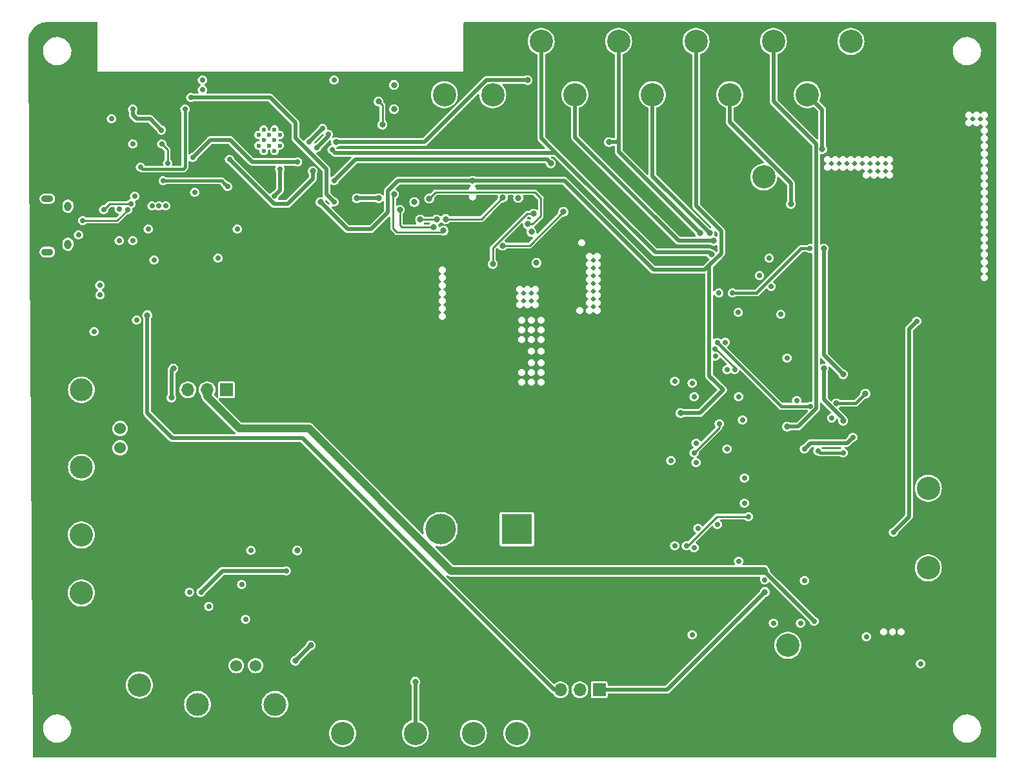
<source format=gbr>
%TF.GenerationSoftware,KiCad,Pcbnew,7.0.8*%
%TF.CreationDate,2024-02-01T17:09:57-05:00*%
%TF.ProjectId,cc_laser_supply_rev-B,63635f6c-6173-4657-925f-737570706c79,rev?*%
%TF.SameCoordinates,Original*%
%TF.FileFunction,Copper,L4,Bot*%
%TF.FilePolarity,Positive*%
%FSLAX46Y46*%
G04 Gerber Fmt 4.6, Leading zero omitted, Abs format (unit mm)*
G04 Created by KiCad (PCBNEW 7.0.8) date 2024-02-01 17:09:57*
%MOMM*%
%LPD*%
G01*
G04 APERTURE LIST*
%TA.AperFunction,ComponentPad*%
%ADD10C,3.048000*%
%TD*%
%TA.AperFunction,ComponentPad*%
%ADD11R,4.000000X4.000000*%
%TD*%
%TA.AperFunction,ComponentPad*%
%ADD12C,4.000000*%
%TD*%
%TA.AperFunction,WasherPad*%
%ADD13C,3.000000*%
%TD*%
%TA.AperFunction,ComponentPad*%
%ADD14C,1.524000*%
%TD*%
%TA.AperFunction,ComponentPad*%
%ADD15O,1.550000X0.890000*%
%TD*%
%TA.AperFunction,ComponentPad*%
%ADD16O,0.950000X1.250000*%
%TD*%
%TA.AperFunction,ComponentPad*%
%ADD17R,1.700000X1.700000*%
%TD*%
%TA.AperFunction,ComponentPad*%
%ADD18O,1.700000X1.700000*%
%TD*%
%TA.AperFunction,HeatsinkPad*%
%ADD19C,0.600000*%
%TD*%
%TA.AperFunction,ViaPad*%
%ADD20C,0.800000*%
%TD*%
%TA.AperFunction,ViaPad*%
%ADD21C,0.700000*%
%TD*%
%TA.AperFunction,Conductor*%
%ADD22C,0.254000*%
%TD*%
%TA.AperFunction,Conductor*%
%ADD23C,0.508000*%
%TD*%
%TA.AperFunction,Conductor*%
%ADD24C,0.381000*%
%TD*%
%TA.AperFunction,Conductor*%
%ADD25C,1.016000*%
%TD*%
G04 APERTURE END LIST*
D10*
%TO.P,TP15,1,1*%
%TO.N,VIN*%
X127000000Y-144145000D03*
%TD*%
%TO.P,TP9,1,1*%
%TO.N,/GaN FET and Current Sensing/sig_ext*%
X83185000Y-118110000D03*
%TD*%
%TO.P,TP21,1,1*%
%TO.N,ADC_20A*%
X173990000Y-53340000D03*
%TD*%
%TO.P,TP22,1,1*%
%TO.N,Net-(J3-In)*%
X117475000Y-144145000D03*
%TD*%
%TO.P,TP17,1,1*%
%TO.N,ADC_1A*%
X143510000Y-53340000D03*
%TD*%
%TO.P,TP16,1,1*%
%TO.N,GND*%
X134620000Y-144145000D03*
%TD*%
D11*
%TO.P,C13,1*%
%TO.N,VCAP*%
X140320499Y-117348000D03*
D12*
%TO.P,C13,2*%
%TO.N,GND*%
X130320499Y-117348000D03*
%TD*%
D10*
%TO.P,TP18,1,1*%
%TO.N,OPT_IN_ADC*%
X90805000Y-137795000D03*
%TD*%
D13*
%TO.P,J3,*%
%TO.N,*%
X98425000Y-140335000D03*
X108585000Y-140335000D03*
D14*
%TO.P,J3,1,In*%
%TO.N,Net-(J3-In)*%
X103505000Y-135255000D03*
%TO.P,J3,2,Ext*%
%TO.N,GND*%
X106045000Y-135255000D03*
%TD*%
D10*
%TO.P,TP2,1,1*%
%TO.N,SDA*%
X130810000Y-60325000D03*
%TD*%
%TO.P,TP7,1,1*%
%TO.N,Net-(D5-A)*%
X194310000Y-122428000D03*
%TD*%
%TO.P,TP14,1,1*%
%TO.N,+5V*%
X140335000Y-144145000D03*
%TD*%
%TO.P,TP19,1,1*%
%TO.N,ADC_5A*%
X153670000Y-53340000D03*
%TD*%
D13*
%TO.P,J2,*%
%TO.N,*%
X83185000Y-99060000D03*
X83185000Y-109220000D03*
D14*
%TO.P,J2,1,In*%
%TO.N,/GaN FET and Current Sensing/sig_ext*%
X88265000Y-104140000D03*
%TO.P,J2,2,Ext*%
%TO.N,GND*%
X88265000Y-106680000D03*
%TD*%
D10*
%TO.P,TP8,1,1*%
%TO.N,SENSE_1A*%
X147955000Y-60325000D03*
%TD*%
%TO.P,TP3,1,1*%
%TO.N,VCAP_EXT*%
X172720000Y-71120000D03*
%TD*%
%TO.P,TP5,1,1*%
%TO.N,/GaN FET and Current Sensing/sense_out*%
X194310000Y-111973000D03*
%TD*%
%TO.P,TP4,1,1*%
%TO.N,GND*%
X184150000Y-53340000D03*
%TD*%
%TO.P,TP20,1,1*%
%TO.N,GND*%
X163830000Y-53340000D03*
%TD*%
%TO.P,TP12,1,1*%
%TO.N,SENSE_10A*%
X168275000Y-60325000D03*
%TD*%
%TO.P,TP6,1,1*%
%TO.N,/GaN FET and Current Sensing/vgate*%
X175895000Y-132588000D03*
%TD*%
D15*
%TO.P,J1,6,Shield*%
%TO.N,unconnected-(J1-Shield-Pad6)*%
X78710000Y-73970000D03*
D16*
X81410000Y-74970000D03*
X81410000Y-79970000D03*
D15*
X78710000Y-80970000D03*
%TD*%
D10*
%TO.P,TP1,1,1*%
%TO.N,SCL*%
X137160000Y-60325000D03*
%TD*%
D17*
%TO.P,JP2,1,A*%
%TO.N,Net-(JP2-A)*%
X151130000Y-138430000D03*
D18*
%TO.P,JP2,2,C*%
%TO.N,+5V*%
X148590000Y-138430000D03*
%TO.P,JP2,3,B*%
%TO.N,VBUS*%
X146050000Y-138430000D03*
%TD*%
D10*
%TO.P,TP11,1,1*%
%TO.N,SENSE_5A*%
X158115000Y-60325000D03*
%TD*%
%TO.P,TP10,1,1*%
%TO.N,GND*%
X83185000Y-125730000D03*
%TD*%
D19*
%TO.P,U2,39,GND*%
%TO.N,GND*%
X106420000Y-65606200D03*
X106420000Y-67006200D03*
X107120000Y-64906200D03*
X107120000Y-66306200D03*
X107120000Y-67706200D03*
X107795000Y-65606200D03*
X107795000Y-67006200D03*
X108520000Y-64906200D03*
X108520000Y-66306200D03*
X108520000Y-67706200D03*
X109220000Y-65606200D03*
X109220000Y-67006200D03*
%TD*%
D10*
%TO.P,TP13,1,1*%
%TO.N,SENSE_20A*%
X178435000Y-60325000D03*
%TD*%
D17*
%TO.P,JP1,1,A*%
%TO.N,PULSE_IN*%
X102235000Y-99060000D03*
D18*
%TO.P,JP1,2,C*%
%TO.N,/GaN FET and Current Sensing/in+*%
X99695000Y-99060000D03*
%TO.P,JP1,3,B*%
%TO.N,/GaN FET and Current Sensing/sig_ext*%
X97155000Y-99060000D03*
%TD*%
D20*
%TO.N,GND*%
X134518400Y-71628000D03*
D21*
X105410000Y-120142000D03*
X90170000Y-73660000D03*
D20*
X114554000Y-74422000D03*
D21*
X116332000Y-58420000D03*
X163830000Y-108585000D03*
X166624000Y-116713000D03*
X161036000Y-97917000D03*
D20*
X161798000Y-102108000D03*
X141782800Y-77317600D03*
D21*
X89916000Y-79502000D03*
X186182000Y-131445000D03*
X167894000Y-96393000D03*
X104724750Y-129159000D03*
X173448000Y-81788000D03*
D20*
X111506000Y-120142000D03*
D21*
X87122000Y-63500000D03*
X173990000Y-129667000D03*
X170180000Y-113919000D03*
X193294000Y-135001000D03*
X170180000Y-110617000D03*
D20*
X126873000Y-74422000D03*
D21*
X169418000Y-121539000D03*
X174972000Y-89154000D03*
X104216750Y-124587000D03*
X103632000Y-77978000D03*
X163322000Y-131191000D03*
X169926000Y-102997000D03*
X163576000Y-119761000D03*
X173702000Y-85480500D03*
X167655260Y-92821740D03*
D20*
X142900400Y-82397600D03*
D21*
X181625260Y-102758260D03*
X84836000Y-91440000D03*
X98044000Y-73152000D03*
X161036000Y-119507000D03*
X99898750Y-127508000D03*
X166844000Y-86360000D03*
X93345000Y-74930000D03*
X169418000Y-99949000D03*
X169384000Y-88900000D03*
X97358750Y-125603000D03*
X82804000Y-78740000D03*
D20*
X128828800Y-73964800D03*
D21*
X88138000Y-79502000D03*
D20*
X140501200Y-73876600D03*
D21*
X177546000Y-129667000D03*
X163576000Y-99949000D03*
X160528000Y-108331000D03*
X177038000Y-100457000D03*
X167894000Y-106807000D03*
X99060000Y-58420000D03*
X85598000Y-85344000D03*
X90424000Y-89916000D03*
X92456000Y-74930000D03*
X94234000Y-74930000D03*
X178054000Y-124079000D03*
D20*
X142240000Y-78333600D03*
D21*
%TO.N,+3V3*%
X85624500Y-86614000D03*
X99060000Y-59690000D03*
X88138000Y-75304900D03*
X89916000Y-66802000D03*
X92710000Y-82042000D03*
X175768000Y-94869000D03*
X91948000Y-77978000D03*
D20*
X124206000Y-62230000D03*
X124206000Y-59055000D03*
D21*
X101092000Y-81788000D03*
%TO.N,+5V*%
X163322000Y-98171000D03*
X172178000Y-84074000D03*
X164084000Y-117221000D03*
X166370000Y-94615000D03*
X172820497Y-123978503D03*
X163830000Y-106045000D03*
D20*
%TO.N,VIN*%
X127000000Y-137370100D03*
D21*
%TO.N,Net-(D13-K)*%
X166339552Y-93690343D03*
X168910000Y-96393000D03*
%TO.N,ADC_1A*%
X116078000Y-67564000D03*
D20*
X165862000Y-81280000D03*
D21*
%TO.N,ADC_5A*%
X116332000Y-71628000D03*
D20*
X144780000Y-69342000D03*
X164338000Y-78486000D03*
X152400000Y-66548000D03*
%TO.N,ADC_20A*%
X116586000Y-66548000D03*
X141732000Y-58420000D03*
X175768000Y-103886000D03*
D21*
X102616000Y-68834000D03*
D20*
X113538000Y-70358000D03*
%TO.N,/Buck Boost Supply/Vcc*%
X130973995Y-76664105D03*
X138480800Y-73812400D03*
D21*
%TO.N,Net-(D8-A)*%
X168622000Y-86360000D03*
X178782000Y-80518000D03*
%TO.N,Net-(D9-A)*%
X110058750Y-122809000D03*
X98882750Y-125603000D03*
%TO.N,/ESP32/RTS*%
X93726000Y-66802000D03*
X89916000Y-62230000D03*
X94488000Y-69342000D03*
X93667911Y-64965911D03*
%TO.N,/ESP32/DTR*%
X96774000Y-62230000D03*
X90932000Y-69850000D03*
D20*
%TO.N,/Buck Boost Supply/ISN*%
X138430000Y-80137000D03*
X146431000Y-75692000D03*
%TO.N,/Buck Boost Supply/ISP*%
X142494000Y-75946000D03*
X137160000Y-82550000D03*
%TO.N,SENSE_1A*%
X183134000Y-97028000D03*
X166116000Y-79502000D03*
X180594000Y-80518000D03*
%TO.N,SENSE_5A*%
X165608000Y-78486000D03*
D21*
X166624000Y-92837000D03*
X178816000Y-101219000D03*
D20*
%TO.N,SENSE_10A*%
X176276000Y-74676000D03*
D21*
%TO.N,SENSE_20A*%
X178054000Y-106807000D03*
D20*
X183134000Y-103124000D03*
X180383900Y-67467929D03*
D21*
X184404000Y-105283000D03*
D20*
X180594000Y-96266000D03*
D21*
%TO.N,Net-(D14-A)*%
X166878000Y-103505000D03*
X163576000Y-107315000D03*
D20*
%TO.N,Net-(JP2-A)*%
X172847000Y-125603000D03*
%TO.N,SCL*%
X129413000Y-77680100D03*
X124968000Y-75438000D03*
%TO.N,SDA*%
X130683000Y-78166100D03*
X124206000Y-73406000D03*
X122174000Y-61214000D03*
X122682000Y-64262000D03*
D21*
%TO.N,/ESP32/TXD0*%
X93918500Y-71628000D03*
X108484503Y-73633497D03*
X102362000Y-72390000D03*
X113030000Y-66548000D03*
X114808000Y-64770000D03*
X109220000Y-70104000D03*
%TO.N,/ESP32/RXD0*%
X115570000Y-65532000D03*
X111566161Y-69148161D03*
X97790000Y-68580000D03*
X114046000Y-67310000D03*
D20*
%TO.N,Net-(U4A--)*%
X186055000Y-99568000D03*
X182245000Y-100838000D03*
D21*
%TO.N,Net-(U4C--)*%
X179832000Y-107061000D03*
X183134000Y-107315000D03*
D20*
%TO.N,Net-(J3-In)*%
X113284000Y-132588000D03*
X111252000Y-134620000D03*
D21*
%TO.N,/ESP32/GPIO0*%
X97536000Y-60706000D03*
X116332000Y-74422000D03*
D20*
%TO.N,EN{slash}UVLO*%
X127633550Y-76731950D03*
X119336100Y-73914000D03*
X129794000Y-76708000D03*
X122174000Y-73914000D03*
%TO.N,OPT_IN_ADC*%
X94996000Y-100076000D03*
X95250000Y-96266000D03*
D21*
%TO.N,Net-(D16-A)*%
X170688000Y-115697000D03*
X162560000Y-119507000D03*
D20*
%TO.N,VBUS*%
X91821000Y-89281000D03*
D21*
%TO.N,VCAP*%
X192786000Y-90043000D03*
X189738000Y-117729000D03*
%TO.N,/ESP32/d-*%
X89243309Y-75417914D03*
X83372436Y-76853153D03*
%TO.N,/ESP32/d+*%
X86106000Y-75438000D03*
X89662000Y-74676000D03*
%TO.N,/GaN FET and Current Sensing/in+*%
X179324000Y-129413000D03*
%TD*%
D22*
%TO.N,GND*%
X128828800Y-73964800D02*
X129660600Y-73133000D01*
D23*
X161798000Y-102108000D02*
X164338000Y-102108000D01*
X123399600Y-75736400D02*
X123399600Y-72942400D01*
X164338000Y-102108000D02*
X167386000Y-99060000D01*
D22*
X142678200Y-73133000D02*
X143459200Y-73914000D01*
X129660600Y-73133000D02*
X142678200Y-73133000D01*
D23*
X167386000Y-99060000D02*
X165583152Y-97257152D01*
D22*
X143459200Y-73914000D02*
X143459200Y-76250800D01*
D23*
X167132000Y-81150422D02*
X167132000Y-78232000D01*
X146558000Y-71628000D02*
X158242000Y-83312000D01*
X165583152Y-97257152D02*
X165583152Y-82699270D01*
D22*
X143459200Y-76250800D02*
X142392400Y-77317600D01*
D23*
X121158000Y-77978000D02*
X123399600Y-75736400D01*
X124714000Y-71628000D02*
X146558000Y-71628000D01*
X164970422Y-83312000D02*
X165583152Y-82699270D01*
X114554000Y-74422000D02*
X118110000Y-77978000D01*
X118110000Y-77978000D02*
X121158000Y-77978000D01*
D22*
X142392400Y-77317600D02*
X141782800Y-77317600D01*
D23*
X123399600Y-72942400D02*
X124714000Y-71628000D01*
X165583152Y-82699270D02*
X167132000Y-81150422D01*
X167132000Y-78232000D02*
X163830000Y-74930000D01*
X158242000Y-83312000D02*
X164970422Y-83312000D01*
X163830000Y-74930000D02*
X163830000Y-53340000D01*
%TO.N,VIN*%
X127000000Y-137370100D02*
X127000000Y-144145000D01*
D22*
%TO.N,Net-(D13-K)*%
X168910000Y-96169520D02*
X168910000Y-96393000D01*
X166430823Y-93690343D02*
X168910000Y-96169520D01*
X166339552Y-93690343D02*
X166430823Y-93690343D01*
D23*
%TO.N,ADC_1A*%
X116459000Y-67945000D02*
X116078000Y-67564000D01*
X146431000Y-68961000D02*
X145415000Y-67945000D01*
X146431000Y-68961000D02*
X143510000Y-66040000D01*
X165608000Y-81026000D02*
X158496000Y-81026000D01*
X145415000Y-67945000D02*
X116459000Y-67945000D01*
X158496000Y-81026000D02*
X146431000Y-68961000D01*
X165862000Y-81280000D02*
X165608000Y-81026000D01*
X143510000Y-66040000D02*
X143510000Y-53340000D01*
%TO.N,ADC_5A*%
X152400000Y-66548000D02*
X153416000Y-66548000D01*
X153670000Y-66294000D02*
X153670000Y-53340000D01*
X119126000Y-68834000D02*
X144272000Y-68834000D01*
X144272000Y-68834000D02*
X144780000Y-69342000D01*
X153416000Y-66548000D02*
X153670000Y-66294000D01*
X164338000Y-78486000D02*
X153670000Y-67818000D01*
X116332000Y-71628000D02*
X119126000Y-68834000D01*
X153670000Y-67818000D02*
X153670000Y-66294000D01*
%TO.N,ADC_20A*%
X108458000Y-74676000D02*
X110236000Y-74676000D01*
X113538000Y-71374000D02*
X113538000Y-70358000D01*
X179578000Y-66802000D02*
X173990000Y-61214000D01*
X102616000Y-68834000D02*
X108458000Y-74676000D01*
X128207000Y-66548000D02*
X136360400Y-58394600D01*
X175768000Y-103886000D02*
X177218712Y-103886000D01*
X116586000Y-66548000D02*
X128207000Y-66548000D01*
X177218712Y-103886000D02*
X179578000Y-101526712D01*
X173990000Y-61214000D02*
X173990000Y-53340000D01*
X110236000Y-74676000D02*
X113538000Y-71374000D01*
X179578000Y-101526712D02*
X179578000Y-66802000D01*
X141706600Y-58394600D02*
X141732000Y-58420000D01*
X136360400Y-58394600D02*
X141706600Y-58394600D01*
D22*
%TO.N,/Buck Boost Supply/Vcc*%
X130973995Y-76664105D02*
X135629095Y-76664105D01*
X135629095Y-76664105D02*
X138480800Y-73812400D01*
D24*
%TO.N,Net-(D8-A)*%
X177617274Y-80518000D02*
X178782000Y-80518000D01*
X168622000Y-86360000D02*
X171775274Y-86360000D01*
X171775274Y-86360000D02*
X177617274Y-80518000D01*
D23*
%TO.N,Net-(D9-A)*%
X110058750Y-122809000D02*
X101676750Y-122809000D01*
X101676750Y-122809000D02*
X98882750Y-125603000D01*
D22*
%TO.N,/ESP32/RTS*%
X94488000Y-69342000D02*
X94488000Y-67564000D01*
X94488000Y-67564000D02*
X93726000Y-66802000D01*
D23*
X90424000Y-63500000D02*
X89916000Y-62992000D01*
X89916000Y-62992000D02*
X89916000Y-62230000D01*
X93667911Y-64965911D02*
X92202000Y-63500000D01*
X92202000Y-63500000D02*
X90424000Y-63500000D01*
D24*
%TO.N,/ESP32/DTR*%
X91186000Y-70104000D02*
X96520000Y-70104000D01*
X90932000Y-69850000D02*
X91186000Y-70104000D01*
X96774000Y-69850000D02*
X96774000Y-62230000D01*
X96520000Y-70104000D02*
X96774000Y-69850000D01*
D22*
%TO.N,/Buck Boost Supply/ISN*%
X138430000Y-80137000D02*
X141986000Y-80137000D01*
X141986000Y-80137000D02*
X146431000Y-75692000D01*
%TO.N,/Buck Boost Supply/ISP*%
X137160000Y-82550000D02*
X137160000Y-80446183D01*
X141660183Y-75946000D02*
X142494000Y-75946000D01*
X137160000Y-80446183D02*
X141660183Y-75946000D01*
D23*
%TO.N,SENSE_1A*%
X147955000Y-65913000D02*
X147955000Y-60325000D01*
X161544000Y-79502000D02*
X147955000Y-65913000D01*
X180594000Y-80518000D02*
X180594000Y-94488000D01*
X180594000Y-94488000D02*
X183134000Y-97028000D01*
X166116000Y-79502000D02*
X161544000Y-79502000D01*
D24*
%TO.N,SENSE_5A*%
X178816000Y-101219000D02*
X175006000Y-101219000D01*
D23*
X165608000Y-78486000D02*
X158115000Y-70993000D01*
X158115000Y-70993000D02*
X158115000Y-60325000D01*
D24*
X175006000Y-101219000D02*
X166624000Y-92837000D01*
D23*
%TO.N,SENSE_10A*%
X168275000Y-63945000D02*
X168275000Y-60325000D01*
X176276000Y-71946000D02*
X168275000Y-63945000D01*
X176276000Y-74676000D02*
X176276000Y-71946000D01*
%TO.N,SENSE_20A*%
X183134000Y-103124000D02*
X183134000Y-102867422D01*
X178054000Y-106807000D02*
X178816000Y-106045000D01*
X183134000Y-102867422D02*
X180594000Y-100327422D01*
X178816000Y-106045000D02*
X183642000Y-106045000D01*
X180383900Y-67467929D02*
X180383900Y-62273900D01*
X183642000Y-106045000D02*
X184404000Y-105283000D01*
X180594000Y-100327422D02*
X180594000Y-96266000D01*
X180383900Y-62273900D02*
X178435000Y-60325000D01*
D22*
%TO.N,Net-(D14-A)*%
X166878000Y-104013000D02*
X166878000Y-103505000D01*
X163576000Y-107315000D02*
X166878000Y-104013000D01*
D23*
%TO.N,Net-(JP2-A)*%
X160020000Y-138430000D02*
X172847000Y-125603000D01*
X151130000Y-138430000D02*
X160020000Y-138430000D01*
D22*
%TO.N,SCL*%
X124968000Y-77470000D02*
X125222000Y-77724000D01*
X124968000Y-75438000D02*
X124968000Y-77470000D01*
X125222000Y-77724000D02*
X129369100Y-77724000D01*
X129369100Y-77724000D02*
X129413000Y-77680100D01*
%TO.N,SDA*%
X122682000Y-64262000D02*
X122682000Y-61722000D01*
X124079000Y-77851000D02*
X124587000Y-78359000D01*
X124206000Y-73406000D02*
X124079000Y-73533000D01*
X124079000Y-73533000D02*
X124079000Y-77851000D01*
X124587000Y-78359000D02*
X130490100Y-78359000D01*
X130490100Y-78359000D02*
X130683000Y-78166100D01*
X122682000Y-61722000D02*
X122174000Y-61214000D01*
D24*
%TO.N,/ESP32/TXD0*%
X101990500Y-72018500D02*
X101600000Y-71628000D01*
D23*
X109220000Y-72898000D02*
X109220000Y-70104000D01*
X108484503Y-73633497D02*
X109220000Y-72898000D01*
X114808000Y-64770000D02*
X113030000Y-66548000D01*
X102362000Y-72390000D02*
X101990500Y-72018500D01*
D24*
X101600000Y-71628000D02*
X93918500Y-71628000D01*
D23*
%TO.N,/ESP32/RXD0*%
X105591189Y-69148161D02*
X102737028Y-66294000D01*
X115570000Y-65532000D02*
X115570000Y-65786000D01*
X100076000Y-66294000D02*
X102737028Y-66294000D01*
X100076000Y-66294000D02*
X97790000Y-68580000D01*
X115570000Y-65786000D02*
X114046000Y-67310000D01*
X111566161Y-69148161D02*
X105591189Y-69148161D01*
D24*
%TO.N,Net-(U4A--)*%
X182245000Y-100838000D02*
X184785000Y-100838000D01*
X184785000Y-100838000D02*
X186055000Y-99568000D01*
%TO.N,Net-(U4C--)*%
X179832000Y-107061000D02*
X180086000Y-107315000D01*
X180086000Y-107315000D02*
X183134000Y-107315000D01*
D23*
%TO.N,Net-(J3-In)*%
X113284000Y-132588000D02*
X111252000Y-134620000D01*
%TO.N,/ESP32/GPIO0*%
X107950000Y-60706000D02*
X111252000Y-64008000D01*
X115316000Y-73406000D02*
X116332000Y-74422000D01*
X111252000Y-64008000D02*
X111252000Y-66040000D01*
X111252000Y-66040000D02*
X115316000Y-70104000D01*
X97536000Y-60706000D02*
X107950000Y-60706000D01*
X115316000Y-70104000D02*
X115316000Y-73406000D01*
D22*
%TO.N,EN{slash}UVLO*%
X127633550Y-76731950D02*
X127657500Y-76708000D01*
X127657500Y-76708000D02*
X129794000Y-76708000D01*
D23*
X122174000Y-73914000D02*
X119336100Y-73914000D01*
%TO.N,OPT_IN_ADC*%
X94996000Y-100076000D02*
X94996000Y-96520000D01*
X94996000Y-96520000D02*
X95250000Y-96266000D01*
D22*
%TO.N,Net-(D16-A)*%
X166565423Y-115697000D02*
X170688000Y-115697000D01*
X162755423Y-119507000D02*
X166565423Y-115697000D01*
X162560000Y-119507000D02*
X162755423Y-119507000D01*
D23*
%TO.N,VBUS*%
X146050000Y-138430000D02*
X145200000Y-138430000D01*
X91821000Y-102108000D02*
X91821000Y-89281000D01*
X112180000Y-105410000D02*
X95123000Y-105410000D01*
X145200000Y-138430000D02*
X112180000Y-105410000D01*
X95123000Y-105410000D02*
X91821000Y-102108000D01*
%TO.N,VCAP*%
X191770000Y-91059000D02*
X192786000Y-90043000D01*
X189738000Y-117729000D02*
X191770000Y-115697000D01*
X191770000Y-115697000D02*
X191770000Y-91059000D01*
D22*
%TO.N,/ESP32/d-*%
X89243309Y-75476798D02*
X87866954Y-76853153D01*
X87866954Y-76853153D02*
X83372436Y-76853153D01*
X89243309Y-75417914D02*
X89243309Y-75476798D01*
%TO.N,/ESP32/d+*%
X86868000Y-74676000D02*
X89662000Y-74676000D01*
X86106000Y-75438000D02*
X86868000Y-74676000D01*
D25*
%TO.N,/GaN FET and Current Sensing/in+*%
X131699000Y-122809000D02*
X113030000Y-104140000D01*
X103929656Y-104140000D02*
X99695000Y-99905344D01*
D23*
X172720000Y-122809000D02*
X179324000Y-129413000D01*
D25*
X113030000Y-104140000D02*
X103929656Y-104140000D01*
X99695000Y-99905344D02*
X99695000Y-99060000D01*
X172720000Y-122809000D02*
X131699000Y-122809000D01*
%TD*%
%TA.AperFunction,NonConductor*%
G36*
X85263039Y-50820185D02*
G01*
X85308794Y-50872989D01*
X85320000Y-50924500D01*
X85320000Y-57286200D01*
X133320000Y-57286200D01*
X133320000Y-50924500D01*
X133339685Y-50857461D01*
X133392489Y-50811706D01*
X133444000Y-50800500D01*
X203075500Y-50800500D01*
X203142539Y-50820185D01*
X203188294Y-50872989D01*
X203199500Y-50924500D01*
X203199500Y-147195500D01*
X203179815Y-147262539D01*
X203127011Y-147308294D01*
X203075500Y-147319500D01*
X76958184Y-147319500D01*
X76891145Y-147299815D01*
X76845390Y-147247011D01*
X76834187Y-147196316D01*
X76810381Y-143577763D01*
X78155787Y-143577763D01*
X78185413Y-143847013D01*
X78185415Y-143847024D01*
X78253926Y-144109082D01*
X78253928Y-144109088D01*
X78359870Y-144358390D01*
X78391498Y-144410214D01*
X78500979Y-144589605D01*
X78500986Y-144589615D01*
X78674253Y-144797819D01*
X78674259Y-144797824D01*
X78875998Y-144978582D01*
X79101910Y-145128044D01*
X79347176Y-145243020D01*
X79347183Y-145243022D01*
X79347185Y-145243023D01*
X79606557Y-145321057D01*
X79606564Y-145321058D01*
X79606569Y-145321060D01*
X79874561Y-145360500D01*
X79874566Y-145360500D01*
X80077636Y-145360500D01*
X80129133Y-145356730D01*
X80280156Y-145345677D01*
X80392758Y-145320593D01*
X80544546Y-145286782D01*
X80544548Y-145286781D01*
X80544553Y-145286780D01*
X80797558Y-145190014D01*
X81033777Y-145057441D01*
X81248177Y-144891888D01*
X81436186Y-144696881D01*
X81593799Y-144476579D01*
X81667787Y-144332669D01*
X81717649Y-144235690D01*
X81717651Y-144235684D01*
X81717656Y-144235675D01*
X81748589Y-144145004D01*
X115695524Y-144145004D01*
X115715398Y-144410214D01*
X115730546Y-144476580D01*
X115774581Y-144669510D01*
X115871748Y-144917086D01*
X116004728Y-145147415D01*
X116115868Y-145286780D01*
X116170555Y-145355355D01*
X116354599Y-145526122D01*
X116365515Y-145536250D01*
X116585262Y-145686071D01*
X116824880Y-145801465D01*
X116824881Y-145801465D01*
X116824884Y-145801467D01*
X117079029Y-145879861D01*
X117079030Y-145879861D01*
X117079033Y-145879862D01*
X117342012Y-145919499D01*
X117342017Y-145919499D01*
X117342020Y-145919500D01*
X117342021Y-145919500D01*
X117607979Y-145919500D01*
X117607980Y-145919500D01*
X117607987Y-145919499D01*
X117870966Y-145879862D01*
X117870967Y-145879861D01*
X117870971Y-145879861D01*
X118125116Y-145801467D01*
X118364738Y-145686071D01*
X118584485Y-145536250D01*
X118779448Y-145355351D01*
X118945272Y-145147415D01*
X119078252Y-144917086D01*
X119175419Y-144669510D01*
X119234601Y-144410217D01*
X119254476Y-144145004D01*
X125220524Y-144145004D01*
X125240398Y-144410214D01*
X125255546Y-144476580D01*
X125299581Y-144669510D01*
X125396748Y-144917086D01*
X125529728Y-145147415D01*
X125640868Y-145286780D01*
X125695555Y-145355355D01*
X125879599Y-145526122D01*
X125890515Y-145536250D01*
X126110262Y-145686071D01*
X126349880Y-145801465D01*
X126349881Y-145801465D01*
X126349884Y-145801467D01*
X126604029Y-145879861D01*
X126604030Y-145879861D01*
X126604033Y-145879862D01*
X126867012Y-145919499D01*
X126867017Y-145919499D01*
X126867020Y-145919500D01*
X126867021Y-145919500D01*
X127132979Y-145919500D01*
X127132980Y-145919500D01*
X127132987Y-145919499D01*
X127395966Y-145879862D01*
X127395967Y-145879861D01*
X127395971Y-145879861D01*
X127650116Y-145801467D01*
X127889738Y-145686071D01*
X128109485Y-145536250D01*
X128304448Y-145355351D01*
X128470272Y-145147415D01*
X128603252Y-144917086D01*
X128700419Y-144669510D01*
X128759601Y-144410217D01*
X128779476Y-144145004D01*
X132840524Y-144145004D01*
X132860398Y-144410214D01*
X132875546Y-144476580D01*
X132919581Y-144669510D01*
X133016748Y-144917086D01*
X133149728Y-145147415D01*
X133260868Y-145286780D01*
X133315555Y-145355355D01*
X133499599Y-145526122D01*
X133510515Y-145536250D01*
X133730262Y-145686071D01*
X133969880Y-145801465D01*
X133969881Y-145801465D01*
X133969884Y-145801467D01*
X134224029Y-145879861D01*
X134224030Y-145879861D01*
X134224033Y-145879862D01*
X134487012Y-145919499D01*
X134487017Y-145919499D01*
X134487020Y-145919500D01*
X134487021Y-145919500D01*
X134752979Y-145919500D01*
X134752980Y-145919500D01*
X134752987Y-145919499D01*
X135015966Y-145879862D01*
X135015967Y-145879861D01*
X135015971Y-145879861D01*
X135270116Y-145801467D01*
X135509738Y-145686071D01*
X135729485Y-145536250D01*
X135924448Y-145355351D01*
X136090272Y-145147415D01*
X136223252Y-144917086D01*
X136320419Y-144669510D01*
X136379601Y-144410217D01*
X136399476Y-144145004D01*
X138555524Y-144145004D01*
X138575398Y-144410214D01*
X138590546Y-144476580D01*
X138634581Y-144669510D01*
X138731748Y-144917086D01*
X138864728Y-145147415D01*
X138975868Y-145286780D01*
X139030555Y-145355355D01*
X139214599Y-145526122D01*
X139225515Y-145536250D01*
X139445262Y-145686071D01*
X139684880Y-145801465D01*
X139684881Y-145801465D01*
X139684884Y-145801467D01*
X139939029Y-145879861D01*
X139939030Y-145879861D01*
X139939033Y-145879862D01*
X140202012Y-145919499D01*
X140202017Y-145919499D01*
X140202020Y-145919500D01*
X140202021Y-145919500D01*
X140467979Y-145919500D01*
X140467980Y-145919500D01*
X140467987Y-145919499D01*
X140730966Y-145879862D01*
X140730967Y-145879861D01*
X140730971Y-145879861D01*
X140985116Y-145801467D01*
X141224738Y-145686071D01*
X141444485Y-145536250D01*
X141639448Y-145355351D01*
X141805272Y-145147415D01*
X141938252Y-144917086D01*
X142035419Y-144669510D01*
X142094601Y-144410217D01*
X142114476Y-144145000D01*
X142111784Y-144109082D01*
X142094601Y-143879785D01*
X142087124Y-143847024D01*
X142035419Y-143620490D01*
X142018650Y-143577763D01*
X197535787Y-143577763D01*
X197565413Y-143847013D01*
X197565415Y-143847024D01*
X197633926Y-144109082D01*
X197633928Y-144109088D01*
X197739870Y-144358390D01*
X197771498Y-144410214D01*
X197880979Y-144589605D01*
X197880986Y-144589615D01*
X198054253Y-144797819D01*
X198054259Y-144797824D01*
X198255998Y-144978582D01*
X198481910Y-145128044D01*
X198727176Y-145243020D01*
X198727183Y-145243022D01*
X198727185Y-145243023D01*
X198986557Y-145321057D01*
X198986564Y-145321058D01*
X198986569Y-145321060D01*
X199254561Y-145360500D01*
X199254566Y-145360500D01*
X199457636Y-145360500D01*
X199509133Y-145356730D01*
X199660156Y-145345677D01*
X199772758Y-145320593D01*
X199924546Y-145286782D01*
X199924548Y-145286781D01*
X199924553Y-145286780D01*
X200177558Y-145190014D01*
X200413777Y-145057441D01*
X200628177Y-144891888D01*
X200816186Y-144696881D01*
X200973799Y-144476579D01*
X201047787Y-144332669D01*
X201097649Y-144235690D01*
X201097651Y-144235684D01*
X201097656Y-144235675D01*
X201185118Y-143979305D01*
X201234319Y-143712933D01*
X201244212Y-143442235D01*
X201214586Y-143172982D01*
X201146072Y-142910912D01*
X201040130Y-142661610D01*
X200899018Y-142430390D01*
X200882163Y-142410137D01*
X200725746Y-142222180D01*
X200725740Y-142222175D01*
X200524002Y-142041418D01*
X200298092Y-141891957D01*
X200298090Y-141891956D01*
X200052824Y-141776980D01*
X200052819Y-141776978D01*
X200052814Y-141776976D01*
X199793442Y-141698942D01*
X199793428Y-141698939D01*
X199677791Y-141681921D01*
X199525439Y-141659500D01*
X199322369Y-141659500D01*
X199322364Y-141659500D01*
X199119844Y-141674323D01*
X199119831Y-141674325D01*
X198855453Y-141733217D01*
X198855446Y-141733220D01*
X198602439Y-141829987D01*
X198366226Y-141962557D01*
X198151822Y-142128112D01*
X197963822Y-142323109D01*
X197963816Y-142323116D01*
X197806202Y-142543419D01*
X197806199Y-142543424D01*
X197682350Y-142784309D01*
X197682343Y-142784327D01*
X197594884Y-143040685D01*
X197594881Y-143040699D01*
X197545681Y-143307068D01*
X197545680Y-143307075D01*
X197535787Y-143577763D01*
X142018650Y-143577763D01*
X141938252Y-143372914D01*
X141805272Y-143142585D01*
X141639448Y-142934649D01*
X141639447Y-142934648D01*
X141639444Y-142934644D01*
X141444485Y-142753750D01*
X141309340Y-142661610D01*
X141224738Y-142603929D01*
X141224734Y-142603927D01*
X141224731Y-142603925D01*
X141224729Y-142603924D01*
X140985118Y-142488534D01*
X140985120Y-142488534D01*
X140730972Y-142410139D01*
X140730966Y-142410137D01*
X140467987Y-142370500D01*
X140467980Y-142370500D01*
X140202020Y-142370500D01*
X140202012Y-142370500D01*
X139939033Y-142410137D01*
X139939027Y-142410139D01*
X139684880Y-142488534D01*
X139445270Y-142603924D01*
X139445268Y-142603925D01*
X139225514Y-142753750D01*
X139030555Y-142934644D01*
X138864728Y-143142585D01*
X138731748Y-143372913D01*
X138634583Y-143620484D01*
X138634578Y-143620501D01*
X138575398Y-143879785D01*
X138555524Y-144144995D01*
X138555524Y-144145004D01*
X136399476Y-144145004D01*
X136399476Y-144145000D01*
X136396784Y-144109082D01*
X136379601Y-143879785D01*
X136372124Y-143847024D01*
X136320419Y-143620490D01*
X136223252Y-143372914D01*
X136090272Y-143142585D01*
X135924448Y-142934649D01*
X135924447Y-142934648D01*
X135924444Y-142934644D01*
X135729485Y-142753750D01*
X135594340Y-142661610D01*
X135509738Y-142603929D01*
X135509734Y-142603927D01*
X135509731Y-142603925D01*
X135509729Y-142603924D01*
X135270118Y-142488534D01*
X135270120Y-142488534D01*
X135015972Y-142410139D01*
X135015966Y-142410137D01*
X134752987Y-142370500D01*
X134752980Y-142370500D01*
X134487020Y-142370500D01*
X134487012Y-142370500D01*
X134224033Y-142410137D01*
X134224027Y-142410139D01*
X133969880Y-142488534D01*
X133730270Y-142603924D01*
X133730268Y-142603925D01*
X133510514Y-142753750D01*
X133315555Y-142934644D01*
X133149728Y-143142585D01*
X133016748Y-143372913D01*
X132919583Y-143620484D01*
X132919578Y-143620501D01*
X132860398Y-143879785D01*
X132840524Y-144144995D01*
X132840524Y-144145004D01*
X128779476Y-144145004D01*
X128779476Y-144145000D01*
X128776784Y-144109082D01*
X128759601Y-143879785D01*
X128752124Y-143847024D01*
X128700419Y-143620490D01*
X128603252Y-143372914D01*
X128470272Y-143142585D01*
X128304448Y-142934649D01*
X128304447Y-142934648D01*
X128304444Y-142934644D01*
X128109485Y-142753750D01*
X127974340Y-142661610D01*
X127889738Y-142603929D01*
X127889734Y-142603927D01*
X127889731Y-142603925D01*
X127889729Y-142603924D01*
X127650117Y-142488533D01*
X127591950Y-142470591D01*
X127533691Y-142432020D01*
X127505533Y-142368075D01*
X127504500Y-142352100D01*
X127504500Y-137822962D01*
X127524185Y-137755923D01*
X127526450Y-137752522D01*
X127547463Y-137722080D01*
X127580220Y-137674623D01*
X127636237Y-137526918D01*
X127655278Y-137370100D01*
X127636237Y-137213282D01*
X127580220Y-137065577D01*
X127490483Y-136935570D01*
X127372240Y-136830817D01*
X127372238Y-136830816D01*
X127372237Y-136830815D01*
X127232365Y-136757403D01*
X127078986Y-136719600D01*
X127078985Y-136719600D01*
X126921015Y-136719600D01*
X126921014Y-136719600D01*
X126767634Y-136757403D01*
X126627762Y-136830815D01*
X126509516Y-136935571D01*
X126419781Y-137065575D01*
X126419780Y-137065576D01*
X126363762Y-137213281D01*
X126344722Y-137370099D01*
X126344722Y-137370100D01*
X126363762Y-137526918D01*
X126419780Y-137674623D01*
X126419780Y-137674624D01*
X126473550Y-137752522D01*
X126495433Y-137818876D01*
X126495500Y-137822962D01*
X126495500Y-142352100D01*
X126475815Y-142419139D01*
X126423011Y-142464894D01*
X126408050Y-142470591D01*
X126349882Y-142488533D01*
X126110270Y-142603924D01*
X126110268Y-142603925D01*
X125890514Y-142753750D01*
X125695555Y-142934644D01*
X125529728Y-143142585D01*
X125396748Y-143372913D01*
X125299583Y-143620484D01*
X125299578Y-143620501D01*
X125240398Y-143879785D01*
X125220524Y-144144995D01*
X125220524Y-144145004D01*
X119254476Y-144145004D01*
X119254476Y-144145000D01*
X119251784Y-144109082D01*
X119234601Y-143879785D01*
X119227124Y-143847024D01*
X119175419Y-143620490D01*
X119078252Y-143372914D01*
X118945272Y-143142585D01*
X118779448Y-142934649D01*
X118779447Y-142934648D01*
X118779444Y-142934644D01*
X118584485Y-142753750D01*
X118449340Y-142661610D01*
X118364738Y-142603929D01*
X118364734Y-142603927D01*
X118364731Y-142603925D01*
X118364729Y-142603924D01*
X118125118Y-142488534D01*
X118125120Y-142488534D01*
X117870972Y-142410139D01*
X117870966Y-142410137D01*
X117607987Y-142370500D01*
X117607980Y-142370500D01*
X117342020Y-142370500D01*
X117342012Y-142370500D01*
X117079033Y-142410137D01*
X117079027Y-142410139D01*
X116824880Y-142488534D01*
X116585270Y-142603924D01*
X116585268Y-142603925D01*
X116365514Y-142753750D01*
X116170555Y-142934644D01*
X116004728Y-143142585D01*
X115871748Y-143372913D01*
X115774583Y-143620484D01*
X115774578Y-143620501D01*
X115715398Y-143879785D01*
X115695524Y-144144995D01*
X115695524Y-144145004D01*
X81748589Y-144145004D01*
X81805118Y-143979305D01*
X81854319Y-143712933D01*
X81864212Y-143442235D01*
X81834586Y-143172982D01*
X81766072Y-142910912D01*
X81660130Y-142661610D01*
X81519018Y-142430390D01*
X81502163Y-142410137D01*
X81345746Y-142222180D01*
X81345740Y-142222175D01*
X81144002Y-142041418D01*
X80918092Y-141891957D01*
X80918090Y-141891956D01*
X80672824Y-141776980D01*
X80672819Y-141776978D01*
X80672814Y-141776976D01*
X80413442Y-141698942D01*
X80413428Y-141698939D01*
X80297791Y-141681921D01*
X80145439Y-141659500D01*
X79942369Y-141659500D01*
X79942364Y-141659500D01*
X79739844Y-141674323D01*
X79739831Y-141674325D01*
X79475453Y-141733217D01*
X79475446Y-141733220D01*
X79222439Y-141829987D01*
X78986226Y-141962557D01*
X78771822Y-142128112D01*
X78583822Y-142323109D01*
X78583816Y-142323116D01*
X78426202Y-142543419D01*
X78426199Y-142543424D01*
X78302350Y-142784309D01*
X78302343Y-142784327D01*
X78214884Y-143040685D01*
X78214881Y-143040699D01*
X78165681Y-143307068D01*
X78165680Y-143307075D01*
X78155787Y-143577763D01*
X76810381Y-143577763D01*
X76789047Y-140335004D01*
X96669592Y-140335004D01*
X96689196Y-140596620D01*
X96689197Y-140596625D01*
X96747576Y-140852402D01*
X96747578Y-140852411D01*
X96747580Y-140852416D01*
X96843432Y-141096643D01*
X96974614Y-141323857D01*
X97106736Y-141489533D01*
X97138198Y-141528985D01*
X97278861Y-141659500D01*
X97330521Y-141707433D01*
X97547296Y-141855228D01*
X97547301Y-141855230D01*
X97547302Y-141855231D01*
X97547303Y-141855232D01*
X97672843Y-141915688D01*
X97783673Y-141969061D01*
X97783674Y-141969061D01*
X97783677Y-141969063D01*
X98034385Y-142046396D01*
X98293818Y-142085500D01*
X98556182Y-142085500D01*
X98815615Y-142046396D01*
X99066323Y-141969063D01*
X99302704Y-141855228D01*
X99519479Y-141707433D01*
X99711805Y-141528981D01*
X99875386Y-141323857D01*
X100006568Y-141096643D01*
X100102420Y-140852416D01*
X100160802Y-140596630D01*
X100180408Y-140335004D01*
X106829592Y-140335004D01*
X106849196Y-140596620D01*
X106849197Y-140596625D01*
X106907576Y-140852402D01*
X106907578Y-140852411D01*
X106907580Y-140852416D01*
X107003432Y-141096643D01*
X107134614Y-141323857D01*
X107266736Y-141489533D01*
X107298198Y-141528985D01*
X107438861Y-141659500D01*
X107490521Y-141707433D01*
X107707296Y-141855228D01*
X107707301Y-141855230D01*
X107707302Y-141855231D01*
X107707303Y-141855232D01*
X107832843Y-141915688D01*
X107943673Y-141969061D01*
X107943674Y-141969061D01*
X107943677Y-141969063D01*
X108194385Y-142046396D01*
X108453818Y-142085500D01*
X108716182Y-142085500D01*
X108975615Y-142046396D01*
X109226323Y-141969063D01*
X109462704Y-141855228D01*
X109679479Y-141707433D01*
X109871805Y-141528981D01*
X110035386Y-141323857D01*
X110166568Y-141096643D01*
X110262420Y-140852416D01*
X110320802Y-140596630D01*
X110340408Y-140335000D01*
X110320802Y-140073370D01*
X110262420Y-139817584D01*
X110166568Y-139573357D01*
X110035386Y-139346143D01*
X109871805Y-139141019D01*
X109871804Y-139141018D01*
X109871801Y-139141014D01*
X109679479Y-138962567D01*
X109462704Y-138814772D01*
X109462700Y-138814770D01*
X109462697Y-138814768D01*
X109462696Y-138814767D01*
X109226325Y-138700938D01*
X109226327Y-138700938D01*
X108975623Y-138623606D01*
X108975619Y-138623605D01*
X108975615Y-138623604D01*
X108850823Y-138604794D01*
X108716187Y-138584500D01*
X108716182Y-138584500D01*
X108453818Y-138584500D01*
X108453812Y-138584500D01*
X108292247Y-138608853D01*
X108194385Y-138623604D01*
X108194382Y-138623605D01*
X108194376Y-138623606D01*
X107943673Y-138700938D01*
X107707303Y-138814767D01*
X107707302Y-138814768D01*
X107490520Y-138962567D01*
X107298198Y-139141014D01*
X107134614Y-139346143D01*
X107003432Y-139573356D01*
X106907582Y-139817578D01*
X106907576Y-139817597D01*
X106849197Y-140073374D01*
X106849196Y-140073379D01*
X106829592Y-140334995D01*
X106829592Y-140335004D01*
X100180408Y-140335004D01*
X100180408Y-140335000D01*
X100160802Y-140073370D01*
X100102420Y-139817584D01*
X100006568Y-139573357D01*
X99875386Y-139346143D01*
X99711805Y-139141019D01*
X99711804Y-139141018D01*
X99711801Y-139141014D01*
X99519479Y-138962567D01*
X99302704Y-138814772D01*
X99302700Y-138814770D01*
X99302697Y-138814768D01*
X99302696Y-138814767D01*
X99066325Y-138700938D01*
X99066327Y-138700938D01*
X98815623Y-138623606D01*
X98815619Y-138623605D01*
X98815615Y-138623604D01*
X98690823Y-138604794D01*
X98556187Y-138584500D01*
X98556182Y-138584500D01*
X98293818Y-138584500D01*
X98293812Y-138584500D01*
X98132247Y-138608853D01*
X98034385Y-138623604D01*
X98034382Y-138623605D01*
X98034376Y-138623606D01*
X97783673Y-138700938D01*
X97547303Y-138814767D01*
X97547302Y-138814768D01*
X97330520Y-138962567D01*
X97138198Y-139141014D01*
X96974614Y-139346143D01*
X96843432Y-139573356D01*
X96747582Y-139817578D01*
X96747576Y-139817597D01*
X96689197Y-140073374D01*
X96689196Y-140073379D01*
X96669592Y-140334995D01*
X96669592Y-140335004D01*
X76789047Y-140335004D01*
X76772336Y-137795004D01*
X89025524Y-137795004D01*
X89045398Y-138060214D01*
X89045399Y-138060217D01*
X89104581Y-138319510D01*
X89201748Y-138567086D01*
X89334728Y-138797415D01*
X89452987Y-138945706D01*
X89500555Y-139005355D01*
X89682937Y-139174579D01*
X89695515Y-139186250D01*
X89915262Y-139336071D01*
X90154880Y-139451465D01*
X90154881Y-139451465D01*
X90154884Y-139451467D01*
X90409029Y-139529861D01*
X90409030Y-139529861D01*
X90409033Y-139529862D01*
X90672012Y-139569499D01*
X90672017Y-139569499D01*
X90672020Y-139569500D01*
X90672021Y-139569500D01*
X90937979Y-139569500D01*
X90937980Y-139569500D01*
X90937987Y-139569499D01*
X91200966Y-139529862D01*
X91200967Y-139529861D01*
X91200971Y-139529861D01*
X91455116Y-139451467D01*
X91694738Y-139336071D01*
X91914485Y-139186250D01*
X92109448Y-139005351D01*
X92275272Y-138797415D01*
X92408252Y-138567086D01*
X92505419Y-138319510D01*
X92564601Y-138060217D01*
X92584476Y-137795000D01*
X92579011Y-137722080D01*
X92566515Y-137555321D01*
X92564601Y-137529783D01*
X92505419Y-137270490D01*
X92408252Y-137022914D01*
X92275272Y-136792585D01*
X92109448Y-136584649D01*
X92109447Y-136584648D01*
X92109444Y-136584644D01*
X91914485Y-136403750D01*
X91694738Y-136253929D01*
X91694734Y-136253927D01*
X91694731Y-136253925D01*
X91694729Y-136253924D01*
X91455118Y-136138534D01*
X91455120Y-136138534D01*
X91200972Y-136060139D01*
X91200966Y-136060137D01*
X90937987Y-136020500D01*
X90937980Y-136020500D01*
X90672020Y-136020500D01*
X90672012Y-136020500D01*
X90409033Y-136060137D01*
X90409027Y-136060139D01*
X90154880Y-136138534D01*
X89915270Y-136253924D01*
X89915268Y-136253925D01*
X89695514Y-136403750D01*
X89500555Y-136584644D01*
X89334728Y-136792585D01*
X89201748Y-137022913D01*
X89104583Y-137270484D01*
X89104578Y-137270501D01*
X89045398Y-137529785D01*
X89025524Y-137794995D01*
X89025524Y-137795004D01*
X76772336Y-137795004D01*
X76755625Y-135255000D01*
X102487601Y-135255000D01*
X102507149Y-135453481D01*
X102507149Y-135453483D01*
X102507150Y-135453485D01*
X102553622Y-135606682D01*
X102565048Y-135644348D01*
X102659060Y-135820231D01*
X102659065Y-135820238D01*
X102785589Y-135974410D01*
X102892875Y-136062456D01*
X102939763Y-136100936D01*
X102939766Y-136100937D01*
X102939768Y-136100939D01*
X103115651Y-136194951D01*
X103115654Y-136194951D01*
X103115658Y-136194954D01*
X103306515Y-136252850D01*
X103505000Y-136272399D01*
X103703485Y-136252850D01*
X103894342Y-136194954D01*
X104070237Y-136100936D01*
X104224410Y-135974410D01*
X104350936Y-135820237D01*
X104444954Y-135644342D01*
X104502850Y-135453485D01*
X104522399Y-135255000D01*
X105027601Y-135255000D01*
X105047149Y-135453481D01*
X105047149Y-135453483D01*
X105047150Y-135453485D01*
X105093622Y-135606682D01*
X105105048Y-135644348D01*
X105199060Y-135820231D01*
X105199065Y-135820238D01*
X105325589Y-135974410D01*
X105432875Y-136062456D01*
X105479763Y-136100936D01*
X105479766Y-136100937D01*
X105479768Y-136100939D01*
X105655651Y-136194951D01*
X105655654Y-136194951D01*
X105655658Y-136194954D01*
X105846515Y-136252850D01*
X106045000Y-136272399D01*
X106243485Y-136252850D01*
X106434342Y-136194954D01*
X106610237Y-136100936D01*
X106764410Y-135974410D01*
X106890936Y-135820237D01*
X106984954Y-135644342D01*
X107042850Y-135453485D01*
X107062399Y-135255000D01*
X107042850Y-135056515D01*
X106984954Y-134865658D01*
X106984951Y-134865654D01*
X106984951Y-134865651D01*
X106890939Y-134689768D01*
X106890937Y-134689766D01*
X106890936Y-134689763D01*
X106833683Y-134620000D01*
X110596722Y-134620000D01*
X110615762Y-134776818D01*
X110649455Y-134865658D01*
X110671780Y-134924523D01*
X110761517Y-135054530D01*
X110879760Y-135159283D01*
X110879762Y-135159284D01*
X111019634Y-135232696D01*
X111173014Y-135270500D01*
X111173015Y-135270500D01*
X111330985Y-135270500D01*
X111484365Y-135232696D01*
X111624240Y-135159283D01*
X111742483Y-135054530D01*
X111832220Y-134924523D01*
X111888237Y-134776818D01*
X111894077Y-134728712D01*
X111921697Y-134664536D01*
X111929481Y-134655988D01*
X113317291Y-133268179D01*
X113375293Y-133235466D01*
X113516365Y-133200696D01*
X113656240Y-133127283D01*
X113774483Y-133022530D01*
X113864220Y-132892523D01*
X113920237Y-132744818D01*
X113939278Y-132588000D01*
X113939278Y-132587995D01*
X113920237Y-132431181D01*
X113898992Y-132375164D01*
X113864220Y-132283477D01*
X113774483Y-132153470D01*
X113656240Y-132048717D01*
X113656238Y-132048716D01*
X113656237Y-132048715D01*
X113516365Y-131975303D01*
X113362986Y-131937500D01*
X113362985Y-131937500D01*
X113205015Y-131937500D01*
X113205014Y-131937500D01*
X113051634Y-131975303D01*
X112911762Y-132048715D01*
X112793516Y-132153471D01*
X112703781Y-132283475D01*
X112703780Y-132283476D01*
X112647763Y-132431178D01*
X112647762Y-132431183D01*
X112641921Y-132479288D01*
X112614298Y-132543466D01*
X112606506Y-132552021D01*
X111218710Y-133939818D01*
X111160704Y-133972534D01*
X111019633Y-134007304D01*
X110879762Y-134080715D01*
X110761516Y-134185471D01*
X110671781Y-134315475D01*
X110671780Y-134315476D01*
X110615762Y-134463181D01*
X110596722Y-134619999D01*
X110596722Y-134620000D01*
X106833683Y-134620000D01*
X106764410Y-134535589D01*
X106610238Y-134409065D01*
X106610231Y-134409060D01*
X106434348Y-134315048D01*
X106434342Y-134315046D01*
X106243485Y-134257150D01*
X106243483Y-134257149D01*
X106243481Y-134257149D01*
X106045000Y-134237601D01*
X105846518Y-134257149D01*
X105655651Y-134315048D01*
X105479768Y-134409060D01*
X105479761Y-134409065D01*
X105325589Y-134535589D01*
X105199065Y-134689761D01*
X105199060Y-134689768D01*
X105105048Y-134865651D01*
X105047149Y-135056518D01*
X105027601Y-135255000D01*
X104522399Y-135255000D01*
X104502850Y-135056515D01*
X104444954Y-134865658D01*
X104444951Y-134865654D01*
X104444951Y-134865651D01*
X104350939Y-134689768D01*
X104350937Y-134689766D01*
X104350936Y-134689763D01*
X104293683Y-134620000D01*
X104224410Y-134535589D01*
X104070238Y-134409065D01*
X104070231Y-134409060D01*
X103894348Y-134315048D01*
X103894342Y-134315046D01*
X103703485Y-134257150D01*
X103703483Y-134257149D01*
X103703481Y-134257149D01*
X103505000Y-134237601D01*
X103306518Y-134257149D01*
X103115651Y-134315048D01*
X102939768Y-134409060D01*
X102939761Y-134409065D01*
X102785589Y-134535589D01*
X102659065Y-134689761D01*
X102659060Y-134689768D01*
X102565048Y-134865651D01*
X102507149Y-135056518D01*
X102487601Y-135255000D01*
X76755625Y-135255000D01*
X76715520Y-129159001D01*
X104119068Y-129159001D01*
X104139705Y-129315760D01*
X104139706Y-129315762D01*
X104179982Y-129412998D01*
X104200214Y-129461841D01*
X104296468Y-129587282D01*
X104421909Y-129683536D01*
X104567988Y-129744044D01*
X104646369Y-129754363D01*
X104724749Y-129764682D01*
X104724750Y-129764682D01*
X104724751Y-129764682D01*
X104777004Y-129757802D01*
X104881512Y-129744044D01*
X105027591Y-129683536D01*
X105153032Y-129587282D01*
X105249286Y-129461841D01*
X105309794Y-129315762D01*
X105330432Y-129159000D01*
X105309794Y-129002238D01*
X105249286Y-128856159D01*
X105153032Y-128730718D01*
X105027591Y-128634464D01*
X104881512Y-128573956D01*
X104881510Y-128573955D01*
X104724751Y-128553318D01*
X104724749Y-128553318D01*
X104567989Y-128573955D01*
X104567987Y-128573956D01*
X104421910Y-128634463D01*
X104296468Y-128730718D01*
X104200213Y-128856160D01*
X104139706Y-129002237D01*
X104139705Y-129002239D01*
X104119068Y-129158998D01*
X104119068Y-129159001D01*
X76715520Y-129159001D01*
X76704658Y-127508001D01*
X99293068Y-127508001D01*
X99313705Y-127664760D01*
X99313706Y-127664762D01*
X99374214Y-127810841D01*
X99470468Y-127936282D01*
X99595909Y-128032536D01*
X99741988Y-128093044D01*
X99820369Y-128103363D01*
X99898749Y-128113682D01*
X99898750Y-128113682D01*
X99898751Y-128113682D01*
X99951004Y-128106802D01*
X100055512Y-128093044D01*
X100201591Y-128032536D01*
X100327032Y-127936282D01*
X100423286Y-127810841D01*
X100483794Y-127664762D01*
X100504432Y-127508000D01*
X100483794Y-127351238D01*
X100423286Y-127205159D01*
X100327032Y-127079718D01*
X100201591Y-126983464D01*
X100055512Y-126922956D01*
X100055510Y-126922955D01*
X99898751Y-126902318D01*
X99898749Y-126902318D01*
X99741989Y-126922955D01*
X99741987Y-126922956D01*
X99595910Y-126983463D01*
X99470468Y-127079718D01*
X99374213Y-127205160D01*
X99313706Y-127351237D01*
X99313705Y-127351239D01*
X99293068Y-127507998D01*
X99293068Y-127508001D01*
X76704658Y-127508001D01*
X76692961Y-125730004D01*
X81405524Y-125730004D01*
X81425398Y-125995214D01*
X81484350Y-126253500D01*
X81484581Y-126254510D01*
X81581748Y-126502086D01*
X81714728Y-126732415D01*
X81848661Y-126900361D01*
X81880555Y-126940355D01*
X82030754Y-127079718D01*
X82075515Y-127121250D01*
X82295262Y-127271071D01*
X82534880Y-127386465D01*
X82534881Y-127386465D01*
X82534884Y-127386467D01*
X82789029Y-127464861D01*
X82789030Y-127464861D01*
X82789033Y-127464862D01*
X83052012Y-127504499D01*
X83052017Y-127504499D01*
X83052020Y-127504500D01*
X83052021Y-127504500D01*
X83317979Y-127504500D01*
X83317980Y-127504500D01*
X83317987Y-127504499D01*
X83580966Y-127464862D01*
X83580967Y-127464861D01*
X83580971Y-127464861D01*
X83835116Y-127386467D01*
X84074738Y-127271071D01*
X84294485Y-127121250D01*
X84489448Y-126940351D01*
X84655272Y-126732415D01*
X84788252Y-126502086D01*
X84885419Y-126254510D01*
X84944601Y-125995217D01*
X84953118Y-125881552D01*
X84964476Y-125730004D01*
X84964476Y-125729995D01*
X84954959Y-125603001D01*
X96753068Y-125603001D01*
X96773705Y-125759760D01*
X96773706Y-125759762D01*
X96834214Y-125905841D01*
X96930468Y-126031282D01*
X97055909Y-126127536D01*
X97201988Y-126188044D01*
X97280369Y-126198363D01*
X97358749Y-126208682D01*
X97358750Y-126208682D01*
X97358751Y-126208682D01*
X97411004Y-126201802D01*
X97515512Y-126188044D01*
X97661591Y-126127536D01*
X97787032Y-126031282D01*
X97883286Y-125905841D01*
X97943794Y-125759762D01*
X97964432Y-125603001D01*
X98277068Y-125603001D01*
X98297705Y-125759760D01*
X98297706Y-125759762D01*
X98358214Y-125905841D01*
X98454468Y-126031282D01*
X98579909Y-126127536D01*
X98725988Y-126188044D01*
X98804369Y-126198363D01*
X98882749Y-126208682D01*
X98882750Y-126208682D01*
X98882751Y-126208682D01*
X98935004Y-126201802D01*
X99039512Y-126188044D01*
X99185591Y-126127536D01*
X99311032Y-126031282D01*
X99407286Y-125905841D01*
X99467794Y-125759762D01*
X99467794Y-125759755D01*
X99469564Y-125753153D01*
X99501658Y-125697561D01*
X100612219Y-124587001D01*
X103611068Y-124587001D01*
X103631705Y-124743760D01*
X103631706Y-124743762D01*
X103692214Y-124889841D01*
X103788468Y-125015282D01*
X103913909Y-125111536D01*
X104059988Y-125172044D01*
X104138369Y-125182363D01*
X104216749Y-125192682D01*
X104216750Y-125192682D01*
X104216751Y-125192682D01*
X104269004Y-125185802D01*
X104373512Y-125172044D01*
X104519591Y-125111536D01*
X104645032Y-125015282D01*
X104741286Y-124889841D01*
X104801794Y-124743762D01*
X104822432Y-124587000D01*
X104822061Y-124584185D01*
X104801794Y-124430239D01*
X104801794Y-124430238D01*
X104741286Y-124284159D01*
X104645032Y-124158718D01*
X104519591Y-124062464D01*
X104373512Y-124001956D01*
X104373510Y-124001955D01*
X104216751Y-123981318D01*
X104216749Y-123981318D01*
X104059989Y-124001955D01*
X104059987Y-124001956D01*
X103913910Y-124062463D01*
X103788468Y-124158718D01*
X103692213Y-124284160D01*
X103631706Y-124430237D01*
X103631705Y-124430239D01*
X103611068Y-124586998D01*
X103611068Y-124587001D01*
X100612219Y-124587001D01*
X101849402Y-123349819D01*
X101910725Y-123316334D01*
X101937083Y-123313500D01*
X109687980Y-123313500D01*
X109749983Y-123330115D01*
X109755909Y-123333537D01*
X109859826Y-123376580D01*
X109901988Y-123394044D01*
X109980369Y-123404363D01*
X110058749Y-123414682D01*
X110058750Y-123414682D01*
X110058751Y-123414682D01*
X110111004Y-123407802D01*
X110215512Y-123394044D01*
X110361591Y-123333536D01*
X110487032Y-123237282D01*
X110583286Y-123111841D01*
X110643794Y-122965762D01*
X110664432Y-122809000D01*
X110662880Y-122797214D01*
X110643794Y-122652239D01*
X110643794Y-122652238D01*
X110583286Y-122506159D01*
X110487032Y-122380718D01*
X110361591Y-122284464D01*
X110361586Y-122284462D01*
X110215512Y-122223956D01*
X110215510Y-122223955D01*
X110058751Y-122203318D01*
X110058749Y-122203318D01*
X109901989Y-122223955D01*
X109901984Y-122223957D01*
X109755909Y-122284462D01*
X109749983Y-122287885D01*
X109687980Y-122304500D01*
X101744317Y-122304500D01*
X101717960Y-122301666D01*
X101715652Y-122301164D01*
X101713111Y-122300611D01*
X101713105Y-122300611D01*
X101668163Y-122303825D01*
X101660941Y-122304342D01*
X101656519Y-122304500D01*
X101640662Y-122304500D01*
X101624970Y-122306755D01*
X101620576Y-122307227D01*
X101568408Y-122310960D01*
X101568400Y-122310961D01*
X101563744Y-122312698D01*
X101538078Y-122319249D01*
X101533154Y-122319957D01*
X101485575Y-122341685D01*
X101481493Y-122343376D01*
X101460149Y-122351337D01*
X101432482Y-122361657D01*
X101432478Y-122361659D01*
X101428494Y-122364642D01*
X101405713Y-122378158D01*
X101401193Y-122380222D01*
X101401191Y-122380223D01*
X101361657Y-122414478D01*
X101358213Y-122417253D01*
X101345534Y-122426744D01*
X101334312Y-122437964D01*
X101331078Y-122440975D01*
X101291552Y-122475226D01*
X101291551Y-122475227D01*
X101288865Y-122479407D01*
X101272235Y-122500042D01*
X98788187Y-124984090D01*
X98732607Y-125016182D01*
X98725990Y-125017955D01*
X98579910Y-125078463D01*
X98454468Y-125174718D01*
X98358213Y-125300160D01*
X98297706Y-125446237D01*
X98297705Y-125446239D01*
X98277068Y-125602998D01*
X98277068Y-125603001D01*
X97964432Y-125603001D01*
X97964432Y-125603000D01*
X97943794Y-125446238D01*
X97883286Y-125300159D01*
X97787032Y-125174718D01*
X97661591Y-125078464D01*
X97515512Y-125017956D01*
X97515510Y-125017955D01*
X97358751Y-124997318D01*
X97358749Y-124997318D01*
X97201989Y-125017955D01*
X97201987Y-125017956D01*
X97055910Y-125078463D01*
X96930468Y-125174718D01*
X96834213Y-125300160D01*
X96773706Y-125446237D01*
X96773705Y-125446239D01*
X96753068Y-125602998D01*
X96753068Y-125603001D01*
X84954959Y-125603001D01*
X84944601Y-125464785D01*
X84940368Y-125446237D01*
X84885419Y-125205490D01*
X84788252Y-124957914D01*
X84655272Y-124727585D01*
X84489448Y-124519649D01*
X84489447Y-124519648D01*
X84489444Y-124519644D01*
X84294485Y-124338750D01*
X84263742Y-124317790D01*
X84074738Y-124188929D01*
X84074734Y-124188927D01*
X84074731Y-124188925D01*
X84074729Y-124188924D01*
X83835118Y-124073534D01*
X83835120Y-124073534D01*
X83580972Y-123995139D01*
X83580966Y-123995137D01*
X83317987Y-123955500D01*
X83317980Y-123955500D01*
X83052020Y-123955500D01*
X83052012Y-123955500D01*
X82789033Y-123995137D01*
X82789027Y-123995139D01*
X82534880Y-124073534D01*
X82295270Y-124188924D01*
X82295268Y-124188925D01*
X82295262Y-124188928D01*
X82295262Y-124188929D01*
X82275357Y-124202500D01*
X82075514Y-124338750D01*
X81880555Y-124519644D01*
X81714728Y-124727585D01*
X81581748Y-124957913D01*
X81484583Y-125205484D01*
X81484578Y-125205501D01*
X81425398Y-125464785D01*
X81405524Y-125729995D01*
X81405524Y-125730004D01*
X76692961Y-125730004D01*
X76656198Y-120142001D01*
X104804318Y-120142001D01*
X104824955Y-120298760D01*
X104824956Y-120298762D01*
X104885464Y-120444841D01*
X104981718Y-120570282D01*
X105107159Y-120666536D01*
X105253238Y-120727044D01*
X105331619Y-120737363D01*
X105409999Y-120747682D01*
X105410000Y-120747682D01*
X105410001Y-120747682D01*
X105462254Y-120740802D01*
X105566762Y-120727044D01*
X105712841Y-120666536D01*
X105838282Y-120570282D01*
X105934536Y-120444841D01*
X105995044Y-120298762D01*
X106015682Y-120142000D01*
X110850722Y-120142000D01*
X110869762Y-120298818D01*
X110887673Y-120346044D01*
X110925780Y-120446523D01*
X111015517Y-120576530D01*
X111133760Y-120681283D01*
X111133762Y-120681284D01*
X111273634Y-120754696D01*
X111427014Y-120792500D01*
X111427015Y-120792500D01*
X111584985Y-120792500D01*
X111738365Y-120754696D01*
X111751729Y-120747682D01*
X111878240Y-120681283D01*
X111996483Y-120576530D01*
X112086220Y-120446523D01*
X112142237Y-120298818D01*
X112161278Y-120142000D01*
X112142237Y-119985182D01*
X112123312Y-119935282D01*
X112104053Y-119884499D01*
X112086220Y-119837477D01*
X111996483Y-119707470D01*
X111878240Y-119602717D01*
X111878238Y-119602716D01*
X111878237Y-119602715D01*
X111738365Y-119529303D01*
X111584986Y-119491500D01*
X111584985Y-119491500D01*
X111427015Y-119491500D01*
X111427014Y-119491500D01*
X111273634Y-119529303D01*
X111133762Y-119602715D01*
X111015516Y-119707471D01*
X110925781Y-119837475D01*
X110925780Y-119837476D01*
X110869762Y-119985181D01*
X110850722Y-120141999D01*
X110850722Y-120142000D01*
X106015682Y-120142000D01*
X105995044Y-119985238D01*
X105934536Y-119839159D01*
X105838282Y-119713718D01*
X105712841Y-119617464D01*
X105680908Y-119604237D01*
X105566762Y-119556956D01*
X105566760Y-119556955D01*
X105410001Y-119536318D01*
X105409999Y-119536318D01*
X105253239Y-119556955D01*
X105253237Y-119556956D01*
X105107160Y-119617463D01*
X104981718Y-119713718D01*
X104885463Y-119839160D01*
X104824956Y-119985237D01*
X104824955Y-119985239D01*
X104804318Y-120141998D01*
X104804318Y-120142001D01*
X76656198Y-120142001D01*
X76642829Y-118110004D01*
X81405524Y-118110004D01*
X81425398Y-118375214D01*
X81448326Y-118475667D01*
X81484581Y-118634510D01*
X81581748Y-118882086D01*
X81714728Y-119112415D01*
X81795774Y-119214043D01*
X81880555Y-119320355D01*
X82000506Y-119431652D01*
X82075515Y-119501250D01*
X82295262Y-119651071D01*
X82534880Y-119766465D01*
X82534881Y-119766465D01*
X82534884Y-119766467D01*
X82789029Y-119844861D01*
X82789030Y-119844861D01*
X82789033Y-119844862D01*
X83052012Y-119884499D01*
X83052017Y-119884499D01*
X83052020Y-119884500D01*
X83052021Y-119884500D01*
X83317979Y-119884500D01*
X83317980Y-119884500D01*
X83317987Y-119884499D01*
X83580966Y-119844862D01*
X83580967Y-119844861D01*
X83580971Y-119844861D01*
X83835116Y-119766467D01*
X84074738Y-119651071D01*
X84294485Y-119501250D01*
X84457236Y-119350239D01*
X84489444Y-119320355D01*
X84489444Y-119320353D01*
X84489448Y-119320351D01*
X84655272Y-119112415D01*
X84788252Y-118882086D01*
X84885419Y-118634510D01*
X84944601Y-118375217D01*
X84956901Y-118211080D01*
X84964476Y-118110004D01*
X84964476Y-118109995D01*
X84946736Y-117873276D01*
X84944601Y-117844783D01*
X84885419Y-117585490D01*
X84788252Y-117337914D01*
X84655272Y-117107585D01*
X84489448Y-116899649D01*
X84489447Y-116899648D01*
X84489444Y-116899644D01*
X84294485Y-116718750D01*
X84261796Y-116696463D01*
X84074738Y-116568929D01*
X84074734Y-116568927D01*
X84074731Y-116568925D01*
X84074729Y-116568924D01*
X83835118Y-116453534D01*
X83835120Y-116453534D01*
X83580972Y-116375139D01*
X83580966Y-116375137D01*
X83317987Y-116335500D01*
X83317980Y-116335500D01*
X83052020Y-116335500D01*
X83052012Y-116335500D01*
X82789033Y-116375137D01*
X82789027Y-116375139D01*
X82534880Y-116453534D01*
X82295270Y-116568924D01*
X82295268Y-116568925D01*
X82075514Y-116718750D01*
X81880555Y-116899644D01*
X81714728Y-117107585D01*
X81581748Y-117337913D01*
X81484583Y-117585484D01*
X81484578Y-117585501D01*
X81425398Y-117844785D01*
X81405524Y-118109995D01*
X81405524Y-118110004D01*
X76642829Y-118110004D01*
X76584342Y-109220004D01*
X81429592Y-109220004D01*
X81449196Y-109481620D01*
X81449197Y-109481625D01*
X81507576Y-109737402D01*
X81507578Y-109737411D01*
X81507580Y-109737416D01*
X81603432Y-109981643D01*
X81734614Y-110208857D01*
X81820483Y-110316533D01*
X81898198Y-110413985D01*
X82079007Y-110581750D01*
X82090521Y-110592433D01*
X82307296Y-110740228D01*
X82307301Y-110740230D01*
X82307302Y-110740231D01*
X82307303Y-110740232D01*
X82376930Y-110773762D01*
X82543673Y-110854061D01*
X82543674Y-110854061D01*
X82543677Y-110854063D01*
X82794385Y-110931396D01*
X83053818Y-110970500D01*
X83316182Y-110970500D01*
X83575615Y-110931396D01*
X83826323Y-110854063D01*
X84062704Y-110740228D01*
X84279479Y-110592433D01*
X84471805Y-110413981D01*
X84635386Y-110208857D01*
X84766568Y-109981643D01*
X84862420Y-109737416D01*
X84920802Y-109481630D01*
X84940408Y-109220000D01*
X84936664Y-109170044D01*
X84920803Y-108958379D01*
X84920802Y-108958374D01*
X84920802Y-108958370D01*
X84862420Y-108702584D01*
X84766568Y-108458357D01*
X84635386Y-108231143D01*
X84471805Y-108026019D01*
X84471804Y-108026018D01*
X84471801Y-108026014D01*
X84279479Y-107847567D01*
X84219192Y-107806464D01*
X84062704Y-107699772D01*
X84062700Y-107699770D01*
X84062697Y-107699768D01*
X84062696Y-107699767D01*
X83826325Y-107585938D01*
X83826327Y-107585938D01*
X83575623Y-107508606D01*
X83575619Y-107508605D01*
X83575615Y-107508604D01*
X83450823Y-107489794D01*
X83316187Y-107469500D01*
X83316182Y-107469500D01*
X83053818Y-107469500D01*
X83053812Y-107469500D01*
X82892247Y-107493853D01*
X82794385Y-107508604D01*
X82794382Y-107508605D01*
X82794376Y-107508606D01*
X82543673Y-107585938D01*
X82307303Y-107699767D01*
X82307302Y-107699768D01*
X82090520Y-107847567D01*
X81898198Y-108026014D01*
X81734614Y-108231143D01*
X81603432Y-108458356D01*
X81507582Y-108702578D01*
X81507576Y-108702597D01*
X81449197Y-108958374D01*
X81449196Y-108958379D01*
X81429592Y-109219995D01*
X81429592Y-109220004D01*
X76584342Y-109220004D01*
X76567631Y-106680000D01*
X87247601Y-106680000D01*
X87267149Y-106878481D01*
X87267149Y-106878483D01*
X87267150Y-106878485D01*
X87322516Y-107061001D01*
X87325048Y-107069348D01*
X87419060Y-107245231D01*
X87419065Y-107245238D01*
X87545589Y-107399410D01*
X87652875Y-107487456D01*
X87699763Y-107525936D01*
X87699766Y-107525937D01*
X87699768Y-107525939D01*
X87875651Y-107619951D01*
X87875654Y-107619951D01*
X87875658Y-107619954D01*
X88066515Y-107677850D01*
X88265000Y-107697399D01*
X88463485Y-107677850D01*
X88654342Y-107619954D01*
X88658296Y-107617841D01*
X88830231Y-107525939D01*
X88830229Y-107525939D01*
X88830237Y-107525936D01*
X88984410Y-107399410D01*
X89110936Y-107245237D01*
X89204954Y-107069342D01*
X89262850Y-106878485D01*
X89282399Y-106680000D01*
X89262850Y-106481515D01*
X89204954Y-106290658D01*
X89204951Y-106290654D01*
X89204951Y-106290651D01*
X89110939Y-106114768D01*
X89110937Y-106114766D01*
X89110936Y-106114763D01*
X89053682Y-106044998D01*
X88984410Y-105960589D01*
X88830238Y-105834065D01*
X88830231Y-105834060D01*
X88654348Y-105740048D01*
X88654342Y-105740046D01*
X88463485Y-105682150D01*
X88463483Y-105682149D01*
X88463481Y-105682149D01*
X88265000Y-105662601D01*
X88066518Y-105682149D01*
X87875651Y-105740048D01*
X87699768Y-105834060D01*
X87699761Y-105834065D01*
X87545589Y-105960589D01*
X87419065Y-106114761D01*
X87419060Y-106114768D01*
X87325048Y-106290651D01*
X87267149Y-106481518D01*
X87247601Y-106680000D01*
X76567631Y-106680000D01*
X76550921Y-104140000D01*
X87247601Y-104140000D01*
X87267149Y-104338481D01*
X87267149Y-104338483D01*
X87267150Y-104338485D01*
X87293480Y-104425283D01*
X87325048Y-104529348D01*
X87419060Y-104705231D01*
X87419065Y-104705238D01*
X87545589Y-104859410D01*
X87648181Y-104943604D01*
X87699763Y-104985936D01*
X87699766Y-104985937D01*
X87699768Y-104985939D01*
X87875651Y-105079951D01*
X87875654Y-105079951D01*
X87875658Y-105079954D01*
X88066515Y-105137850D01*
X88265000Y-105157399D01*
X88463485Y-105137850D01*
X88654342Y-105079954D01*
X88661319Y-105076225D01*
X88752009Y-105027750D01*
X88830237Y-104985936D01*
X88984410Y-104859410D01*
X89110936Y-104705237D01*
X89204954Y-104529342D01*
X89262850Y-104338485D01*
X89282399Y-104140000D01*
X89262850Y-103941515D01*
X89204954Y-103750658D01*
X89204951Y-103750654D01*
X89204951Y-103750651D01*
X89110939Y-103574768D01*
X89110937Y-103574766D01*
X89110936Y-103574763D01*
X89044508Y-103493820D01*
X88984410Y-103420589D01*
X88830238Y-103294065D01*
X88830231Y-103294060D01*
X88654348Y-103200048D01*
X88654342Y-103200046D01*
X88463485Y-103142150D01*
X88463483Y-103142149D01*
X88463481Y-103142149D01*
X88265000Y-103122601D01*
X88066518Y-103142149D01*
X87875651Y-103200048D01*
X87699768Y-103294060D01*
X87699761Y-103294065D01*
X87545589Y-103420589D01*
X87419065Y-103574761D01*
X87419060Y-103574768D01*
X87325048Y-103750651D01*
X87267149Y-103941518D01*
X87247601Y-104140000D01*
X76550921Y-104140000D01*
X76529016Y-100810499D01*
X76517500Y-99060004D01*
X81429592Y-99060004D01*
X81449196Y-99321620D01*
X81449197Y-99321625D01*
X81507576Y-99577402D01*
X81507578Y-99577411D01*
X81507580Y-99577416D01*
X81603432Y-99821643D01*
X81734614Y-100048857D01*
X81838239Y-100178798D01*
X81898198Y-100253985D01*
X82049279Y-100394166D01*
X82090521Y-100432433D01*
X82307296Y-100580228D01*
X82307301Y-100580230D01*
X82307302Y-100580231D01*
X82307303Y-100580232D01*
X82393731Y-100621853D01*
X82543673Y-100694061D01*
X82543674Y-100694061D01*
X82543677Y-100694063D01*
X82794385Y-100771396D01*
X83053818Y-100810500D01*
X83316182Y-100810500D01*
X83575615Y-100771396D01*
X83826323Y-100694063D01*
X84062704Y-100580228D01*
X84279479Y-100432433D01*
X84471805Y-100253981D01*
X84635386Y-100048857D01*
X84766568Y-99821643D01*
X84862420Y-99577416D01*
X84920802Y-99321630D01*
X84925160Y-99263475D01*
X84940408Y-99060004D01*
X84940408Y-99059995D01*
X84920803Y-98798379D01*
X84920802Y-98798374D01*
X84920802Y-98798370D01*
X84862420Y-98542584D01*
X84766568Y-98298357D01*
X84635386Y-98071143D01*
X84471805Y-97866019D01*
X84471804Y-97866018D01*
X84471801Y-97866014D01*
X84279479Y-97687567D01*
X84219192Y-97646464D01*
X84062704Y-97539772D01*
X84062700Y-97539770D01*
X84062697Y-97539768D01*
X84062696Y-97539767D01*
X83826325Y-97425938D01*
X83826327Y-97425938D01*
X83575623Y-97348606D01*
X83575619Y-97348605D01*
X83575615Y-97348604D01*
X83450823Y-97329794D01*
X83316187Y-97309500D01*
X83316182Y-97309500D01*
X83053818Y-97309500D01*
X83053812Y-97309500D01*
X82892247Y-97333853D01*
X82794385Y-97348604D01*
X82794382Y-97348605D01*
X82794376Y-97348606D01*
X82543673Y-97425938D01*
X82307303Y-97539767D01*
X82307302Y-97539768D01*
X82090520Y-97687567D01*
X81898198Y-97866014D01*
X81734614Y-98071143D01*
X81603432Y-98298356D01*
X81507582Y-98542578D01*
X81507576Y-98542597D01*
X81449197Y-98798374D01*
X81449196Y-98798379D01*
X81429592Y-99059995D01*
X81429592Y-99060004D01*
X76517500Y-99060004D01*
X76467368Y-91440001D01*
X84230318Y-91440001D01*
X84250955Y-91596760D01*
X84250956Y-91596762D01*
X84311464Y-91742841D01*
X84407718Y-91868282D01*
X84533159Y-91964536D01*
X84679238Y-92025044D01*
X84757619Y-92035363D01*
X84835999Y-92045682D01*
X84836000Y-92045682D01*
X84836001Y-92045682D01*
X84888254Y-92038802D01*
X84992762Y-92025044D01*
X85138841Y-91964536D01*
X85264282Y-91868282D01*
X85360536Y-91742841D01*
X85421044Y-91596762D01*
X85441682Y-91440000D01*
X85421044Y-91283238D01*
X85360536Y-91137159D01*
X85264282Y-91011718D01*
X85138841Y-90915464D01*
X85138696Y-90915404D01*
X84992762Y-90854956D01*
X84992760Y-90854955D01*
X84836001Y-90834318D01*
X84835999Y-90834318D01*
X84679239Y-90854955D01*
X84679237Y-90854956D01*
X84533160Y-90915463D01*
X84407718Y-91011718D01*
X84311463Y-91137160D01*
X84250956Y-91283237D01*
X84250955Y-91283239D01*
X84230318Y-91439998D01*
X84230318Y-91440001D01*
X76467368Y-91440001D01*
X76457342Y-89916001D01*
X89818318Y-89916001D01*
X89838955Y-90072760D01*
X89838956Y-90072762D01*
X89899464Y-90218841D01*
X89995718Y-90344282D01*
X90121159Y-90440536D01*
X90267238Y-90501044D01*
X90345619Y-90511363D01*
X90423999Y-90521682D01*
X90424000Y-90521682D01*
X90424001Y-90521682D01*
X90476254Y-90514802D01*
X90580762Y-90501044D01*
X90726841Y-90440536D01*
X90852282Y-90344282D01*
X90948536Y-90218841D01*
X91009044Y-90072762D01*
X91025412Y-89948437D01*
X91029682Y-89916001D01*
X91029682Y-89915998D01*
X91009044Y-89759239D01*
X91009044Y-89759238D01*
X90948536Y-89613159D01*
X90852282Y-89487718D01*
X90726841Y-89391464D01*
X90580762Y-89330956D01*
X90580760Y-89330955D01*
X90424001Y-89310318D01*
X90423999Y-89310318D01*
X90267239Y-89330955D01*
X90267237Y-89330956D01*
X90121160Y-89391463D01*
X89995718Y-89487718D01*
X89899463Y-89613160D01*
X89838956Y-89759237D01*
X89838955Y-89759239D01*
X89818318Y-89915998D01*
X89818318Y-89916001D01*
X76457342Y-89916001D01*
X76453164Y-89281000D01*
X91165722Y-89281000D01*
X91184762Y-89437818D01*
X91240780Y-89585523D01*
X91240780Y-89585524D01*
X91294550Y-89663422D01*
X91316433Y-89729776D01*
X91316500Y-89733862D01*
X91316500Y-102040432D01*
X91313667Y-102066783D01*
X91313148Y-102069170D01*
X91312610Y-102071642D01*
X91316342Y-102123806D01*
X91316500Y-102128230D01*
X91316500Y-102144082D01*
X91316501Y-102144096D01*
X91318755Y-102159779D01*
X91319227Y-102164173D01*
X91322960Y-102216344D01*
X91324695Y-102220995D01*
X91331251Y-102246679D01*
X91331957Y-102251595D01*
X91331958Y-102251598D01*
X91353687Y-102299176D01*
X91355372Y-102303246D01*
X91373657Y-102352267D01*
X91373658Y-102352269D01*
X91376634Y-102356244D01*
X91390158Y-102379037D01*
X91392223Y-102383558D01*
X91392224Y-102383560D01*
X91392226Y-102383562D01*
X91426471Y-102423083D01*
X91429245Y-102426525D01*
X91438750Y-102439221D01*
X91449964Y-102450435D01*
X91452970Y-102453664D01*
X91487220Y-102493191D01*
X91487222Y-102493194D01*
X91487224Y-102493195D01*
X91487225Y-102493196D01*
X91491405Y-102495882D01*
X91512044Y-102512515D01*
X94718484Y-105718955D01*
X94735116Y-105739593D01*
X94736765Y-105742159D01*
X94737803Y-105743773D01*
X94737806Y-105743777D01*
X94777335Y-105778029D01*
X94780575Y-105781046D01*
X94791779Y-105792250D01*
X94797772Y-105796737D01*
X94804463Y-105801746D01*
X94807909Y-105804522D01*
X94847442Y-105838777D01*
X94851955Y-105840838D01*
X94874758Y-105854366D01*
X94878733Y-105857342D01*
X94927754Y-105875625D01*
X94931813Y-105877307D01*
X94955747Y-105888238D01*
X94979402Y-105899041D01*
X94979403Y-105899042D01*
X94984309Y-105899747D01*
X95010012Y-105906307D01*
X95014652Y-105908038D01*
X95014658Y-105908040D01*
X95066845Y-105911772D01*
X95071195Y-105912239D01*
X95086917Y-105914500D01*
X95102769Y-105914500D01*
X95107191Y-105914657D01*
X95159360Y-105918389D01*
X95164210Y-105917333D01*
X95190567Y-105914500D01*
X111919667Y-105914500D01*
X111986706Y-105934185D01*
X112007348Y-105950819D01*
X144795484Y-138738955D01*
X144812117Y-138759594D01*
X144814803Y-138763773D01*
X144814803Y-138763774D01*
X144854335Y-138798029D01*
X144857562Y-138801033D01*
X144868779Y-138812250D01*
X144881466Y-138821747D01*
X144881470Y-138821750D01*
X144884909Y-138824521D01*
X144924442Y-138858777D01*
X144928960Y-138860840D01*
X144951754Y-138874364D01*
X144955733Y-138877343D01*
X145004766Y-138895631D01*
X145008816Y-138897309D01*
X145026480Y-138905376D01*
X145079282Y-138951131D01*
X145085965Y-138962896D01*
X145110327Y-139011821D01*
X145233237Y-139174581D01*
X145383958Y-139311980D01*
X145383960Y-139311982D01*
X145483141Y-139373392D01*
X145557363Y-139419348D01*
X145747544Y-139493024D01*
X145948024Y-139530500D01*
X145948026Y-139530500D01*
X146151974Y-139530500D01*
X146151976Y-139530500D01*
X146352456Y-139493024D01*
X146542637Y-139419348D01*
X146716041Y-139311981D01*
X146866764Y-139174579D01*
X146989673Y-139011821D01*
X147080582Y-138829250D01*
X147136397Y-138633083D01*
X147155215Y-138430000D01*
X147484785Y-138430000D01*
X147503602Y-138633082D01*
X147559417Y-138829247D01*
X147559422Y-138829260D01*
X147650327Y-139011821D01*
X147773237Y-139174581D01*
X147923958Y-139311980D01*
X147923960Y-139311982D01*
X148023141Y-139373392D01*
X148097363Y-139419348D01*
X148287544Y-139493024D01*
X148488024Y-139530500D01*
X148488026Y-139530500D01*
X148691974Y-139530500D01*
X148691976Y-139530500D01*
X148892456Y-139493024D01*
X149082637Y-139419348D01*
X149256041Y-139311981D01*
X149264052Y-139304678D01*
X150029500Y-139304678D01*
X150044032Y-139377735D01*
X150044033Y-139377739D01*
X150044034Y-139377740D01*
X150099399Y-139460601D01*
X150182260Y-139515966D01*
X150182264Y-139515967D01*
X150255321Y-139530499D01*
X150255324Y-139530500D01*
X150255326Y-139530500D01*
X152004676Y-139530500D01*
X152004677Y-139530499D01*
X152077740Y-139515966D01*
X152160601Y-139460601D01*
X152215966Y-139377740D01*
X152230500Y-139304674D01*
X152230500Y-139058500D01*
X152250185Y-138991461D01*
X152302989Y-138945706D01*
X152354500Y-138934500D01*
X159952433Y-138934500D01*
X159978789Y-138937333D01*
X159983640Y-138938389D01*
X160035808Y-138934657D01*
X160040231Y-138934500D01*
X160056082Y-138934500D01*
X160056083Y-138934500D01*
X160071804Y-138932239D01*
X160076156Y-138931772D01*
X160128342Y-138928040D01*
X160132987Y-138926307D01*
X160158691Y-138919747D01*
X160159008Y-138919701D01*
X160163596Y-138919042D01*
X160211189Y-138897306D01*
X160215239Y-138895628D01*
X160264267Y-138877343D01*
X160268237Y-138874371D01*
X160291047Y-138860837D01*
X160291297Y-138860722D01*
X160295558Y-138858777D01*
X160335083Y-138824526D01*
X160338533Y-138821747D01*
X160351221Y-138812250D01*
X160362441Y-138801028D01*
X160365645Y-138798044D01*
X160405196Y-138763775D01*
X160407875Y-138759604D01*
X160424511Y-138738958D01*
X164162469Y-135001001D01*
X192688318Y-135001001D01*
X192708955Y-135157760D01*
X192708956Y-135157762D01*
X192769464Y-135303841D01*
X192865718Y-135429282D01*
X192991159Y-135525536D01*
X193137238Y-135586044D01*
X193215619Y-135596363D01*
X193293999Y-135606682D01*
X193294000Y-135606682D01*
X193294001Y-135606682D01*
X193346254Y-135599802D01*
X193450762Y-135586044D01*
X193596841Y-135525536D01*
X193722282Y-135429282D01*
X193818536Y-135303841D01*
X193879044Y-135157762D01*
X193899682Y-135001000D01*
X193879044Y-134844238D01*
X193818536Y-134698159D01*
X193722282Y-134572718D01*
X193596841Y-134476464D01*
X193564775Y-134463182D01*
X193450762Y-134415956D01*
X193450760Y-134415955D01*
X193294001Y-134395318D01*
X193293999Y-134395318D01*
X193137239Y-134415955D01*
X193137237Y-134415956D01*
X192991160Y-134476463D01*
X192865718Y-134572718D01*
X192769463Y-134698160D01*
X192708956Y-134844237D01*
X192708955Y-134844239D01*
X192688318Y-135000998D01*
X192688318Y-135001001D01*
X164162469Y-135001001D01*
X166575466Y-132588004D01*
X174115524Y-132588004D01*
X174135398Y-132853214D01*
X174194578Y-133112498D01*
X174194581Y-133112510D01*
X174291748Y-133360086D01*
X174424728Y-133590415D01*
X174558661Y-133758361D01*
X174590555Y-133798355D01*
X174743017Y-133939818D01*
X174785515Y-133979250D01*
X175005262Y-134129071D01*
X175244880Y-134244465D01*
X175244881Y-134244465D01*
X175244884Y-134244467D01*
X175499029Y-134322861D01*
X175499030Y-134322861D01*
X175499033Y-134322862D01*
X175762012Y-134362499D01*
X175762017Y-134362499D01*
X175762020Y-134362500D01*
X175762021Y-134362500D01*
X176027979Y-134362500D01*
X176027980Y-134362500D01*
X176027987Y-134362499D01*
X176290966Y-134322862D01*
X176290967Y-134322861D01*
X176290971Y-134322861D01*
X176545116Y-134244467D01*
X176784738Y-134129071D01*
X177004485Y-133979250D01*
X177199448Y-133798351D01*
X177365272Y-133590415D01*
X177498252Y-133360086D01*
X177595419Y-133112510D01*
X177654601Y-132853217D01*
X177674476Y-132588000D01*
X177669512Y-132521764D01*
X177654601Y-132322785D01*
X177654601Y-132322783D01*
X177595419Y-132063490D01*
X177498252Y-131815914D01*
X177365272Y-131585585D01*
X177253160Y-131445001D01*
X185576318Y-131445001D01*
X185596955Y-131601760D01*
X185596956Y-131601762D01*
X185657464Y-131747841D01*
X185753718Y-131873282D01*
X185879159Y-131969536D01*
X186025238Y-132030044D01*
X186103619Y-132040363D01*
X186181999Y-132050682D01*
X186182000Y-132050682D01*
X186182001Y-132050682D01*
X186234254Y-132043802D01*
X186338762Y-132030044D01*
X186484841Y-131969536D01*
X186610282Y-131873282D01*
X186706536Y-131747841D01*
X186767044Y-131601762D01*
X186787682Y-131445000D01*
X186778814Y-131377644D01*
X186767044Y-131288239D01*
X186767044Y-131288238D01*
X186706536Y-131142159D01*
X186610282Y-131016718D01*
X186484841Y-130920464D01*
X186406852Y-130888160D01*
X186338762Y-130859956D01*
X186338760Y-130859955D01*
X186182001Y-130839318D01*
X186181999Y-130839318D01*
X186025239Y-130859955D01*
X186025237Y-130859956D01*
X185879160Y-130920463D01*
X185753718Y-131016718D01*
X185657463Y-131142160D01*
X185596956Y-131288237D01*
X185596955Y-131288239D01*
X185576318Y-131444998D01*
X185576318Y-131445001D01*
X177253160Y-131445001D01*
X177199448Y-131377649D01*
X177199447Y-131377648D01*
X177199444Y-131377644D01*
X177004485Y-131196750D01*
X176924416Y-131142160D01*
X176784738Y-131046929D01*
X176784734Y-131046927D01*
X176784731Y-131046925D01*
X176784729Y-131046924D01*
X176545118Y-130931534D01*
X176545120Y-130931534D01*
X176290972Y-130853139D01*
X176290966Y-130853137D01*
X176027987Y-130813500D01*
X176027980Y-130813500D01*
X175762020Y-130813500D01*
X175762012Y-130813500D01*
X175499033Y-130853137D01*
X175499027Y-130853139D01*
X175244880Y-130931534D01*
X175005270Y-131046924D01*
X175005268Y-131046925D01*
X174785514Y-131196750D01*
X174590555Y-131377644D01*
X174424728Y-131585585D01*
X174291748Y-131815913D01*
X174194583Y-132063484D01*
X174194578Y-132063501D01*
X174135398Y-132322785D01*
X174115524Y-132587995D01*
X174115524Y-132588004D01*
X166575466Y-132588004D01*
X168353470Y-130810000D01*
X188012867Y-130810000D01*
X188031302Y-130938225D01*
X188085117Y-131056061D01*
X188085118Y-131056063D01*
X188169951Y-131153967D01*
X188278931Y-131224004D01*
X188403225Y-131260499D01*
X188403227Y-131260500D01*
X188403228Y-131260500D01*
X188532773Y-131260500D01*
X188532773Y-131260499D01*
X188657069Y-131224004D01*
X188766049Y-131153967D01*
X188850882Y-131056063D01*
X188904697Y-130938226D01*
X188916762Y-130854310D01*
X188936998Y-130809999D01*
X189142001Y-130809999D01*
X189162238Y-130854311D01*
X189174302Y-130938225D01*
X189228117Y-131056061D01*
X189228118Y-131056063D01*
X189312951Y-131153967D01*
X189421931Y-131224004D01*
X189546225Y-131260499D01*
X189546227Y-131260500D01*
X189546228Y-131260500D01*
X189675773Y-131260500D01*
X189675773Y-131260499D01*
X189800069Y-131224004D01*
X189909049Y-131153967D01*
X189993882Y-131056063D01*
X190047697Y-130938226D01*
X190059762Y-130854310D01*
X190079998Y-130809999D01*
X190285001Y-130809999D01*
X190305238Y-130854311D01*
X190317302Y-130938225D01*
X190371117Y-131056061D01*
X190371118Y-131056063D01*
X190455951Y-131153967D01*
X190564931Y-131224004D01*
X190689225Y-131260499D01*
X190689227Y-131260500D01*
X190689228Y-131260500D01*
X190818773Y-131260500D01*
X190818773Y-131260499D01*
X190943069Y-131224004D01*
X191052049Y-131153967D01*
X191136882Y-131056063D01*
X191190697Y-130938226D01*
X191209133Y-130810000D01*
X191190697Y-130681774D01*
X191136882Y-130563937D01*
X191052049Y-130466033D01*
X190943069Y-130395996D01*
X190943065Y-130395994D01*
X190943064Y-130395994D01*
X190818774Y-130359500D01*
X190818772Y-130359500D01*
X190689228Y-130359500D01*
X190689226Y-130359500D01*
X190564935Y-130395994D01*
X190564932Y-130395995D01*
X190564931Y-130395996D01*
X190513677Y-130428934D01*
X190455950Y-130466033D01*
X190371118Y-130563937D01*
X190371117Y-130563938D01*
X190317302Y-130681774D01*
X190305238Y-130765688D01*
X190285001Y-130809999D01*
X190079998Y-130809999D01*
X190059762Y-130765688D01*
X190047697Y-130681774D01*
X190040705Y-130666463D01*
X189993882Y-130563937D01*
X189909049Y-130466033D01*
X189800069Y-130395996D01*
X189800065Y-130395994D01*
X189800064Y-130395994D01*
X189675774Y-130359500D01*
X189675772Y-130359500D01*
X189546228Y-130359500D01*
X189546226Y-130359500D01*
X189421935Y-130395994D01*
X189421932Y-130395995D01*
X189421931Y-130395996D01*
X189370677Y-130428934D01*
X189312950Y-130466033D01*
X189228118Y-130563937D01*
X189228117Y-130563938D01*
X189174302Y-130681774D01*
X189162238Y-130765688D01*
X189142001Y-130809999D01*
X188936998Y-130809999D01*
X188916762Y-130765688D01*
X188904697Y-130681774D01*
X188897705Y-130666463D01*
X188850882Y-130563937D01*
X188766049Y-130466033D01*
X188657069Y-130395996D01*
X188657065Y-130395994D01*
X188657064Y-130395994D01*
X188532774Y-130359500D01*
X188532772Y-130359500D01*
X188403228Y-130359500D01*
X188403226Y-130359500D01*
X188278935Y-130395994D01*
X188278932Y-130395995D01*
X188278931Y-130395996D01*
X188227677Y-130428934D01*
X188169950Y-130466033D01*
X188085118Y-130563937D01*
X188085117Y-130563938D01*
X188031302Y-130681774D01*
X188012867Y-130810000D01*
X168353470Y-130810000D01*
X169496469Y-129667001D01*
X173384318Y-129667001D01*
X173404955Y-129823760D01*
X173404956Y-129823762D01*
X173465464Y-129969841D01*
X173561718Y-130095282D01*
X173687159Y-130191536D01*
X173833238Y-130252044D01*
X173911619Y-130262363D01*
X173989999Y-130272682D01*
X173990000Y-130272682D01*
X173990001Y-130272682D01*
X174042254Y-130265802D01*
X174146762Y-130252044D01*
X174292841Y-130191536D01*
X174418282Y-130095282D01*
X174514536Y-129969841D01*
X174575044Y-129823762D01*
X174595682Y-129667001D01*
X176940318Y-129667001D01*
X176960955Y-129823760D01*
X176960956Y-129823762D01*
X177021464Y-129969841D01*
X177117718Y-130095282D01*
X177243159Y-130191536D01*
X177389238Y-130252044D01*
X177467619Y-130262363D01*
X177545999Y-130272682D01*
X177546000Y-130272682D01*
X177546001Y-130272682D01*
X177598254Y-130265802D01*
X177702762Y-130252044D01*
X177848841Y-130191536D01*
X177974282Y-130095282D01*
X178070536Y-129969841D01*
X178131044Y-129823762D01*
X178151682Y-129667000D01*
X178131044Y-129510238D01*
X178070536Y-129364159D01*
X177974282Y-129238718D01*
X177848841Y-129142464D01*
X177770852Y-129110160D01*
X177702762Y-129081956D01*
X177702760Y-129081955D01*
X177546001Y-129061318D01*
X177545999Y-129061318D01*
X177389239Y-129081955D01*
X177389237Y-129081956D01*
X177243160Y-129142463D01*
X177117718Y-129238718D01*
X177021463Y-129364160D01*
X176960956Y-129510237D01*
X176960955Y-129510239D01*
X176940318Y-129666998D01*
X176940318Y-129667001D01*
X174595682Y-129667001D01*
X174595682Y-129667000D01*
X174575044Y-129510238D01*
X174514536Y-129364159D01*
X174418282Y-129238718D01*
X174292841Y-129142464D01*
X174214852Y-129110160D01*
X174146762Y-129081956D01*
X174146760Y-129081955D01*
X173990001Y-129061318D01*
X173989999Y-129061318D01*
X173833239Y-129081955D01*
X173833237Y-129081956D01*
X173687160Y-129142463D01*
X173561718Y-129238718D01*
X173465463Y-129364160D01*
X173404956Y-129510237D01*
X173404955Y-129510239D01*
X173384318Y-129666998D01*
X173384318Y-129667001D01*
X169496469Y-129667001D01*
X172880291Y-126283179D01*
X172938293Y-126250466D01*
X173079365Y-126215696D01*
X173219240Y-126142283D01*
X173337483Y-126037530D01*
X173427220Y-125907523D01*
X173483237Y-125759818D01*
X173502278Y-125603000D01*
X173497910Y-125567021D01*
X173483237Y-125446181D01*
X173427858Y-125300160D01*
X173427220Y-125298477D01*
X173337483Y-125168470D01*
X173219240Y-125063717D01*
X173219238Y-125063716D01*
X173219237Y-125063715D01*
X173079365Y-124990303D01*
X172925986Y-124952500D01*
X172925985Y-124952500D01*
X172768015Y-124952500D01*
X172768014Y-124952500D01*
X172614634Y-124990303D01*
X172474762Y-125063715D01*
X172356516Y-125168471D01*
X172266781Y-125298475D01*
X172266780Y-125298476D01*
X172210763Y-125446178D01*
X172210762Y-125446183D01*
X172204921Y-125494288D01*
X172177298Y-125558466D01*
X172169506Y-125567021D01*
X159847348Y-137889181D01*
X159786025Y-137922666D01*
X159759667Y-137925500D01*
X152354500Y-137925500D01*
X152287461Y-137905815D01*
X152241706Y-137853011D01*
X152230500Y-137801500D01*
X152230500Y-137555323D01*
X152230499Y-137555321D01*
X152215967Y-137482264D01*
X152215966Y-137482260D01*
X152160601Y-137399399D01*
X152077740Y-137344034D01*
X152077739Y-137344033D01*
X152077735Y-137344032D01*
X152004677Y-137329500D01*
X152004674Y-137329500D01*
X150255326Y-137329500D01*
X150255323Y-137329500D01*
X150182264Y-137344032D01*
X150182260Y-137344033D01*
X150099399Y-137399399D01*
X150044033Y-137482260D01*
X150044032Y-137482264D01*
X150029500Y-137555321D01*
X150029500Y-139304678D01*
X149264052Y-139304678D01*
X149406764Y-139174579D01*
X149529673Y-139011821D01*
X149620582Y-138829250D01*
X149676397Y-138633083D01*
X149695215Y-138430000D01*
X149676397Y-138226917D01*
X149620582Y-138030750D01*
X149529673Y-137848179D01*
X149406764Y-137685421D01*
X149406762Y-137685418D01*
X149256041Y-137548019D01*
X149256039Y-137548017D01*
X149082642Y-137440655D01*
X149082635Y-137440651D01*
X148976150Y-137399399D01*
X148892456Y-137366976D01*
X148691976Y-137329500D01*
X148488024Y-137329500D01*
X148287544Y-137366976D01*
X148287541Y-137366976D01*
X148287541Y-137366977D01*
X148097364Y-137440651D01*
X148097357Y-137440655D01*
X147923960Y-137548017D01*
X147923958Y-137548019D01*
X147773237Y-137685418D01*
X147650327Y-137848178D01*
X147559422Y-138030739D01*
X147559417Y-138030752D01*
X147503602Y-138226917D01*
X147484785Y-138429999D01*
X147484785Y-138430000D01*
X147155215Y-138430000D01*
X147136397Y-138226917D01*
X147080582Y-138030750D01*
X146989673Y-137848179D01*
X146866764Y-137685421D01*
X146866762Y-137685418D01*
X146716041Y-137548019D01*
X146716039Y-137548017D01*
X146542642Y-137440655D01*
X146542635Y-137440651D01*
X146436150Y-137399399D01*
X146352456Y-137366976D01*
X146151976Y-137329500D01*
X145948024Y-137329500D01*
X145747544Y-137366976D01*
X145747541Y-137366976D01*
X145747541Y-137366977D01*
X145557364Y-137440651D01*
X145557357Y-137440655D01*
X145383962Y-137548016D01*
X145287074Y-137636341D01*
X145224269Y-137666957D01*
X145154882Y-137658759D01*
X145115855Y-137632384D01*
X138674472Y-131191001D01*
X162716318Y-131191001D01*
X162736955Y-131347760D01*
X162736956Y-131347762D01*
X162777232Y-131444998D01*
X162797464Y-131493841D01*
X162893718Y-131619282D01*
X163019159Y-131715536D01*
X163165238Y-131776044D01*
X163243619Y-131786363D01*
X163321999Y-131796682D01*
X163322000Y-131796682D01*
X163322001Y-131796682D01*
X163374254Y-131789802D01*
X163478762Y-131776044D01*
X163624841Y-131715536D01*
X163750282Y-131619282D01*
X163846536Y-131493841D01*
X163907044Y-131347762D01*
X163927682Y-131191000D01*
X163922806Y-131153966D01*
X163907044Y-131034239D01*
X163907044Y-131034238D01*
X163846536Y-130888159D01*
X163750282Y-130762718D01*
X163624841Y-130666464D01*
X163478762Y-130605956D01*
X163478760Y-130605955D01*
X163322001Y-130585318D01*
X163321999Y-130585318D01*
X163165239Y-130605955D01*
X163165237Y-130605956D01*
X163019160Y-130666463D01*
X162893718Y-130762718D01*
X162797463Y-130888160D01*
X162736956Y-131034237D01*
X162736955Y-131034239D01*
X162716318Y-131190998D01*
X162716318Y-131191001D01*
X138674472Y-131191001D01*
X131118411Y-123634940D01*
X131084926Y-123573617D01*
X131089910Y-123503925D01*
X131131782Y-123447992D01*
X131197246Y-123423575D01*
X131265519Y-123438427D01*
X131274233Y-123443660D01*
X131285397Y-123451003D01*
X131285370Y-123451043D01*
X131291925Y-123455219D01*
X131291951Y-123455178D01*
X131298097Y-123458969D01*
X131368459Y-123491779D01*
X131437812Y-123526609D01*
X131437819Y-123526610D01*
X131444602Y-123529080D01*
X131444584Y-123529126D01*
X131451924Y-123531677D01*
X131451940Y-123531632D01*
X131458789Y-123533902D01*
X131458794Y-123533903D01*
X131534850Y-123549607D01*
X131595603Y-123564006D01*
X131610339Y-123567499D01*
X131610340Y-123567499D01*
X131610344Y-123567500D01*
X131610348Y-123567500D01*
X131617517Y-123568338D01*
X131617511Y-123568386D01*
X131625242Y-123569177D01*
X131625247Y-123569130D01*
X131632437Y-123569759D01*
X131632441Y-123569758D01*
X131632442Y-123569759D01*
X131710080Y-123567500D01*
X172155184Y-123567500D01*
X172222223Y-123587185D01*
X172267978Y-123639989D01*
X172277922Y-123709147D01*
X172269745Y-123738952D01*
X172235454Y-123821737D01*
X172235452Y-123821742D01*
X172214815Y-123978501D01*
X172214815Y-123978504D01*
X172235452Y-124135263D01*
X172235453Y-124135265D01*
X172293990Y-124276587D01*
X172295961Y-124281344D01*
X172392215Y-124406785D01*
X172517656Y-124503039D01*
X172663735Y-124563547D01*
X172742116Y-124573866D01*
X172820496Y-124584185D01*
X172820497Y-124584185D01*
X172820498Y-124584185D01*
X172872751Y-124577305D01*
X172977259Y-124563547D01*
X173123338Y-124503039D01*
X173248779Y-124406785D01*
X173317067Y-124317789D01*
X173373495Y-124276587D01*
X173443241Y-124272432D01*
X173503124Y-124305595D01*
X178705090Y-129507561D01*
X178737183Y-129563145D01*
X178738955Y-129569761D01*
X178786083Y-129683536D01*
X178799464Y-129715841D01*
X178895718Y-129841282D01*
X179021159Y-129937536D01*
X179167238Y-129998044D01*
X179245619Y-130008363D01*
X179323999Y-130018682D01*
X179324000Y-130018682D01*
X179324001Y-130018682D01*
X179376254Y-130011802D01*
X179480762Y-129998044D01*
X179626841Y-129937536D01*
X179752282Y-129841282D01*
X179848536Y-129715841D01*
X179909044Y-129569762D01*
X179929682Y-129413000D01*
X179909044Y-129256238D01*
X179848536Y-129110159D01*
X179752282Y-128984718D01*
X179626841Y-128888464D01*
X179626839Y-128888463D01*
X179480761Y-128827955D01*
X179474145Y-128826183D01*
X179418561Y-128794090D01*
X174703472Y-124079001D01*
X177448318Y-124079001D01*
X177468955Y-124235760D01*
X177468956Y-124235762D01*
X177529464Y-124381841D01*
X177625718Y-124507282D01*
X177751159Y-124603536D01*
X177897238Y-124664044D01*
X177975619Y-124674363D01*
X178053999Y-124684682D01*
X178054000Y-124684682D01*
X178054001Y-124684682D01*
X178106254Y-124677802D01*
X178210762Y-124664044D01*
X178356841Y-124603536D01*
X178482282Y-124507282D01*
X178578536Y-124381841D01*
X178639044Y-124235762D01*
X178659682Y-124079000D01*
X178658962Y-124073534D01*
X178639044Y-123922239D01*
X178639044Y-123922238D01*
X178578536Y-123776159D01*
X178482282Y-123650718D01*
X178356841Y-123554464D01*
X178345115Y-123549607D01*
X178210762Y-123493956D01*
X178210760Y-123493955D01*
X178054001Y-123473318D01*
X178053999Y-123473318D01*
X177897239Y-123493955D01*
X177897237Y-123493956D01*
X177751160Y-123554463D01*
X177625718Y-123650718D01*
X177529463Y-123776160D01*
X177468956Y-123922237D01*
X177468955Y-123922239D01*
X177448318Y-124078998D01*
X177448318Y-124079001D01*
X174703472Y-124079001D01*
X173516580Y-122892109D01*
X173483095Y-122830786D01*
X173480471Y-122797221D01*
X173482372Y-122764597D01*
X173451582Y-122589979D01*
X173381713Y-122428004D01*
X192530524Y-122428004D01*
X192550398Y-122693214D01*
X192576826Y-122809001D01*
X192609581Y-122952510D01*
X192706748Y-123200086D01*
X192839728Y-123430415D01*
X192950852Y-123569759D01*
X193005555Y-123638355D01*
X193113974Y-123738952D01*
X193200515Y-123819250D01*
X193420262Y-123969071D01*
X193420267Y-123969073D01*
X193420268Y-123969074D01*
X193420270Y-123969075D01*
X193439848Y-123978503D01*
X193659880Y-124084465D01*
X193659881Y-124084465D01*
X193659884Y-124084467D01*
X193914029Y-124162861D01*
X193914030Y-124162861D01*
X193914033Y-124162862D01*
X194177012Y-124202499D01*
X194177017Y-124202499D01*
X194177020Y-124202500D01*
X194177021Y-124202500D01*
X194442979Y-124202500D01*
X194442980Y-124202500D01*
X194442987Y-124202499D01*
X194705966Y-124162862D01*
X194705967Y-124162861D01*
X194705971Y-124162861D01*
X194960116Y-124084467D01*
X195199738Y-123969071D01*
X195419485Y-123819250D01*
X195614448Y-123638351D01*
X195780272Y-123430415D01*
X195913252Y-123200086D01*
X196010419Y-122952510D01*
X196069601Y-122693217D01*
X196088504Y-122440975D01*
X196089476Y-122428004D01*
X196089476Y-122427995D01*
X196072639Y-122203318D01*
X196069601Y-122162783D01*
X196010419Y-121903490D01*
X195913252Y-121655914D01*
X195780272Y-121425585D01*
X195614448Y-121217649D01*
X195614447Y-121217648D01*
X195614444Y-121217644D01*
X195419485Y-121036750D01*
X195386796Y-121014463D01*
X195199738Y-120886929D01*
X195199734Y-120886927D01*
X195199731Y-120886925D01*
X195199729Y-120886924D01*
X194960118Y-120771534D01*
X194960120Y-120771534D01*
X194705972Y-120693139D01*
X194705966Y-120693137D01*
X194442987Y-120653500D01*
X194442980Y-120653500D01*
X194177020Y-120653500D01*
X194177012Y-120653500D01*
X193914033Y-120693137D01*
X193914027Y-120693139D01*
X193659880Y-120771534D01*
X193420270Y-120886924D01*
X193420268Y-120886925D01*
X193200514Y-121036750D01*
X193005555Y-121217644D01*
X192839728Y-121425585D01*
X192706748Y-121655913D01*
X192609583Y-121903484D01*
X192609578Y-121903501D01*
X192550398Y-122162785D01*
X192530524Y-122427995D01*
X192530524Y-122428004D01*
X173381713Y-122428004D01*
X173381352Y-122427168D01*
X173275469Y-122284942D01*
X173274899Y-122284464D01*
X173139642Y-122170970D01*
X173139640Y-122170968D01*
X172981188Y-122091391D01*
X172808656Y-122050500D01*
X172808654Y-122050500D01*
X170033874Y-122050500D01*
X169966835Y-122030815D01*
X169921080Y-121978011D01*
X169911136Y-121908853D01*
X169935497Y-121851015D01*
X169937642Y-121848218D01*
X169942536Y-121841841D01*
X170003044Y-121695762D01*
X170023682Y-121539000D01*
X170003044Y-121382238D01*
X169942536Y-121236159D01*
X169846282Y-121110718D01*
X169720841Y-121014464D01*
X169574762Y-120953956D01*
X169574760Y-120953955D01*
X169418001Y-120933318D01*
X169417999Y-120933318D01*
X169261239Y-120953955D01*
X169261237Y-120953956D01*
X169115160Y-121014463D01*
X168989718Y-121110718D01*
X168893463Y-121236160D01*
X168832956Y-121382237D01*
X168832955Y-121382239D01*
X168812318Y-121538998D01*
X168812318Y-121539001D01*
X168832955Y-121695760D01*
X168832956Y-121695762D01*
X168893464Y-121841841D01*
X168900503Y-121851015D01*
X168925696Y-121916185D01*
X168911657Y-121984629D01*
X168862842Y-122034618D01*
X168802126Y-122050500D01*
X132064543Y-122050500D01*
X131997504Y-122030815D01*
X131976862Y-122014181D01*
X129716723Y-119754042D01*
X129683238Y-119692719D01*
X129688222Y-119623027D01*
X129730094Y-119567094D01*
X129795558Y-119542677D01*
X129828591Y-119544743D01*
X130026119Y-119584034D01*
X130054387Y-119585886D01*
X130320492Y-119603329D01*
X130320499Y-119603329D01*
X130320506Y-119603329D01*
X130556174Y-119587881D01*
X130614879Y-119584034D01*
X130904221Y-119526481D01*
X131183576Y-119431652D01*
X131303164Y-119372678D01*
X138069999Y-119372678D01*
X138084531Y-119445735D01*
X138084532Y-119445739D01*
X138102904Y-119473235D01*
X138139898Y-119528601D01*
X138197508Y-119567094D01*
X138222759Y-119583966D01*
X138222763Y-119583967D01*
X138295820Y-119598499D01*
X138295823Y-119598500D01*
X138295825Y-119598500D01*
X142345175Y-119598500D01*
X142345176Y-119598499D01*
X142418239Y-119583966D01*
X142501100Y-119528601D01*
X142515532Y-119507001D01*
X160430318Y-119507001D01*
X160450955Y-119663760D01*
X160450956Y-119663762D01*
X160491232Y-119760998D01*
X160511464Y-119809841D01*
X160607718Y-119935282D01*
X160733159Y-120031536D01*
X160879238Y-120092044D01*
X160957619Y-120102363D01*
X161035999Y-120112682D01*
X161036000Y-120112682D01*
X161036001Y-120112682D01*
X161088254Y-120105802D01*
X161192762Y-120092044D01*
X161338841Y-120031536D01*
X161464282Y-119935282D01*
X161560536Y-119809841D01*
X161621044Y-119663762D01*
X161641682Y-119507001D01*
X161954318Y-119507001D01*
X161974955Y-119663760D01*
X161974956Y-119663762D01*
X162015232Y-119760998D01*
X162035464Y-119809841D01*
X162131718Y-119935282D01*
X162257159Y-120031536D01*
X162403238Y-120092044D01*
X162481619Y-120102363D01*
X162559999Y-120112682D01*
X162560000Y-120112682D01*
X162560001Y-120112682D01*
X162612254Y-120105802D01*
X162716762Y-120092044D01*
X162862841Y-120031536D01*
X162868450Y-120027231D01*
X162933615Y-120002035D01*
X163002060Y-120016068D01*
X163045612Y-120058086D01*
X163046517Y-120057393D01*
X163051144Y-120063423D01*
X163051322Y-120063595D01*
X163051462Y-120063837D01*
X163051464Y-120063841D01*
X163147718Y-120189282D01*
X163273159Y-120285536D01*
X163419238Y-120346044D01*
X163497619Y-120356363D01*
X163575999Y-120366682D01*
X163576000Y-120366682D01*
X163576001Y-120366682D01*
X163628254Y-120359802D01*
X163732762Y-120346044D01*
X163878841Y-120285536D01*
X164004282Y-120189282D01*
X164100536Y-120063841D01*
X164161044Y-119917762D01*
X164181682Y-119761000D01*
X164161044Y-119604238D01*
X164100536Y-119458159D01*
X164004282Y-119332718D01*
X163878841Y-119236464D01*
X163824711Y-119214042D01*
X163770309Y-119170201D01*
X163748245Y-119103907D01*
X163765525Y-119036208D01*
X163784481Y-119011805D01*
X165067286Y-117729001D01*
X189132318Y-117729001D01*
X189152955Y-117885760D01*
X189152956Y-117885762D01*
X189180299Y-117951775D01*
X189213464Y-118031841D01*
X189309718Y-118157282D01*
X189435159Y-118253536D01*
X189581238Y-118314044D01*
X189659619Y-118324363D01*
X189737999Y-118334682D01*
X189738000Y-118334682D01*
X189738001Y-118334682D01*
X189790254Y-118327802D01*
X189894762Y-118314044D01*
X190040841Y-118253536D01*
X190166282Y-118157282D01*
X190262536Y-118031841D01*
X190323044Y-117885762D01*
X190323044Y-117885755D01*
X190324814Y-117879153D01*
X190356908Y-117823561D01*
X192078958Y-116101511D01*
X192099604Y-116084875D01*
X192103775Y-116082196D01*
X192138044Y-116042645D01*
X192141028Y-116039441D01*
X192152250Y-116028221D01*
X192161752Y-116015526D01*
X192164529Y-116012081D01*
X192175137Y-115999839D01*
X192198777Y-115972558D01*
X192200837Y-115968047D01*
X192214371Y-115945237D01*
X192217342Y-115941268D01*
X192217341Y-115941268D01*
X192217343Y-115941267D01*
X192235628Y-115892239D01*
X192237306Y-115888189D01*
X192259042Y-115840596D01*
X192259747Y-115835691D01*
X192266308Y-115809984D01*
X192268040Y-115805342D01*
X192271772Y-115753156D01*
X192272239Y-115748804D01*
X192274500Y-115733083D01*
X192274500Y-115717230D01*
X192274658Y-115712806D01*
X192278389Y-115660642D01*
X192278389Y-115660640D01*
X192277332Y-115655783D01*
X192274500Y-115629432D01*
X192274500Y-111973004D01*
X192530524Y-111973004D01*
X192550398Y-112238214D01*
X192550399Y-112238217D01*
X192609581Y-112497510D01*
X192706748Y-112745086D01*
X192839728Y-112975415D01*
X192973661Y-113143361D01*
X193005555Y-113183355D01*
X193145623Y-113313318D01*
X193200515Y-113364250D01*
X193420262Y-113514071D01*
X193659880Y-113629465D01*
X193659881Y-113629465D01*
X193659884Y-113629467D01*
X193914029Y-113707861D01*
X193914030Y-113707861D01*
X193914033Y-113707862D01*
X194177012Y-113747499D01*
X194177017Y-113747499D01*
X194177020Y-113747500D01*
X194177021Y-113747500D01*
X194442979Y-113747500D01*
X194442980Y-113747500D01*
X194442987Y-113747499D01*
X194705966Y-113707862D01*
X194705967Y-113707861D01*
X194705971Y-113707861D01*
X194960116Y-113629467D01*
X195199738Y-113514071D01*
X195419485Y-113364250D01*
X195614448Y-113183351D01*
X195780272Y-112975415D01*
X195913252Y-112745086D01*
X196010419Y-112497510D01*
X196069601Y-112238217D01*
X196089476Y-111973000D01*
X196069601Y-111707783D01*
X196010419Y-111448490D01*
X195913252Y-111200914D01*
X195780272Y-110970585D01*
X195614448Y-110762649D01*
X195614447Y-110762648D01*
X195614444Y-110762644D01*
X195419485Y-110581750D01*
X195199738Y-110431929D01*
X195199734Y-110431927D01*
X195199731Y-110431925D01*
X195199729Y-110431924D01*
X194960118Y-110316534D01*
X194960120Y-110316534D01*
X194705972Y-110238139D01*
X194705966Y-110238137D01*
X194442987Y-110198500D01*
X194442980Y-110198500D01*
X194177020Y-110198500D01*
X194177012Y-110198500D01*
X193914033Y-110238137D01*
X193914027Y-110238139D01*
X193659880Y-110316534D01*
X193420270Y-110431924D01*
X193420268Y-110431925D01*
X193200514Y-110581750D01*
X193005555Y-110762644D01*
X192839728Y-110970585D01*
X192706748Y-111200913D01*
X192609583Y-111448484D01*
X192609578Y-111448501D01*
X192550398Y-111707785D01*
X192530524Y-111972995D01*
X192530524Y-111973004D01*
X192274500Y-111973004D01*
X192274500Y-91319332D01*
X192294185Y-91252293D01*
X192310815Y-91231655D01*
X192880561Y-90661908D01*
X192936153Y-90629814D01*
X192942755Y-90628044D01*
X192942762Y-90628044D01*
X193088841Y-90567536D01*
X193214282Y-90471282D01*
X193310536Y-90345841D01*
X193371044Y-90199762D01*
X193391682Y-90043000D01*
X193371044Y-89886238D01*
X193310536Y-89740159D01*
X193214282Y-89614718D01*
X193088841Y-89518464D01*
X192942762Y-89457956D01*
X192942760Y-89457955D01*
X192786001Y-89437318D01*
X192785999Y-89437318D01*
X192629239Y-89457955D01*
X192629237Y-89457956D01*
X192483160Y-89518463D01*
X192357718Y-89614718D01*
X192261463Y-89740160D01*
X192200955Y-89886240D01*
X192199182Y-89892857D01*
X192167090Y-89948437D01*
X191461042Y-90654485D01*
X191440407Y-90671115D01*
X191436227Y-90673801D01*
X191436226Y-90673802D01*
X191401975Y-90713328D01*
X191398964Y-90716562D01*
X191387744Y-90727784D01*
X191378253Y-90740463D01*
X191375478Y-90743907D01*
X191341223Y-90783441D01*
X191341222Y-90783443D01*
X191339158Y-90787963D01*
X191325642Y-90810744D01*
X191322659Y-90814728D01*
X191322657Y-90814732D01*
X191322657Y-90814733D01*
X191307655Y-90854955D01*
X191304379Y-90863737D01*
X191302685Y-90867825D01*
X191280957Y-90915404D01*
X191280249Y-90920328D01*
X191273698Y-90945994D01*
X191271961Y-90950650D01*
X191271960Y-90950658D01*
X191268227Y-91002826D01*
X191267755Y-91007220D01*
X191265500Y-91022912D01*
X191265500Y-91038769D01*
X191265342Y-91043193D01*
X191261610Y-91095356D01*
X191261611Y-91095360D01*
X191262666Y-91100210D01*
X191265500Y-91126568D01*
X191265500Y-115436666D01*
X191245815Y-115503705D01*
X191229181Y-115524347D01*
X189643437Y-117110090D01*
X189587857Y-117142182D01*
X189581240Y-117143955D01*
X189435160Y-117204463D01*
X189309718Y-117300718D01*
X189213463Y-117426160D01*
X189152956Y-117572237D01*
X189152955Y-117572239D01*
X189132318Y-117728998D01*
X189132318Y-117729001D01*
X165067286Y-117729001D01*
X165874805Y-116921482D01*
X165936124Y-116888000D01*
X166005816Y-116892984D01*
X166061749Y-116934856D01*
X166077042Y-116961711D01*
X166099464Y-117015841D01*
X166195718Y-117141282D01*
X166321159Y-117237536D01*
X166467238Y-117298044D01*
X166545619Y-117308363D01*
X166623999Y-117318682D01*
X166624000Y-117318682D01*
X166624001Y-117318682D01*
X166676254Y-117311802D01*
X166780762Y-117298044D01*
X166926841Y-117237536D01*
X167052282Y-117141282D01*
X167148536Y-117015841D01*
X167209044Y-116869762D01*
X167229682Y-116713000D01*
X167209044Y-116556238D01*
X167148536Y-116410159D01*
X167052282Y-116284718D01*
X167052279Y-116284716D01*
X167047334Y-116278271D01*
X167048808Y-116277139D01*
X167020260Y-116224858D01*
X167025244Y-116155166D01*
X167067116Y-116099233D01*
X167132580Y-116074816D01*
X167141426Y-116074500D01*
X170159602Y-116074500D01*
X170226641Y-116094185D01*
X170257977Y-116123013D01*
X170259718Y-116125282D01*
X170385159Y-116221536D01*
X170531238Y-116282044D01*
X170609619Y-116292363D01*
X170687999Y-116302682D01*
X170688000Y-116302682D01*
X170688001Y-116302682D01*
X170740254Y-116295802D01*
X170844762Y-116282044D01*
X170990841Y-116221536D01*
X171116282Y-116125282D01*
X171212536Y-115999841D01*
X171273044Y-115853762D01*
X171293682Y-115697000D01*
X171288895Y-115660642D01*
X171273044Y-115540239D01*
X171273044Y-115540238D01*
X171212536Y-115394159D01*
X171116282Y-115268718D01*
X170990841Y-115172464D01*
X170983731Y-115169519D01*
X170844762Y-115111956D01*
X170844760Y-115111955D01*
X170688001Y-115091318D01*
X170687999Y-115091318D01*
X170531239Y-115111955D01*
X170531237Y-115111956D01*
X170385160Y-115172463D01*
X170259716Y-115268719D01*
X170257978Y-115270986D01*
X170256021Y-115272414D01*
X170253971Y-115274465D01*
X170253651Y-115274145D01*
X170201550Y-115312189D01*
X170159602Y-115319500D01*
X166617434Y-115319500D01*
X166591989Y-115316861D01*
X166581239Y-115314607D01*
X166581236Y-115314607D01*
X166545806Y-115319023D01*
X166538130Y-115319500D01*
X166534142Y-115319500D01*
X166518710Y-115322074D01*
X166510993Y-115323362D01*
X166456216Y-115330190D01*
X166448677Y-115332434D01*
X166441147Y-115335019D01*
X166392625Y-115361279D01*
X166343036Y-115385521D01*
X166336592Y-115390121D01*
X166330354Y-115394977D01*
X166292977Y-115435579D01*
X164796159Y-116932396D01*
X164734836Y-116965881D01*
X164665144Y-116960897D01*
X164610102Y-116920201D01*
X164608536Y-116918160D01*
X164608536Y-116918159D01*
X164512282Y-116792718D01*
X164386841Y-116696464D01*
X164240762Y-116635956D01*
X164240760Y-116635955D01*
X164084001Y-116615318D01*
X164083999Y-116615318D01*
X163927239Y-116635955D01*
X163927237Y-116635956D01*
X163781160Y-116696463D01*
X163655718Y-116792718D01*
X163559463Y-116918160D01*
X163498956Y-117064237D01*
X163498955Y-117064239D01*
X163478318Y-117220998D01*
X163478318Y-117221001D01*
X163498955Y-117377760D01*
X163498956Y-117377762D01*
X163559464Y-117523841D01*
X163655718Y-117649282D01*
X163781159Y-117745536D01*
X163781161Y-117745537D01*
X163783201Y-117747102D01*
X163824404Y-117803530D01*
X163828559Y-117873276D01*
X163795396Y-117933159D01*
X162838237Y-118890318D01*
X162776914Y-118923803D01*
X162724879Y-118922564D01*
X162724820Y-118923017D01*
X162720612Y-118922463D01*
X162718465Y-118922412D01*
X162716765Y-118921956D01*
X162560001Y-118901318D01*
X162559999Y-118901318D01*
X162403239Y-118921955D01*
X162403237Y-118921956D01*
X162257160Y-118982463D01*
X162131718Y-119078718D01*
X162035463Y-119204160D01*
X161974956Y-119350237D01*
X161974955Y-119350239D01*
X161954318Y-119506998D01*
X161954318Y-119507001D01*
X161641682Y-119507001D01*
X161641682Y-119507000D01*
X161639641Y-119491500D01*
X161621044Y-119350239D01*
X161621044Y-119350238D01*
X161560536Y-119204159D01*
X161464282Y-119078718D01*
X161338841Y-118982464D01*
X161242982Y-118942758D01*
X161192762Y-118921956D01*
X161192760Y-118921955D01*
X161036001Y-118901318D01*
X161035999Y-118901318D01*
X160879239Y-118921955D01*
X160879237Y-118921956D01*
X160733160Y-118982463D01*
X160607718Y-119078718D01*
X160511463Y-119204160D01*
X160450956Y-119350237D01*
X160450955Y-119350239D01*
X160430318Y-119506998D01*
X160430318Y-119507001D01*
X142515532Y-119507001D01*
X142556465Y-119445740D01*
X142570999Y-119372674D01*
X142570999Y-115323326D01*
X142570999Y-115323323D01*
X142570998Y-115323321D01*
X142556466Y-115250264D01*
X142556465Y-115250260D01*
X142501100Y-115167399D01*
X142418239Y-115112034D01*
X142418238Y-115112033D01*
X142418234Y-115112032D01*
X142345176Y-115097500D01*
X142345173Y-115097500D01*
X138295825Y-115097500D01*
X138295822Y-115097500D01*
X138222763Y-115112032D01*
X138222759Y-115112033D01*
X138139898Y-115167399D01*
X138084532Y-115250260D01*
X138084531Y-115250264D01*
X138069999Y-115323321D01*
X138069999Y-119372678D01*
X131303164Y-119372678D01*
X131448164Y-119301172D01*
X131693456Y-119137273D01*
X131915257Y-118942758D01*
X132109772Y-118720957D01*
X132273671Y-118475665D01*
X132404151Y-118211077D01*
X132498980Y-117931722D01*
X132556533Y-117642380D01*
X132561130Y-117572238D01*
X132575828Y-117348007D01*
X132575828Y-117347992D01*
X132556534Y-117053636D01*
X132556533Y-117053620D01*
X132498980Y-116764278D01*
X132404151Y-116484923D01*
X132273671Y-116220336D01*
X132109772Y-115975043D01*
X132003411Y-115853762D01*
X131915257Y-115753241D01*
X131693454Y-115558725D01*
X131448166Y-115394829D01*
X131448159Y-115394825D01*
X131183579Y-115264349D01*
X130904229Y-115169521D01*
X130904223Y-115169519D01*
X130904221Y-115169519D01*
X130614879Y-115111966D01*
X130614872Y-115111965D01*
X130614862Y-115111964D01*
X130320506Y-115092671D01*
X130320492Y-115092671D01*
X130026135Y-115111964D01*
X130026123Y-115111965D01*
X130026119Y-115111966D01*
X130026111Y-115111967D01*
X130026108Y-115111968D01*
X129736782Y-115169518D01*
X129736768Y-115169521D01*
X129457418Y-115264349D01*
X129192833Y-115394828D01*
X128947540Y-115558728D01*
X128725740Y-115753241D01*
X128531227Y-115975041D01*
X128367327Y-116220334D01*
X128236848Y-116484919D01*
X128142020Y-116764269D01*
X128142017Y-116764283D01*
X128084467Y-117053609D01*
X128084463Y-117053636D01*
X128065170Y-117347992D01*
X128065170Y-117348007D01*
X128084463Y-117642363D01*
X128084464Y-117642373D01*
X128084465Y-117642380D01*
X128084467Y-117642390D01*
X128123754Y-117839903D01*
X128117527Y-117909495D01*
X128074663Y-117964672D01*
X128008774Y-117987916D01*
X127940777Y-117971848D01*
X127914456Y-117951775D01*
X123881682Y-113919001D01*
X169574318Y-113919001D01*
X169594955Y-114075760D01*
X169594956Y-114075762D01*
X169655464Y-114221841D01*
X169751718Y-114347282D01*
X169877159Y-114443536D01*
X170023238Y-114504044D01*
X170101619Y-114514363D01*
X170179999Y-114524682D01*
X170180000Y-114524682D01*
X170180001Y-114524682D01*
X170232254Y-114517802D01*
X170336762Y-114504044D01*
X170482841Y-114443536D01*
X170608282Y-114347282D01*
X170704536Y-114221841D01*
X170765044Y-114075762D01*
X170785682Y-113919000D01*
X170765044Y-113762238D01*
X170704536Y-113616159D01*
X170608282Y-113490718D01*
X170482841Y-113394464D01*
X170336762Y-113333956D01*
X170336760Y-113333955D01*
X170180001Y-113313318D01*
X170179999Y-113313318D01*
X170023239Y-113333955D01*
X170023237Y-113333956D01*
X169877160Y-113394463D01*
X169751718Y-113490718D01*
X169655463Y-113616160D01*
X169594956Y-113762237D01*
X169594955Y-113762239D01*
X169574318Y-113918998D01*
X169574318Y-113919001D01*
X123881682Y-113919001D01*
X120579682Y-110617001D01*
X169574318Y-110617001D01*
X169594955Y-110773760D01*
X169594956Y-110773762D01*
X169655464Y-110919841D01*
X169751718Y-111045282D01*
X169877159Y-111141536D01*
X170023238Y-111202044D01*
X170101619Y-111212363D01*
X170179999Y-111222682D01*
X170180000Y-111222682D01*
X170180001Y-111222682D01*
X170232254Y-111215802D01*
X170336762Y-111202044D01*
X170482841Y-111141536D01*
X170608282Y-111045282D01*
X170704536Y-110919841D01*
X170765044Y-110773762D01*
X170785682Y-110617000D01*
X170765044Y-110460238D01*
X170704536Y-110314159D01*
X170608282Y-110188718D01*
X170482841Y-110092464D01*
X170336762Y-110031956D01*
X170336760Y-110031955D01*
X170180001Y-110011318D01*
X170179999Y-110011318D01*
X170023239Y-110031955D01*
X170023237Y-110031956D01*
X169877160Y-110092463D01*
X169751718Y-110188718D01*
X169655463Y-110314160D01*
X169594956Y-110460237D01*
X169594955Y-110460239D01*
X169574318Y-110616998D01*
X169574318Y-110617001D01*
X120579682Y-110617001D01*
X118293682Y-108331001D01*
X159922318Y-108331001D01*
X159942955Y-108487760D01*
X159942956Y-108487762D01*
X159983232Y-108584998D01*
X160003464Y-108633841D01*
X160099718Y-108759282D01*
X160225159Y-108855536D01*
X160371238Y-108916044D01*
X160449619Y-108926363D01*
X160527999Y-108936682D01*
X160528000Y-108936682D01*
X160528001Y-108936682D01*
X160580254Y-108929802D01*
X160684762Y-108916044D01*
X160830841Y-108855536D01*
X160956282Y-108759282D01*
X161052536Y-108633841D01*
X161113044Y-108487762D01*
X161133682Y-108331000D01*
X161113044Y-108174238D01*
X161052536Y-108028159D01*
X160956282Y-107902718D01*
X160830841Y-107806464D01*
X160776463Y-107783940D01*
X160684762Y-107745956D01*
X160684760Y-107745955D01*
X160528001Y-107725318D01*
X160527999Y-107725318D01*
X160371239Y-107745955D01*
X160371237Y-107745956D01*
X160225160Y-107806463D01*
X160099718Y-107902718D01*
X160003463Y-108028160D01*
X159942956Y-108174237D01*
X159942955Y-108174239D01*
X159922318Y-108330998D01*
X159922318Y-108331001D01*
X118293682Y-108331001D01*
X117277682Y-107315001D01*
X162970318Y-107315001D01*
X162990955Y-107471760D01*
X162990956Y-107471762D01*
X163051464Y-107617841D01*
X163147718Y-107743282D01*
X163273159Y-107839536D01*
X163273160Y-107839536D01*
X163273161Y-107839537D01*
X163316217Y-107857371D01*
X163419238Y-107900044D01*
X163419239Y-107900044D01*
X163426670Y-107903122D01*
X163481074Y-107946963D01*
X163503139Y-108013257D01*
X163485860Y-108080956D01*
X163454706Y-108116057D01*
X163401721Y-108156715D01*
X163401719Y-108156716D01*
X163401718Y-108156718D01*
X163388274Y-108174239D01*
X163305463Y-108282160D01*
X163244956Y-108428237D01*
X163244955Y-108428239D01*
X163224318Y-108584998D01*
X163224318Y-108585001D01*
X163244955Y-108741760D01*
X163244956Y-108741762D01*
X163305464Y-108887841D01*
X163401718Y-109013282D01*
X163527159Y-109109536D01*
X163673238Y-109170044D01*
X163751619Y-109180363D01*
X163829999Y-109190682D01*
X163830000Y-109190682D01*
X163830001Y-109190682D01*
X163882254Y-109183802D01*
X163986762Y-109170044D01*
X164132841Y-109109536D01*
X164258282Y-109013282D01*
X164354536Y-108887841D01*
X164415044Y-108741762D01*
X164435682Y-108585000D01*
X164415044Y-108428238D01*
X164354536Y-108282159D01*
X164258282Y-108156718D01*
X164132841Y-108060464D01*
X163986762Y-107999956D01*
X163986761Y-107999955D01*
X163979328Y-107996877D01*
X163924925Y-107953036D01*
X163902860Y-107886742D01*
X163920139Y-107819043D01*
X163951295Y-107783940D01*
X164004282Y-107743282D01*
X164100536Y-107617841D01*
X164161044Y-107471762D01*
X164181682Y-107315000D01*
X164181309Y-107312168D01*
X164181682Y-107309777D01*
X164181682Y-107306873D01*
X164182135Y-107306873D01*
X164192071Y-107243135D01*
X164216563Y-107208300D01*
X164617862Y-106807001D01*
X167288318Y-106807001D01*
X167308955Y-106963760D01*
X167308956Y-106963762D01*
X167349232Y-107060998D01*
X167369464Y-107109841D01*
X167465718Y-107235282D01*
X167591159Y-107331536D01*
X167737238Y-107392044D01*
X167793189Y-107399410D01*
X167893999Y-107412682D01*
X167894000Y-107412682D01*
X167894001Y-107412682D01*
X167946254Y-107405802D01*
X168050762Y-107392044D01*
X168196841Y-107331536D01*
X168322282Y-107235282D01*
X168418536Y-107109841D01*
X168479044Y-106963762D01*
X168499682Y-106807001D01*
X177448318Y-106807001D01*
X177468955Y-106963760D01*
X177468956Y-106963762D01*
X177509232Y-107060998D01*
X177529464Y-107109841D01*
X177625718Y-107235282D01*
X177751159Y-107331536D01*
X177897238Y-107392044D01*
X177953189Y-107399410D01*
X178053999Y-107412682D01*
X178054000Y-107412682D01*
X178054001Y-107412682D01*
X178106254Y-107405802D01*
X178210762Y-107392044D01*
X178356841Y-107331536D01*
X178482282Y-107235282D01*
X178578536Y-107109841D01*
X178639044Y-106963762D01*
X178639044Y-106963755D01*
X178640814Y-106957153D01*
X178672907Y-106901562D01*
X178988653Y-106585816D01*
X179049975Y-106552334D01*
X179076333Y-106549500D01*
X179216126Y-106549500D01*
X179283165Y-106569185D01*
X179328920Y-106621989D01*
X179338864Y-106691147D01*
X179314503Y-106748985D01*
X179307464Y-106758158D01*
X179246956Y-106904237D01*
X179246955Y-106904239D01*
X179226318Y-107060998D01*
X179226318Y-107061001D01*
X179246955Y-107217760D01*
X179246956Y-107217762D01*
X179287232Y-107314998D01*
X179307464Y-107363841D01*
X179403718Y-107489282D01*
X179529159Y-107585536D01*
X179675238Y-107646044D01*
X179785516Y-107660562D01*
X179842965Y-107683731D01*
X179877605Y-107709297D01*
X179885000Y-107713205D01*
X179892497Y-107716816D01*
X179948141Y-107733979D01*
X180003087Y-107753206D01*
X180003088Y-107753206D01*
X180011268Y-107754754D01*
X180019530Y-107756000D01*
X180077755Y-107756000D01*
X180135932Y-107758177D01*
X180135932Y-107758176D01*
X180135934Y-107758177D01*
X180135935Y-107758176D01*
X180145166Y-107757137D01*
X180145262Y-107757991D01*
X180160383Y-107756000D01*
X182680200Y-107756000D01*
X182747239Y-107775685D01*
X182755686Y-107781624D01*
X182831157Y-107839535D01*
X182831158Y-107839535D01*
X182831159Y-107839536D01*
X182977238Y-107900044D01*
X183055619Y-107910363D01*
X183133999Y-107920682D01*
X183134000Y-107920682D01*
X183134001Y-107920682D01*
X183186254Y-107913802D01*
X183290762Y-107900044D01*
X183436841Y-107839536D01*
X183562282Y-107743282D01*
X183658536Y-107617841D01*
X183719044Y-107471762D01*
X183739682Y-107315000D01*
X183739309Y-107312170D01*
X183719044Y-107158239D01*
X183719044Y-107158238D01*
X183658536Y-107012159D01*
X183562282Y-106886718D01*
X183436841Y-106790464D01*
X183431039Y-106788061D01*
X183376637Y-106744221D01*
X183354571Y-106677927D01*
X183371849Y-106610228D01*
X183422986Y-106562617D01*
X183478492Y-106549500D01*
X183574433Y-106549500D01*
X183600789Y-106552333D01*
X183605640Y-106553389D01*
X183657808Y-106549657D01*
X183662231Y-106549500D01*
X183678082Y-106549500D01*
X183678083Y-106549500D01*
X183693804Y-106547239D01*
X183698156Y-106546772D01*
X183750342Y-106543040D01*
X183754987Y-106541307D01*
X183780691Y-106534747D01*
X183781008Y-106534701D01*
X183785596Y-106534042D01*
X183833189Y-106512306D01*
X183837239Y-106510628D01*
X183886267Y-106492343D01*
X183890237Y-106489371D01*
X183913047Y-106475837D01*
X183913297Y-106475722D01*
X183917558Y-106473777D01*
X183957083Y-106439526D01*
X183960533Y-106436747D01*
X183973221Y-106427250D01*
X183984441Y-106416028D01*
X183987645Y-106413044D01*
X184027196Y-106378775D01*
X184029875Y-106374604D01*
X184046511Y-106353958D01*
X184498561Y-105901908D01*
X184554153Y-105869814D01*
X184560755Y-105868044D01*
X184560762Y-105868044D01*
X184706841Y-105807536D01*
X184832282Y-105711282D01*
X184928536Y-105585841D01*
X184989044Y-105439762D01*
X185009682Y-105283000D01*
X184989044Y-105126238D01*
X184928536Y-104980159D01*
X184832282Y-104854718D01*
X184706841Y-104758464D01*
X184633620Y-104728135D01*
X184560762Y-104697956D01*
X184560760Y-104697955D01*
X184404001Y-104677318D01*
X184403999Y-104677318D01*
X184247239Y-104697955D01*
X184247237Y-104697956D01*
X184101160Y-104758463D01*
X183975718Y-104854718D01*
X183879463Y-104980160D01*
X183818955Y-105126240D01*
X183817182Y-105132857D01*
X183785090Y-105188437D01*
X183469346Y-105504182D01*
X183408025Y-105537666D01*
X183381667Y-105540500D01*
X178883567Y-105540500D01*
X178857210Y-105537666D01*
X178854902Y-105537164D01*
X178852361Y-105536611D01*
X178852355Y-105536611D01*
X178807413Y-105539825D01*
X178800191Y-105540342D01*
X178795769Y-105540500D01*
X178779912Y-105540500D01*
X178764220Y-105542755D01*
X178759826Y-105543227D01*
X178707658Y-105546960D01*
X178707650Y-105546961D01*
X178702994Y-105548698D01*
X178677328Y-105555249D01*
X178672404Y-105555957D01*
X178624825Y-105577685D01*
X178620743Y-105579376D01*
X178603417Y-105585839D01*
X178571732Y-105597657D01*
X178571728Y-105597659D01*
X178567744Y-105600642D01*
X178544963Y-105614158D01*
X178540443Y-105616222D01*
X178540441Y-105616223D01*
X178500907Y-105650478D01*
X178497463Y-105653253D01*
X178484784Y-105662744D01*
X178473562Y-105673964D01*
X178470328Y-105676975D01*
X178430802Y-105711226D01*
X178430801Y-105711227D01*
X178428115Y-105715407D01*
X178411485Y-105736042D01*
X177959437Y-106188090D01*
X177903857Y-106220182D01*
X177897240Y-106221955D01*
X177751160Y-106282463D01*
X177625718Y-106378718D01*
X177529463Y-106504160D01*
X177468956Y-106650237D01*
X177468955Y-106650239D01*
X177448318Y-106806998D01*
X177448318Y-106807001D01*
X168499682Y-106807001D01*
X168499682Y-106807000D01*
X168498959Y-106801511D01*
X168479044Y-106650239D01*
X168479044Y-106650238D01*
X168418536Y-106504159D01*
X168322282Y-106378718D01*
X168196841Y-106282464D01*
X168050762Y-106221956D01*
X168050760Y-106221955D01*
X167894001Y-106201318D01*
X167893999Y-106201318D01*
X167737239Y-106221955D01*
X167737237Y-106221956D01*
X167591160Y-106282463D01*
X167465718Y-106378718D01*
X167369463Y-106504160D01*
X167308956Y-106650237D01*
X167308955Y-106650239D01*
X167288318Y-106806998D01*
X167288318Y-106807001D01*
X164617862Y-106807001D01*
X167108157Y-104316707D01*
X167128014Y-104300582D01*
X167137209Y-104294576D01*
X167159147Y-104266387D01*
X167164222Y-104260642D01*
X167167052Y-104257814D01*
X167180695Y-104238705D01*
X167214592Y-104195155D01*
X167214593Y-104195149D01*
X167218344Y-104188219D01*
X167221829Y-104181093D01*
X167221832Y-104181089D01*
X167237579Y-104128193D01*
X167255500Y-104075994D01*
X167255500Y-104075993D01*
X167256800Y-104068201D01*
X167257781Y-104060339D01*
X167256839Y-104037578D01*
X167273735Y-103969782D01*
X167300716Y-103939210D01*
X167300535Y-103939029D01*
X167303442Y-103936121D01*
X167305249Y-103934074D01*
X167306282Y-103933282D01*
X167402536Y-103807841D01*
X167463044Y-103661762D01*
X167483682Y-103505000D01*
X167482760Y-103497999D01*
X167467423Y-103381498D01*
X167463044Y-103348238D01*
X167402536Y-103202159D01*
X167306282Y-103076718D01*
X167202392Y-102997001D01*
X169320318Y-102997001D01*
X169340955Y-103153760D01*
X169340956Y-103153762D01*
X169390471Y-103273303D01*
X169401464Y-103299841D01*
X169497718Y-103425282D01*
X169623159Y-103521536D01*
X169769238Y-103582044D01*
X169847619Y-103592363D01*
X169925999Y-103602682D01*
X169926000Y-103602682D01*
X169926001Y-103602682D01*
X169978254Y-103595802D01*
X170082762Y-103582044D01*
X170228841Y-103521536D01*
X170354282Y-103425282D01*
X170450536Y-103299841D01*
X170511044Y-103153762D01*
X170531682Y-102997000D01*
X170527756Y-102967182D01*
X170511044Y-102840239D01*
X170511044Y-102840238D01*
X170450536Y-102694159D01*
X170354282Y-102568718D01*
X170228841Y-102472464D01*
X170228527Y-102472334D01*
X170082762Y-102411956D01*
X170082760Y-102411955D01*
X169926001Y-102391318D01*
X169925999Y-102391318D01*
X169769239Y-102411955D01*
X169769237Y-102411956D01*
X169623160Y-102472463D01*
X169497718Y-102568718D01*
X169401463Y-102694160D01*
X169340956Y-102840237D01*
X169340955Y-102840239D01*
X169320318Y-102996998D01*
X169320318Y-102997001D01*
X167202392Y-102997001D01*
X167180841Y-102980464D01*
X167148775Y-102967182D01*
X167034762Y-102919956D01*
X167034760Y-102919955D01*
X166878001Y-102899318D01*
X166877999Y-102899318D01*
X166721239Y-102919955D01*
X166721237Y-102919956D01*
X166575160Y-102980463D01*
X166449718Y-103076718D01*
X166353463Y-103202160D01*
X166292956Y-103348237D01*
X166292955Y-103348239D01*
X166272318Y-103504998D01*
X166272318Y-103505001D01*
X166292955Y-103661760D01*
X166292957Y-103661765D01*
X166353461Y-103807836D01*
X166353464Y-103807841D01*
X166372288Y-103832373D01*
X166397482Y-103897542D01*
X166383444Y-103965987D01*
X166361593Y-103995540D01*
X164562040Y-105795092D01*
X164500717Y-105828577D01*
X164431025Y-105823593D01*
X164375092Y-105781721D01*
X164359797Y-105754861D01*
X164355205Y-105743775D01*
X164354536Y-105742159D01*
X164258282Y-105616718D01*
X164132841Y-105520464D01*
X164093530Y-105504181D01*
X163986762Y-105459956D01*
X163986760Y-105459955D01*
X163830001Y-105439318D01*
X163829999Y-105439318D01*
X163673239Y-105459955D01*
X163673237Y-105459956D01*
X163527160Y-105520463D01*
X163401718Y-105616718D01*
X163305463Y-105742160D01*
X163244956Y-105888237D01*
X163244955Y-105888239D01*
X163224318Y-106044998D01*
X163224318Y-106045001D01*
X163244955Y-106201760D01*
X163244956Y-106201762D01*
X163278383Y-106282463D01*
X163305464Y-106347841D01*
X163401718Y-106473282D01*
X163422686Y-106489371D01*
X163454705Y-106513941D01*
X163495908Y-106570369D01*
X163500062Y-106640115D01*
X163465849Y-106701035D01*
X163426671Y-106726877D01*
X163273160Y-106790463D01*
X163147718Y-106886718D01*
X163051463Y-107012160D01*
X162990956Y-107158237D01*
X162990955Y-107158239D01*
X162970318Y-107314998D01*
X162970318Y-107315001D01*
X117277682Y-107315001D01*
X113611804Y-103649123D01*
X113600022Y-103635490D01*
X113585472Y-103615946D01*
X113585471Y-103615945D01*
X113585469Y-103615942D01*
X113584595Y-103615208D01*
X113544987Y-103581972D01*
X113540998Y-103578317D01*
X113535102Y-103572421D01*
X113535101Y-103572420D01*
X113509103Y-103551863D01*
X113449640Y-103501968D01*
X113449635Y-103501965D01*
X113443605Y-103497999D01*
X113443630Y-103497959D01*
X113437069Y-103493779D01*
X113437045Y-103493820D01*
X113430904Y-103490031D01*
X113360540Y-103457220D01*
X113291185Y-103422389D01*
X113284401Y-103419920D01*
X113284416Y-103419876D01*
X113277071Y-103417322D01*
X113277057Y-103417367D01*
X113270205Y-103415096D01*
X113232177Y-103407244D01*
X113194149Y-103399392D01*
X113118656Y-103381500D01*
X113118654Y-103381500D01*
X113118646Y-103381498D01*
X113111482Y-103380661D01*
X113111487Y-103380612D01*
X113103757Y-103379822D01*
X113103753Y-103379870D01*
X113096562Y-103379240D01*
X113018920Y-103381500D01*
X104295199Y-103381500D01*
X104228160Y-103361815D01*
X104207518Y-103345181D01*
X101228083Y-100365746D01*
X101194598Y-100304423D01*
X101199582Y-100234731D01*
X101241454Y-100178798D01*
X101306918Y-100154381D01*
X101339954Y-100156447D01*
X101360326Y-100160500D01*
X103109676Y-100160500D01*
X103109677Y-100160499D01*
X103182740Y-100145966D01*
X103265601Y-100090601D01*
X103320966Y-100007740D01*
X103332650Y-99949001D01*
X162970318Y-99949001D01*
X162990955Y-100105760D01*
X162990956Y-100105762D01*
X163049906Y-100248081D01*
X163051464Y-100251841D01*
X163147718Y-100377282D01*
X163273159Y-100473536D01*
X163419238Y-100534044D01*
X163497619Y-100544363D01*
X163575999Y-100554682D01*
X163576000Y-100554682D01*
X163576001Y-100554682D01*
X163628254Y-100547802D01*
X163732762Y-100534044D01*
X163878841Y-100473536D01*
X164004282Y-100377282D01*
X164100536Y-100251841D01*
X164161044Y-100105762D01*
X164181682Y-99949000D01*
X164180651Y-99941171D01*
X164161044Y-99792239D01*
X164161044Y-99792238D01*
X164100536Y-99646159D01*
X164004282Y-99520718D01*
X163878841Y-99424464D01*
X163846775Y-99411182D01*
X163732762Y-99363956D01*
X163732760Y-99363955D01*
X163576001Y-99343318D01*
X163575999Y-99343318D01*
X163419239Y-99363955D01*
X163419237Y-99363956D01*
X163273160Y-99424463D01*
X163147718Y-99520718D01*
X163051463Y-99646160D01*
X162990956Y-99792237D01*
X162990955Y-99792239D01*
X162970318Y-99948998D01*
X162970318Y-99949001D01*
X103332650Y-99949001D01*
X103335500Y-99934674D01*
X103335500Y-98185326D01*
X103335500Y-98185323D01*
X103335499Y-98185321D01*
X103320967Y-98112264D01*
X103320966Y-98112260D01*
X103275357Y-98044000D01*
X140514867Y-98044000D01*
X140533302Y-98172225D01*
X140555047Y-98219839D01*
X140587118Y-98290063D01*
X140671951Y-98387967D01*
X140780931Y-98458004D01*
X140905225Y-98494499D01*
X140905227Y-98494500D01*
X140905228Y-98494500D01*
X141034773Y-98494500D01*
X141034773Y-98494499D01*
X141159069Y-98458004D01*
X141268049Y-98387967D01*
X141352882Y-98290063D01*
X141406697Y-98172226D01*
X141425133Y-98044000D01*
X141784867Y-98044000D01*
X141803302Y-98172225D01*
X141825047Y-98219839D01*
X141857118Y-98290063D01*
X141941951Y-98387967D01*
X142050931Y-98458004D01*
X142175225Y-98494499D01*
X142175227Y-98494500D01*
X142175228Y-98494500D01*
X142304773Y-98494500D01*
X142304773Y-98494499D01*
X142429069Y-98458004D01*
X142538049Y-98387967D01*
X142622882Y-98290063D01*
X142676697Y-98172226D01*
X142695133Y-98044000D01*
X143054867Y-98044000D01*
X143073302Y-98172225D01*
X143095047Y-98219839D01*
X143127118Y-98290063D01*
X143211951Y-98387967D01*
X143320931Y-98458004D01*
X143445225Y-98494499D01*
X143445227Y-98494500D01*
X143445228Y-98494500D01*
X143574773Y-98494500D01*
X143574773Y-98494499D01*
X143699069Y-98458004D01*
X143808049Y-98387967D01*
X143892882Y-98290063D01*
X143946697Y-98172226D01*
X143965133Y-98044000D01*
X143946873Y-97917001D01*
X160430318Y-97917001D01*
X160450955Y-98073760D01*
X160450956Y-98073762D01*
X160491232Y-98170998D01*
X160511464Y-98219841D01*
X160607718Y-98345282D01*
X160733159Y-98441536D01*
X160879238Y-98502044D01*
X160957619Y-98512363D01*
X161035999Y-98522682D01*
X161036000Y-98522682D01*
X161036001Y-98522682D01*
X161088254Y-98515802D01*
X161192762Y-98502044D01*
X161338841Y-98441536D01*
X161464282Y-98345282D01*
X161560536Y-98219841D01*
X161580766Y-98171001D01*
X162716318Y-98171001D01*
X162736955Y-98327760D01*
X162736956Y-98327762D01*
X162790904Y-98458005D01*
X162797464Y-98473841D01*
X162893718Y-98599282D01*
X163019159Y-98695536D01*
X163165238Y-98756044D01*
X163243619Y-98766363D01*
X163321999Y-98776682D01*
X163322000Y-98776682D01*
X163322001Y-98776682D01*
X163374254Y-98769802D01*
X163478762Y-98756044D01*
X163624841Y-98695536D01*
X163750282Y-98599282D01*
X163846536Y-98473841D01*
X163907044Y-98327762D01*
X163927682Y-98171000D01*
X163907044Y-98014238D01*
X163846536Y-97868159D01*
X163750282Y-97742718D01*
X163624841Y-97646464D01*
X163621381Y-97645031D01*
X163478762Y-97585956D01*
X163478760Y-97585955D01*
X163322001Y-97565318D01*
X163321999Y-97565318D01*
X163165239Y-97585955D01*
X163165237Y-97585956D01*
X163019160Y-97646463D01*
X162893718Y-97742718D01*
X162797463Y-97868160D01*
X162736956Y-98014237D01*
X162736955Y-98014239D01*
X162716318Y-98170998D01*
X162716318Y-98171001D01*
X161580766Y-98171001D01*
X161621044Y-98073762D01*
X161641682Y-97917000D01*
X161621044Y-97760238D01*
X161560536Y-97614159D01*
X161464282Y-97488718D01*
X161338841Y-97392464D01*
X161192762Y-97331956D01*
X161192760Y-97331955D01*
X161036001Y-97311318D01*
X161035999Y-97311318D01*
X160879239Y-97331955D01*
X160879237Y-97331956D01*
X160733160Y-97392463D01*
X160607718Y-97488718D01*
X160511463Y-97614160D01*
X160450956Y-97760237D01*
X160450955Y-97760239D01*
X160430318Y-97916998D01*
X160430318Y-97917001D01*
X143946873Y-97917001D01*
X143946697Y-97915774D01*
X143892882Y-97797937D01*
X143808049Y-97700033D01*
X143699069Y-97629996D01*
X143699065Y-97629994D01*
X143699064Y-97629994D01*
X143574774Y-97593500D01*
X143574772Y-97593500D01*
X143445228Y-97593500D01*
X143445226Y-97593500D01*
X143320935Y-97629994D01*
X143320932Y-97629995D01*
X143320931Y-97629996D01*
X143286320Y-97652239D01*
X143211950Y-97700033D01*
X143127118Y-97797937D01*
X143127117Y-97797938D01*
X143073302Y-97915774D01*
X143054867Y-98044000D01*
X142695133Y-98044000D01*
X142676697Y-97915774D01*
X142622882Y-97797937D01*
X142538049Y-97700033D01*
X142429069Y-97629996D01*
X142429065Y-97629994D01*
X142429064Y-97629994D01*
X142304774Y-97593500D01*
X142304772Y-97593500D01*
X142175228Y-97593500D01*
X142175226Y-97593500D01*
X142050935Y-97629994D01*
X142050932Y-97629995D01*
X142050931Y-97629996D01*
X142016320Y-97652239D01*
X141941950Y-97700033D01*
X141857118Y-97797937D01*
X141857117Y-97797938D01*
X141803302Y-97915774D01*
X141784867Y-98044000D01*
X141425133Y-98044000D01*
X141406697Y-97915774D01*
X141352882Y-97797937D01*
X141268049Y-97700033D01*
X141159069Y-97629996D01*
X141159065Y-97629994D01*
X141159064Y-97629994D01*
X141034774Y-97593500D01*
X141034772Y-97593500D01*
X140905228Y-97593500D01*
X140905226Y-97593500D01*
X140780935Y-97629994D01*
X140780932Y-97629995D01*
X140780931Y-97629996D01*
X140746320Y-97652239D01*
X140671950Y-97700033D01*
X140587118Y-97797937D01*
X140587117Y-97797938D01*
X140533302Y-97915774D01*
X140514867Y-98044000D01*
X103275357Y-98044000D01*
X103265601Y-98029399D01*
X103182740Y-97974034D01*
X103182739Y-97974033D01*
X103182735Y-97974032D01*
X103109677Y-97959500D01*
X103109674Y-97959500D01*
X101360326Y-97959500D01*
X101360323Y-97959500D01*
X101287264Y-97974032D01*
X101287260Y-97974033D01*
X101204399Y-98029399D01*
X101149033Y-98112260D01*
X101149032Y-98112264D01*
X101134500Y-98185321D01*
X101134500Y-98185326D01*
X101134500Y-99934674D01*
X101135954Y-99941982D01*
X101138552Y-99955044D01*
X101132324Y-100024636D01*
X101089460Y-100079813D01*
X101023570Y-100103057D01*
X100955573Y-100086989D01*
X100929253Y-100066916D01*
X100654215Y-99791878D01*
X100620730Y-99730555D01*
X100625714Y-99660863D01*
X100632451Y-99647118D01*
X100632118Y-99646952D01*
X100725577Y-99459260D01*
X100725576Y-99459260D01*
X100725582Y-99459250D01*
X100781397Y-99263083D01*
X100800215Y-99060000D01*
X100790175Y-98951654D01*
X100781397Y-98856917D01*
X100764739Y-98798370D01*
X100725582Y-98660750D01*
X100721212Y-98651974D01*
X100666740Y-98542578D01*
X100634673Y-98478179D01*
X100534313Y-98345281D01*
X100511762Y-98315418D01*
X100361041Y-98178019D01*
X100361039Y-98178017D01*
X100187642Y-98070655D01*
X100187635Y-98070651D01*
X100042017Y-98014239D01*
X99997456Y-97996976D01*
X99796976Y-97959500D01*
X99593024Y-97959500D01*
X99392544Y-97996976D01*
X99392541Y-97996976D01*
X99392541Y-97996977D01*
X99202364Y-98070651D01*
X99202357Y-98070655D01*
X99028960Y-98178017D01*
X99028958Y-98178019D01*
X98878237Y-98315418D01*
X98755327Y-98478178D01*
X98664422Y-98660739D01*
X98664417Y-98660752D01*
X98608602Y-98856917D01*
X98589785Y-99059999D01*
X98589785Y-99060000D01*
X98608602Y-99263082D01*
X98664417Y-99459247D01*
X98664422Y-99459260D01*
X98747289Y-99625678D01*
X98755327Y-99641821D01*
X98868917Y-99792239D01*
X98878238Y-99804581D01*
X98878241Y-99804584D01*
X98893048Y-99818082D01*
X98929330Y-99877793D01*
X98933039Y-99898910D01*
X98936168Y-99934674D01*
X98936264Y-99935763D01*
X98936500Y-99941171D01*
X98936500Y-99949522D01*
X98940347Y-99982440D01*
X98947112Y-100059771D01*
X98948572Y-100066838D01*
X98948526Y-100066847D01*
X98950209Y-100074438D01*
X98950254Y-100074428D01*
X98951919Y-100081454D01*
X98967049Y-100123022D01*
X98978473Y-100154409D01*
X99001965Y-100225304D01*
X99002886Y-100228081D01*
X99005940Y-100234630D01*
X99005896Y-100234650D01*
X99009284Y-100241648D01*
X99009327Y-100241627D01*
X99012568Y-100248081D01*
X99046872Y-100300238D01*
X99055233Y-100312949D01*
X99095970Y-100378995D01*
X99095972Y-100378997D01*
X99100451Y-100384662D01*
X99100413Y-100384691D01*
X99105320Y-100390716D01*
X99105357Y-100390686D01*
X99110002Y-100396222D01*
X99166482Y-100449507D01*
X103347852Y-104630877D01*
X103359634Y-104644510D01*
X103374187Y-104664058D01*
X103400945Y-104686511D01*
X103439647Y-104744683D01*
X103440755Y-104814544D01*
X103403918Y-104873914D01*
X103340830Y-104903943D01*
X103321239Y-104905500D01*
X95383333Y-104905500D01*
X95316294Y-104885815D01*
X95295652Y-104869181D01*
X92361819Y-101935348D01*
X92328334Y-101874025D01*
X92325500Y-101847667D01*
X92325500Y-100076000D01*
X94340722Y-100076000D01*
X94359762Y-100232818D01*
X94415780Y-100380523D01*
X94505517Y-100510530D01*
X94623760Y-100615283D01*
X94623762Y-100615284D01*
X94763634Y-100688696D01*
X94917014Y-100726500D01*
X94917015Y-100726500D01*
X95074985Y-100726500D01*
X95228365Y-100688696D01*
X95285625Y-100658643D01*
X95368240Y-100615283D01*
X95486483Y-100510530D01*
X95576220Y-100380523D01*
X95632237Y-100232818D01*
X95651278Y-100076000D01*
X95649308Y-100059771D01*
X95632237Y-99919181D01*
X95610992Y-99863164D01*
X95576220Y-99771477D01*
X95522450Y-99693577D01*
X95500567Y-99627222D01*
X95500500Y-99623137D01*
X95500500Y-99060000D01*
X96049785Y-99060000D01*
X96068602Y-99263082D01*
X96124417Y-99459247D01*
X96124422Y-99459260D01*
X96215327Y-99641821D01*
X96338237Y-99804581D01*
X96463950Y-99919182D01*
X96488070Y-99941171D01*
X96488958Y-99941980D01*
X96488960Y-99941982D01*
X96586746Y-100002528D01*
X96662363Y-100049348D01*
X96852544Y-100123024D01*
X97053024Y-100160500D01*
X97053026Y-100160500D01*
X97256974Y-100160500D01*
X97256976Y-100160500D01*
X97457456Y-100123024D01*
X97647637Y-100049348D01*
X97821041Y-99941981D01*
X97971764Y-99804579D01*
X98094673Y-99641821D01*
X98185582Y-99459250D01*
X98241397Y-99263083D01*
X98260215Y-99060000D01*
X98250175Y-98951654D01*
X98241397Y-98856917D01*
X98224739Y-98798370D01*
X98185582Y-98660750D01*
X98181212Y-98651974D01*
X98126740Y-98542578D01*
X98094673Y-98478179D01*
X97994313Y-98345281D01*
X97971762Y-98315418D01*
X97821041Y-98178019D01*
X97821039Y-98178017D01*
X97647642Y-98070655D01*
X97647635Y-98070651D01*
X97502017Y-98014239D01*
X97457456Y-97996976D01*
X97256976Y-97959500D01*
X97053024Y-97959500D01*
X96852544Y-97996976D01*
X96852541Y-97996976D01*
X96852541Y-97996977D01*
X96662364Y-98070651D01*
X96662357Y-98070655D01*
X96488960Y-98178017D01*
X96488958Y-98178019D01*
X96338237Y-98315418D01*
X96215327Y-98478178D01*
X96124422Y-98660739D01*
X96124417Y-98660752D01*
X96068602Y-98856917D01*
X96049785Y-99059999D01*
X96049785Y-99060000D01*
X95500500Y-99060000D01*
X95500500Y-96944138D01*
X95520185Y-96877099D01*
X95566874Y-96834342D01*
X95622232Y-96805287D01*
X95622230Y-96805287D01*
X95622240Y-96805283D01*
X95657552Y-96774000D01*
X140514867Y-96774000D01*
X140533302Y-96902225D01*
X140587117Y-97020061D01*
X140587118Y-97020063D01*
X140671951Y-97117967D01*
X140780931Y-97188004D01*
X140905225Y-97224499D01*
X140905227Y-97224500D01*
X140905228Y-97224500D01*
X141034773Y-97224500D01*
X141034773Y-97224499D01*
X141159069Y-97188004D01*
X141268049Y-97117967D01*
X141352882Y-97020063D01*
X141406697Y-96902226D01*
X141425133Y-96774000D01*
X141784867Y-96774000D01*
X141803302Y-96902225D01*
X141857117Y-97020061D01*
X141857118Y-97020063D01*
X141941951Y-97117967D01*
X142050931Y-97188004D01*
X142175225Y-97224499D01*
X142175227Y-97224500D01*
X142175228Y-97224500D01*
X142304773Y-97224500D01*
X142304773Y-97224499D01*
X142429069Y-97188004D01*
X142538049Y-97117967D01*
X142622882Y-97020063D01*
X142676697Y-96902226D01*
X142695133Y-96774000D01*
X143054867Y-96774000D01*
X143073302Y-96902225D01*
X143127117Y-97020061D01*
X143127118Y-97020063D01*
X143211951Y-97117967D01*
X143320931Y-97188004D01*
X143445225Y-97224499D01*
X143445227Y-97224500D01*
X143445228Y-97224500D01*
X143574773Y-97224500D01*
X143574773Y-97224499D01*
X143699069Y-97188004D01*
X143808049Y-97117967D01*
X143892882Y-97020063D01*
X143946697Y-96902226D01*
X143965133Y-96774000D01*
X143946697Y-96645774D01*
X143892882Y-96527937D01*
X143808049Y-96430033D01*
X143699069Y-96359996D01*
X143699065Y-96359994D01*
X143699064Y-96359994D01*
X143574774Y-96323500D01*
X143574772Y-96323500D01*
X143445228Y-96323500D01*
X143445226Y-96323500D01*
X143320935Y-96359994D01*
X143320932Y-96359995D01*
X143320931Y-96359996D01*
X143288973Y-96380534D01*
X143211950Y-96430033D01*
X143127118Y-96527937D01*
X143127117Y-96527938D01*
X143073302Y-96645774D01*
X143054867Y-96774000D01*
X142695133Y-96774000D01*
X142676697Y-96645774D01*
X142622882Y-96527937D01*
X142538049Y-96430033D01*
X142429069Y-96359996D01*
X142429065Y-96359994D01*
X142429064Y-96359994D01*
X142304774Y-96323500D01*
X142304772Y-96323500D01*
X142175228Y-96323500D01*
X142175226Y-96323500D01*
X142050935Y-96359994D01*
X142050932Y-96359995D01*
X142050931Y-96359996D01*
X142018973Y-96380534D01*
X141941950Y-96430033D01*
X141857118Y-96527937D01*
X141857117Y-96527938D01*
X141803302Y-96645774D01*
X141784867Y-96774000D01*
X141425133Y-96774000D01*
X141406697Y-96645774D01*
X141352882Y-96527937D01*
X141268049Y-96430033D01*
X141159069Y-96359996D01*
X141159065Y-96359994D01*
X141159064Y-96359994D01*
X141034774Y-96323500D01*
X141034772Y-96323500D01*
X140905228Y-96323500D01*
X140905226Y-96323500D01*
X140780935Y-96359994D01*
X140780932Y-96359995D01*
X140780931Y-96359996D01*
X140748973Y-96380534D01*
X140671950Y-96430033D01*
X140587118Y-96527937D01*
X140587117Y-96527938D01*
X140533302Y-96645774D01*
X140514867Y-96774000D01*
X95657552Y-96774000D01*
X95740483Y-96700530D01*
X95830220Y-96570523D01*
X95886237Y-96422818D01*
X95905278Y-96266000D01*
X95902661Y-96244442D01*
X95886237Y-96109181D01*
X95858557Y-96036197D01*
X95830220Y-95961477D01*
X95740483Y-95831470D01*
X95622240Y-95726717D01*
X95622238Y-95726716D01*
X95622237Y-95726715D01*
X95482365Y-95653303D01*
X95328986Y-95615500D01*
X95328985Y-95615500D01*
X95171015Y-95615500D01*
X95171014Y-95615500D01*
X95017634Y-95653303D01*
X94877762Y-95726715D01*
X94759516Y-95831471D01*
X94669781Y-95961475D01*
X94669780Y-95961476D01*
X94613763Y-96109178D01*
X94613762Y-96109183D01*
X94606814Y-96166405D01*
X94579191Y-96230583D01*
X94577434Y-96232656D01*
X94567223Y-96244439D01*
X94565158Y-96248963D01*
X94551642Y-96271744D01*
X94548659Y-96275728D01*
X94548657Y-96275732D01*
X94530379Y-96324737D01*
X94528685Y-96328825D01*
X94506957Y-96376404D01*
X94506249Y-96381328D01*
X94499698Y-96406994D01*
X94497961Y-96411650D01*
X94497960Y-96411658D01*
X94494227Y-96463826D01*
X94493755Y-96468220D01*
X94491500Y-96483912D01*
X94491500Y-96499769D01*
X94491342Y-96504193D01*
X94487610Y-96556356D01*
X94487611Y-96556360D01*
X94488666Y-96561210D01*
X94491500Y-96587568D01*
X94491500Y-99623137D01*
X94471815Y-99690176D01*
X94469550Y-99693577D01*
X94415781Y-99771475D01*
X94415780Y-99771476D01*
X94359762Y-99919181D01*
X94340722Y-100075999D01*
X94340722Y-100076000D01*
X92325500Y-100076000D01*
X92325500Y-95504000D01*
X141784867Y-95504000D01*
X141803302Y-95632225D01*
X141830927Y-95692713D01*
X141857118Y-95750063D01*
X141941951Y-95847967D01*
X142050931Y-95918004D01*
X142175225Y-95954499D01*
X142175227Y-95954500D01*
X142175228Y-95954500D01*
X142304773Y-95954500D01*
X142304773Y-95954499D01*
X142429069Y-95918004D01*
X142538049Y-95847967D01*
X142622882Y-95750063D01*
X142676697Y-95632226D01*
X142695133Y-95504000D01*
X143054867Y-95504000D01*
X143073302Y-95632225D01*
X143100927Y-95692713D01*
X143127118Y-95750063D01*
X143211951Y-95847967D01*
X143320931Y-95918004D01*
X143445225Y-95954499D01*
X143445227Y-95954500D01*
X143445228Y-95954500D01*
X143574773Y-95954500D01*
X143574773Y-95954499D01*
X143699069Y-95918004D01*
X143808049Y-95847967D01*
X143892882Y-95750063D01*
X143946697Y-95632226D01*
X143965133Y-95504000D01*
X143946697Y-95375774D01*
X143892882Y-95257937D01*
X143808049Y-95160033D01*
X143699069Y-95089996D01*
X143699065Y-95089994D01*
X143699064Y-95089994D01*
X143574774Y-95053500D01*
X143574772Y-95053500D01*
X143445228Y-95053500D01*
X143445226Y-95053500D01*
X143320935Y-95089994D01*
X143320932Y-95089995D01*
X143320931Y-95089996D01*
X143269677Y-95122934D01*
X143211950Y-95160033D01*
X143127118Y-95257937D01*
X143127117Y-95257938D01*
X143073302Y-95375774D01*
X143054867Y-95504000D01*
X142695133Y-95504000D01*
X142676697Y-95375774D01*
X142622882Y-95257937D01*
X142538049Y-95160033D01*
X142429069Y-95089996D01*
X142429065Y-95089994D01*
X142429064Y-95089994D01*
X142304774Y-95053500D01*
X142304772Y-95053500D01*
X142175228Y-95053500D01*
X142175226Y-95053500D01*
X142050935Y-95089994D01*
X142050932Y-95089995D01*
X142050931Y-95089996D01*
X141999677Y-95122934D01*
X141941950Y-95160033D01*
X141857118Y-95257937D01*
X141857117Y-95257938D01*
X141803302Y-95375774D01*
X141784867Y-95504000D01*
X92325500Y-95504000D01*
X92325500Y-93980000D01*
X141784867Y-93980000D01*
X141803302Y-94108225D01*
X141857117Y-94226061D01*
X141857118Y-94226063D01*
X141941951Y-94323967D01*
X142050931Y-94394004D01*
X142175225Y-94430499D01*
X142175227Y-94430500D01*
X142175228Y-94430500D01*
X142304773Y-94430500D01*
X142304773Y-94430499D01*
X142429069Y-94394004D01*
X142538049Y-94323967D01*
X142622882Y-94226063D01*
X142676697Y-94108226D01*
X142695133Y-93980000D01*
X143054867Y-93980000D01*
X143073302Y-94108225D01*
X143127117Y-94226061D01*
X143127118Y-94226063D01*
X143211951Y-94323967D01*
X143320931Y-94394004D01*
X143445225Y-94430499D01*
X143445227Y-94430500D01*
X143445228Y-94430500D01*
X143574773Y-94430500D01*
X143574773Y-94430499D01*
X143699069Y-94394004D01*
X143808049Y-94323967D01*
X143892882Y-94226063D01*
X143946697Y-94108226D01*
X143965133Y-93980000D01*
X143946697Y-93851774D01*
X143892882Y-93733937D01*
X143808049Y-93636033D01*
X143699069Y-93565996D01*
X143699065Y-93565994D01*
X143699064Y-93565994D01*
X143574774Y-93529500D01*
X143574772Y-93529500D01*
X143445228Y-93529500D01*
X143445226Y-93529500D01*
X143320935Y-93565994D01*
X143320932Y-93565995D01*
X143320931Y-93565996D01*
X143269677Y-93598934D01*
X143211950Y-93636033D01*
X143127118Y-93733937D01*
X143127117Y-93733938D01*
X143073302Y-93851774D01*
X143054867Y-93980000D01*
X142695133Y-93980000D01*
X142676697Y-93851774D01*
X142622882Y-93733937D01*
X142538049Y-93636033D01*
X142429069Y-93565996D01*
X142429065Y-93565994D01*
X142429064Y-93565994D01*
X142304774Y-93529500D01*
X142304772Y-93529500D01*
X142175228Y-93529500D01*
X142175226Y-93529500D01*
X142050935Y-93565994D01*
X142050932Y-93565995D01*
X142050931Y-93565996D01*
X141999677Y-93598934D01*
X141941950Y-93636033D01*
X141857118Y-93733937D01*
X141857117Y-93733938D01*
X141803302Y-93851774D01*
X141784867Y-93980000D01*
X92325500Y-93980000D01*
X92325500Y-92456000D01*
X140514867Y-92456000D01*
X140533302Y-92584225D01*
X140570182Y-92664979D01*
X140587118Y-92702063D01*
X140671951Y-92799967D01*
X140780931Y-92870004D01*
X140905225Y-92906499D01*
X140905227Y-92906500D01*
X140905228Y-92906500D01*
X141034773Y-92906500D01*
X141034773Y-92906499D01*
X141159069Y-92870004D01*
X141268049Y-92799967D01*
X141352882Y-92702063D01*
X141406697Y-92584226D01*
X141425133Y-92456000D01*
X141784867Y-92456000D01*
X141803302Y-92584225D01*
X141840182Y-92664979D01*
X141857118Y-92702063D01*
X141941951Y-92799967D01*
X142050931Y-92870004D01*
X142175225Y-92906499D01*
X142175227Y-92906500D01*
X142175228Y-92906500D01*
X142304773Y-92906500D01*
X142304773Y-92906499D01*
X142429069Y-92870004D01*
X142538049Y-92799967D01*
X142622882Y-92702063D01*
X142676697Y-92584226D01*
X142695133Y-92456000D01*
X143054867Y-92456000D01*
X143073302Y-92584225D01*
X143110182Y-92664979D01*
X143127118Y-92702063D01*
X143211951Y-92799967D01*
X143320931Y-92870004D01*
X143445225Y-92906499D01*
X143445227Y-92906500D01*
X143445228Y-92906500D01*
X143574773Y-92906500D01*
X143574773Y-92906499D01*
X143699069Y-92870004D01*
X143808049Y-92799967D01*
X143892882Y-92702063D01*
X143946697Y-92584226D01*
X143965133Y-92456000D01*
X143946697Y-92327774D01*
X143892882Y-92209937D01*
X143808049Y-92112033D01*
X143699069Y-92041996D01*
X143699065Y-92041994D01*
X143699064Y-92041994D01*
X143574774Y-92005500D01*
X143574772Y-92005500D01*
X143445228Y-92005500D01*
X143445226Y-92005500D01*
X143320935Y-92041994D01*
X143320932Y-92041995D01*
X143320931Y-92041996D01*
X143269677Y-92074934D01*
X143211950Y-92112033D01*
X143127118Y-92209937D01*
X143127117Y-92209938D01*
X143073302Y-92327774D01*
X143054867Y-92456000D01*
X142695133Y-92456000D01*
X142676697Y-92327774D01*
X142622882Y-92209937D01*
X142538049Y-92112033D01*
X142429069Y-92041996D01*
X142429065Y-92041994D01*
X142429064Y-92041994D01*
X142304774Y-92005500D01*
X142304772Y-92005500D01*
X142175228Y-92005500D01*
X142175226Y-92005500D01*
X142050935Y-92041994D01*
X142050932Y-92041995D01*
X142050931Y-92041996D01*
X141999677Y-92074934D01*
X141941950Y-92112033D01*
X141857118Y-92209937D01*
X141857117Y-92209938D01*
X141803302Y-92327774D01*
X141784867Y-92456000D01*
X141425133Y-92456000D01*
X141406697Y-92327774D01*
X141352882Y-92209937D01*
X141268049Y-92112033D01*
X141159069Y-92041996D01*
X141159065Y-92041994D01*
X141159064Y-92041994D01*
X141034774Y-92005500D01*
X141034772Y-92005500D01*
X140905228Y-92005500D01*
X140905226Y-92005500D01*
X140780935Y-92041994D01*
X140780932Y-92041995D01*
X140780931Y-92041996D01*
X140729677Y-92074934D01*
X140671950Y-92112033D01*
X140587118Y-92209937D01*
X140587117Y-92209938D01*
X140533302Y-92327774D01*
X140514867Y-92456000D01*
X92325500Y-92456000D01*
X92325500Y-91186000D01*
X140514867Y-91186000D01*
X140533302Y-91314225D01*
X140587117Y-91432061D01*
X140587118Y-91432063D01*
X140671951Y-91529967D01*
X140780931Y-91600004D01*
X140905225Y-91636499D01*
X140905227Y-91636500D01*
X140905228Y-91636500D01*
X141034773Y-91636500D01*
X141034773Y-91636499D01*
X141159069Y-91600004D01*
X141268049Y-91529967D01*
X141352882Y-91432063D01*
X141406697Y-91314226D01*
X141425133Y-91186000D01*
X141784867Y-91186000D01*
X141803302Y-91314225D01*
X141857117Y-91432061D01*
X141857118Y-91432063D01*
X141941951Y-91529967D01*
X142050931Y-91600004D01*
X142175225Y-91636499D01*
X142175227Y-91636500D01*
X142175228Y-91636500D01*
X142304773Y-91636500D01*
X142304773Y-91636499D01*
X142429069Y-91600004D01*
X142538049Y-91529967D01*
X142622882Y-91432063D01*
X142676697Y-91314226D01*
X142695133Y-91186000D01*
X143054867Y-91186000D01*
X143073302Y-91314225D01*
X143127117Y-91432061D01*
X143127118Y-91432063D01*
X143211951Y-91529967D01*
X143320931Y-91600004D01*
X143445225Y-91636499D01*
X143445227Y-91636500D01*
X143445228Y-91636500D01*
X143574773Y-91636500D01*
X143574773Y-91636499D01*
X143699069Y-91600004D01*
X143808049Y-91529967D01*
X143892882Y-91432063D01*
X143946697Y-91314226D01*
X143965133Y-91186000D01*
X143946697Y-91057774D01*
X143892882Y-90939937D01*
X143808049Y-90842033D01*
X143699069Y-90771996D01*
X143699065Y-90771994D01*
X143699064Y-90771994D01*
X143574774Y-90735500D01*
X143574772Y-90735500D01*
X143445228Y-90735500D01*
X143445226Y-90735500D01*
X143320935Y-90771994D01*
X143320932Y-90771995D01*
X143320931Y-90771996D01*
X143296086Y-90787963D01*
X143211950Y-90842033D01*
X143127118Y-90939937D01*
X143127117Y-90939938D01*
X143073302Y-91057774D01*
X143054867Y-91186000D01*
X142695133Y-91186000D01*
X142676697Y-91057774D01*
X142622882Y-90939937D01*
X142538049Y-90842033D01*
X142429069Y-90771996D01*
X142429065Y-90771994D01*
X142429064Y-90771994D01*
X142304774Y-90735500D01*
X142304772Y-90735500D01*
X142175228Y-90735500D01*
X142175226Y-90735500D01*
X142050935Y-90771994D01*
X142050932Y-90771995D01*
X142050931Y-90771996D01*
X142026086Y-90787963D01*
X141941950Y-90842033D01*
X141857118Y-90939937D01*
X141857117Y-90939938D01*
X141803302Y-91057774D01*
X141784867Y-91186000D01*
X141425133Y-91186000D01*
X141406697Y-91057774D01*
X141352882Y-90939937D01*
X141268049Y-90842033D01*
X141159069Y-90771996D01*
X141159065Y-90771994D01*
X141159064Y-90771994D01*
X141034774Y-90735500D01*
X141034772Y-90735500D01*
X140905228Y-90735500D01*
X140905226Y-90735500D01*
X140780935Y-90771994D01*
X140780932Y-90771995D01*
X140780931Y-90771996D01*
X140756086Y-90787963D01*
X140671950Y-90842033D01*
X140587118Y-90939937D01*
X140587117Y-90939938D01*
X140533302Y-91057774D01*
X140514867Y-91186000D01*
X92325500Y-91186000D01*
X92325500Y-89916000D01*
X140514867Y-89916000D01*
X140533302Y-90044225D01*
X140546334Y-90072760D01*
X140587118Y-90162063D01*
X140671951Y-90259967D01*
X140780931Y-90330004D01*
X140905225Y-90366499D01*
X140905227Y-90366500D01*
X140905228Y-90366500D01*
X141034773Y-90366500D01*
X141034773Y-90366499D01*
X141159069Y-90330004D01*
X141268049Y-90259967D01*
X141352882Y-90162063D01*
X141406697Y-90044226D01*
X141425133Y-89916000D01*
X141784867Y-89916000D01*
X141803302Y-90044225D01*
X141816334Y-90072760D01*
X141857118Y-90162063D01*
X141941951Y-90259967D01*
X142050931Y-90330004D01*
X142175225Y-90366499D01*
X142175227Y-90366500D01*
X142175228Y-90366500D01*
X142304773Y-90366500D01*
X142304773Y-90366499D01*
X142429069Y-90330004D01*
X142538049Y-90259967D01*
X142622882Y-90162063D01*
X142676697Y-90044226D01*
X142695133Y-89916000D01*
X143054867Y-89916000D01*
X143073302Y-90044225D01*
X143086334Y-90072760D01*
X143127118Y-90162063D01*
X143211951Y-90259967D01*
X143320931Y-90330004D01*
X143445225Y-90366499D01*
X143445227Y-90366500D01*
X143445228Y-90366500D01*
X143574773Y-90366500D01*
X143574773Y-90366499D01*
X143699069Y-90330004D01*
X143808049Y-90259967D01*
X143892882Y-90162063D01*
X143946697Y-90044226D01*
X143965133Y-89916000D01*
X143946697Y-89787774D01*
X143892882Y-89669937D01*
X143808049Y-89572033D01*
X143699069Y-89501996D01*
X143699065Y-89501994D01*
X143699064Y-89501994D01*
X143574774Y-89465500D01*
X143574772Y-89465500D01*
X143445228Y-89465500D01*
X143445226Y-89465500D01*
X143320935Y-89501994D01*
X143320932Y-89501995D01*
X143320931Y-89501996D01*
X143269677Y-89534934D01*
X143211950Y-89572033D01*
X143127118Y-89669937D01*
X143127117Y-89669938D01*
X143073302Y-89787774D01*
X143054867Y-89916000D01*
X142695133Y-89916000D01*
X142676697Y-89787774D01*
X142622882Y-89669937D01*
X142538049Y-89572033D01*
X142429069Y-89501996D01*
X142429065Y-89501994D01*
X142429064Y-89501994D01*
X142304774Y-89465500D01*
X142304772Y-89465500D01*
X142175228Y-89465500D01*
X142175226Y-89465500D01*
X142050935Y-89501994D01*
X142050932Y-89501995D01*
X142050931Y-89501996D01*
X141999677Y-89534934D01*
X141941950Y-89572033D01*
X141857118Y-89669937D01*
X141857117Y-89669938D01*
X141803302Y-89787774D01*
X141784867Y-89916000D01*
X141425133Y-89916000D01*
X141406697Y-89787774D01*
X141352882Y-89669937D01*
X141268049Y-89572033D01*
X141159069Y-89501996D01*
X141159065Y-89501994D01*
X141159064Y-89501994D01*
X141034774Y-89465500D01*
X141034772Y-89465500D01*
X140905228Y-89465500D01*
X140905226Y-89465500D01*
X140780935Y-89501994D01*
X140780932Y-89501995D01*
X140780931Y-89501996D01*
X140729677Y-89534934D01*
X140671950Y-89572033D01*
X140587118Y-89669937D01*
X140587117Y-89669938D01*
X140533302Y-89787774D01*
X140514867Y-89916000D01*
X92325500Y-89916000D01*
X92325500Y-89733862D01*
X92345185Y-89666823D01*
X92347450Y-89663422D01*
X92401219Y-89585524D01*
X92401220Y-89585523D01*
X92457237Y-89437818D01*
X92460858Y-89408000D01*
X130100867Y-89408000D01*
X130119302Y-89536225D01*
X130173117Y-89654061D01*
X130173118Y-89654063D01*
X130257951Y-89751967D01*
X130366931Y-89822004D01*
X130491225Y-89858499D01*
X130491227Y-89858500D01*
X130491228Y-89858500D01*
X130620773Y-89858500D01*
X130620773Y-89858499D01*
X130745069Y-89822004D01*
X130854049Y-89751967D01*
X130938882Y-89654063D01*
X130992697Y-89536226D01*
X131011133Y-89408000D01*
X130992697Y-89279774D01*
X130938882Y-89161937D01*
X130854049Y-89064033D01*
X130761124Y-89004314D01*
X130715371Y-88951512D01*
X130705427Y-88882354D01*
X130734452Y-88818798D01*
X130761122Y-88795687D01*
X130854049Y-88735967D01*
X130932005Y-88646000D01*
X148134867Y-88646000D01*
X148153302Y-88774225D01*
X148188438Y-88851160D01*
X148207118Y-88892063D01*
X148291951Y-88989967D01*
X148400931Y-89060004D01*
X148414653Y-89064033D01*
X148525225Y-89096499D01*
X148525227Y-89096500D01*
X148525228Y-89096500D01*
X148654773Y-89096500D01*
X148654773Y-89096499D01*
X148779069Y-89060004D01*
X148888049Y-88989967D01*
X148972882Y-88892063D01*
X149026697Y-88774226D01*
X149045133Y-88646000D01*
X149404867Y-88646000D01*
X149423302Y-88774225D01*
X149458438Y-88851160D01*
X149477118Y-88892063D01*
X149561951Y-88989967D01*
X149670931Y-89060004D01*
X149684653Y-89064033D01*
X149795225Y-89096499D01*
X149795227Y-89096500D01*
X149795228Y-89096500D01*
X149924773Y-89096500D01*
X149924773Y-89096499D01*
X150049069Y-89060004D01*
X150158049Y-88989967D01*
X150242882Y-88892063D01*
X150255206Y-88865076D01*
X150300960Y-88812274D01*
X150368000Y-88792589D01*
X150435039Y-88812273D01*
X150480793Y-88865076D01*
X150493118Y-88892063D01*
X150577951Y-88989967D01*
X150686931Y-89060004D01*
X150700653Y-89064033D01*
X150811225Y-89096499D01*
X150811227Y-89096500D01*
X150811228Y-89096500D01*
X150940773Y-89096500D01*
X150940773Y-89096499D01*
X151065069Y-89060004D01*
X151174049Y-88989967D01*
X151258882Y-88892063D01*
X151312697Y-88774226D01*
X151331133Y-88646000D01*
X151312697Y-88517774D01*
X151258882Y-88399937D01*
X151174049Y-88302033D01*
X151081124Y-88242314D01*
X151035371Y-88189512D01*
X151025427Y-88120354D01*
X151054452Y-88056798D01*
X151081122Y-88033687D01*
X151174049Y-87973967D01*
X151258882Y-87876063D01*
X151312697Y-87758226D01*
X151331133Y-87630000D01*
X151312697Y-87501774D01*
X151258882Y-87383937D01*
X151174049Y-87286033D01*
X151081124Y-87226314D01*
X151035371Y-87173512D01*
X151025427Y-87104354D01*
X151054452Y-87040798D01*
X151081122Y-87017687D01*
X151174049Y-86957967D01*
X151258882Y-86860063D01*
X151312697Y-86742226D01*
X151331133Y-86614000D01*
X151312697Y-86485774D01*
X151258882Y-86367937D01*
X151174049Y-86270033D01*
X151081124Y-86210314D01*
X151035371Y-86157512D01*
X151025427Y-86088354D01*
X151054452Y-86024798D01*
X151081122Y-86001687D01*
X151174049Y-85941967D01*
X151258882Y-85844063D01*
X151312697Y-85726226D01*
X151331133Y-85598000D01*
X151312697Y-85469774D01*
X151258882Y-85351937D01*
X151174049Y-85254033D01*
X151081124Y-85194314D01*
X151035371Y-85141512D01*
X151025427Y-85072354D01*
X151054452Y-85008798D01*
X151081122Y-84985687D01*
X151174049Y-84925967D01*
X151258882Y-84828063D01*
X151312697Y-84710226D01*
X151331133Y-84582000D01*
X151312697Y-84453774D01*
X151258882Y-84335937D01*
X151174049Y-84238033D01*
X151081124Y-84178314D01*
X151035371Y-84125512D01*
X151025427Y-84056354D01*
X151054452Y-83992798D01*
X151081122Y-83969687D01*
X151174049Y-83909967D01*
X151258882Y-83812063D01*
X151312697Y-83694226D01*
X151331133Y-83566000D01*
X151312697Y-83437774D01*
X151258882Y-83319937D01*
X151174049Y-83222033D01*
X151081124Y-83162314D01*
X151035371Y-83109512D01*
X151025427Y-83040354D01*
X151054452Y-82976798D01*
X151081122Y-82953687D01*
X151174049Y-82893967D01*
X151258882Y-82796063D01*
X151312697Y-82678226D01*
X151331133Y-82550000D01*
X151312697Y-82421774D01*
X151258882Y-82303937D01*
X151174049Y-82206033D01*
X151081124Y-82146314D01*
X151035371Y-82093512D01*
X151025427Y-82024354D01*
X151054452Y-81960798D01*
X151081122Y-81937687D01*
X151174049Y-81877967D01*
X151258882Y-81780063D01*
X151312697Y-81662226D01*
X151331133Y-81534000D01*
X151312697Y-81405774D01*
X151258882Y-81287937D01*
X151174049Y-81190033D01*
X151065069Y-81119996D01*
X151065065Y-81119994D01*
X151065064Y-81119994D01*
X150940774Y-81083500D01*
X150940772Y-81083500D01*
X150811228Y-81083500D01*
X150811226Y-81083500D01*
X150686935Y-81119994D01*
X150686932Y-81119995D01*
X150686931Y-81119996D01*
X150637483Y-81151774D01*
X150577950Y-81190033D01*
X150493118Y-81287937D01*
X150493117Y-81287938D01*
X150480794Y-81314922D01*
X150435039Y-81367726D01*
X150367999Y-81387410D01*
X150300960Y-81367725D01*
X150255206Y-81314922D01*
X150245659Y-81294018D01*
X150242882Y-81287937D01*
X150158049Y-81190033D01*
X150049069Y-81119996D01*
X150049065Y-81119994D01*
X150049064Y-81119994D01*
X149924774Y-81083500D01*
X149924772Y-81083500D01*
X149795228Y-81083500D01*
X149795226Y-81083500D01*
X149670935Y-81119994D01*
X149670932Y-81119995D01*
X149670931Y-81119996D01*
X149621483Y-81151774D01*
X149561950Y-81190033D01*
X149477118Y-81287937D01*
X149477117Y-81287938D01*
X149423302Y-81405774D01*
X149404867Y-81534000D01*
X149423302Y-81662225D01*
X149458438Y-81739160D01*
X149477118Y-81780063D01*
X149561951Y-81877967D01*
X149654873Y-81937684D01*
X149700628Y-81990488D01*
X149710572Y-82059647D01*
X149681547Y-82123203D01*
X149654873Y-82146316D01*
X149561950Y-82206033D01*
X149477118Y-82303937D01*
X149477117Y-82303938D01*
X149423302Y-82421774D01*
X149404867Y-82550000D01*
X149423302Y-82678225D01*
X149472684Y-82786354D01*
X149477118Y-82796063D01*
X149561951Y-82893967D01*
X149654873Y-82953684D01*
X149700628Y-83006488D01*
X149710572Y-83075647D01*
X149681547Y-83139203D01*
X149654873Y-83162315D01*
X149634672Y-83175297D01*
X149561950Y-83222033D01*
X149477118Y-83319937D01*
X149477117Y-83319938D01*
X149423302Y-83437774D01*
X149404867Y-83566000D01*
X149423302Y-83694225D01*
X149475403Y-83808307D01*
X149477118Y-83812063D01*
X149561951Y-83909967D01*
X149584279Y-83924316D01*
X149654873Y-83969684D01*
X149700628Y-84022488D01*
X149710572Y-84091647D01*
X149681547Y-84155203D01*
X149654873Y-84178316D01*
X149561950Y-84238033D01*
X149477118Y-84335937D01*
X149477117Y-84335938D01*
X149423302Y-84453774D01*
X149404867Y-84582000D01*
X149423302Y-84710225D01*
X149464794Y-84801077D01*
X149477118Y-84828063D01*
X149561951Y-84925967D01*
X149654873Y-84985684D01*
X149700628Y-85038488D01*
X149710572Y-85107647D01*
X149681547Y-85171203D01*
X149654873Y-85194316D01*
X149561950Y-85254033D01*
X149477118Y-85351937D01*
X149477117Y-85351938D01*
X149423302Y-85469774D01*
X149404867Y-85598000D01*
X149423302Y-85726225D01*
X149464794Y-85817077D01*
X149477118Y-85844063D01*
X149561951Y-85941967D01*
X149650057Y-85998589D01*
X149654873Y-86001684D01*
X149700628Y-86054488D01*
X149710572Y-86123647D01*
X149681547Y-86187203D01*
X149654873Y-86210316D01*
X149561950Y-86270033D01*
X149477118Y-86367937D01*
X149477117Y-86367938D01*
X149423302Y-86485774D01*
X149404867Y-86614000D01*
X149423302Y-86742225D01*
X149461847Y-86826624D01*
X149477118Y-86860063D01*
X149561951Y-86957967D01*
X149650057Y-87014589D01*
X149654873Y-87017684D01*
X149700628Y-87070488D01*
X149710572Y-87139647D01*
X149681547Y-87203203D01*
X149654873Y-87226316D01*
X149561950Y-87286033D01*
X149477118Y-87383937D01*
X149477117Y-87383938D01*
X149423302Y-87501774D01*
X149404867Y-87630000D01*
X149423302Y-87758225D01*
X149464794Y-87849077D01*
X149477118Y-87876063D01*
X149561951Y-87973967D01*
X149650057Y-88030589D01*
X149654873Y-88033684D01*
X149700628Y-88086488D01*
X149710572Y-88155647D01*
X149681547Y-88219203D01*
X149654873Y-88242316D01*
X149561950Y-88302033D01*
X149477118Y-88399937D01*
X149477117Y-88399938D01*
X149423302Y-88517774D01*
X149404867Y-88646000D01*
X149045133Y-88646000D01*
X149026697Y-88517774D01*
X148972882Y-88399937D01*
X148888049Y-88302033D01*
X148779069Y-88231996D01*
X148779065Y-88231994D01*
X148779064Y-88231994D01*
X148654774Y-88195500D01*
X148654772Y-88195500D01*
X148525228Y-88195500D01*
X148525226Y-88195500D01*
X148400935Y-88231994D01*
X148400932Y-88231995D01*
X148400931Y-88231996D01*
X148384873Y-88242316D01*
X148291950Y-88302033D01*
X148207118Y-88399937D01*
X148207117Y-88399938D01*
X148153302Y-88517774D01*
X148134867Y-88646000D01*
X130932005Y-88646000D01*
X130938882Y-88638063D01*
X130992697Y-88520226D01*
X131011133Y-88392000D01*
X130992697Y-88263774D01*
X130938882Y-88145937D01*
X130854049Y-88048033D01*
X130761124Y-87988314D01*
X130715371Y-87935512D01*
X130707964Y-87884000D01*
X140260867Y-87884000D01*
X140279302Y-88012225D01*
X140320794Y-88103077D01*
X140333118Y-88130063D01*
X140417951Y-88227967D01*
X140526931Y-88298004D01*
X140584666Y-88314956D01*
X140651225Y-88334499D01*
X140651227Y-88334500D01*
X140651228Y-88334500D01*
X140780773Y-88334500D01*
X140780773Y-88334499D01*
X140905069Y-88298004D01*
X141014049Y-88227967D01*
X141098882Y-88130063D01*
X141111206Y-88103076D01*
X141156960Y-88050274D01*
X141224000Y-88030589D01*
X141291039Y-88050273D01*
X141336793Y-88103076D01*
X141349118Y-88130063D01*
X141433951Y-88227967D01*
X141542931Y-88298004D01*
X141600666Y-88314956D01*
X141667225Y-88334499D01*
X141667227Y-88334500D01*
X141667228Y-88334500D01*
X141796773Y-88334500D01*
X141796773Y-88334499D01*
X141921069Y-88298004D01*
X142030049Y-88227967D01*
X142114882Y-88130063D01*
X142127206Y-88103076D01*
X142172960Y-88050274D01*
X142240000Y-88030589D01*
X142307039Y-88050273D01*
X142352793Y-88103076D01*
X142365118Y-88130063D01*
X142449951Y-88227967D01*
X142558931Y-88298004D01*
X142616666Y-88314956D01*
X142683225Y-88334499D01*
X142683227Y-88334500D01*
X142683228Y-88334500D01*
X142812773Y-88334500D01*
X142812773Y-88334499D01*
X142937069Y-88298004D01*
X143046049Y-88227967D01*
X143130882Y-88130063D01*
X143184697Y-88012226D01*
X143203133Y-87884000D01*
X143184697Y-87755774D01*
X143130882Y-87637937D01*
X143046049Y-87540033D01*
X142953124Y-87480314D01*
X142907371Y-87427512D01*
X142897427Y-87358354D01*
X142926452Y-87294798D01*
X142953122Y-87271687D01*
X143046049Y-87211967D01*
X143130882Y-87114063D01*
X143184697Y-86996226D01*
X143203133Y-86868000D01*
X143184697Y-86739774D01*
X143130882Y-86621937D01*
X143046049Y-86524033D01*
X142953124Y-86464314D01*
X142907371Y-86411512D01*
X142897427Y-86342354D01*
X142926452Y-86278798D01*
X142953122Y-86255687D01*
X143046049Y-86195967D01*
X143130882Y-86098063D01*
X143184697Y-85980226D01*
X143203133Y-85852000D01*
X143184697Y-85723774D01*
X143130882Y-85605937D01*
X143046049Y-85508033D01*
X142937069Y-85437996D01*
X142937065Y-85437994D01*
X142937064Y-85437994D01*
X142812774Y-85401500D01*
X142812772Y-85401500D01*
X142683228Y-85401500D01*
X142683226Y-85401500D01*
X142558935Y-85437994D01*
X142558932Y-85437995D01*
X142558931Y-85437996D01*
X142509483Y-85469774D01*
X142449950Y-85508033D01*
X142365118Y-85605937D01*
X142365117Y-85605938D01*
X142352794Y-85632922D01*
X142307039Y-85685726D01*
X142239999Y-85705410D01*
X142172960Y-85685725D01*
X142127206Y-85632922D01*
X142114882Y-85605938D01*
X142114882Y-85605937D01*
X142030049Y-85508033D01*
X141921069Y-85437996D01*
X141921065Y-85437994D01*
X141921064Y-85437994D01*
X141796774Y-85401500D01*
X141796772Y-85401500D01*
X141667228Y-85401500D01*
X141667226Y-85401500D01*
X141542935Y-85437994D01*
X141542932Y-85437995D01*
X141542931Y-85437996D01*
X141493483Y-85469774D01*
X141433950Y-85508033D01*
X141349118Y-85605937D01*
X141349117Y-85605938D01*
X141336794Y-85632922D01*
X141291039Y-85685726D01*
X141223999Y-85705410D01*
X141156960Y-85685725D01*
X141111206Y-85632922D01*
X141098882Y-85605938D01*
X141098882Y-85605937D01*
X141014049Y-85508033D01*
X140905069Y-85437996D01*
X140905065Y-85437994D01*
X140905064Y-85437994D01*
X140780774Y-85401500D01*
X140780772Y-85401500D01*
X140651228Y-85401500D01*
X140651226Y-85401500D01*
X140526935Y-85437994D01*
X140526932Y-85437995D01*
X140526931Y-85437996D01*
X140477483Y-85469774D01*
X140417950Y-85508033D01*
X140333118Y-85605937D01*
X140333117Y-85605938D01*
X140279302Y-85723774D01*
X140260867Y-85852000D01*
X140279302Y-85980225D01*
X140333117Y-86098061D01*
X140333118Y-86098063D01*
X140417951Y-86195967D01*
X140440279Y-86210316D01*
X140510873Y-86255684D01*
X140556628Y-86308488D01*
X140566572Y-86377647D01*
X140537547Y-86441203D01*
X140510873Y-86464315D01*
X140490672Y-86477297D01*
X140417950Y-86524033D01*
X140333118Y-86621937D01*
X140333117Y-86621938D01*
X140279302Y-86739774D01*
X140260867Y-86868000D01*
X140279302Y-86996225D01*
X140320794Y-87087077D01*
X140333118Y-87114063D01*
X140417951Y-87211967D01*
X140429956Y-87219682D01*
X140510873Y-87271684D01*
X140556628Y-87324488D01*
X140566572Y-87393647D01*
X140537547Y-87457203D01*
X140510873Y-87480315D01*
X140490672Y-87493297D01*
X140417950Y-87540033D01*
X140333118Y-87637937D01*
X140333117Y-87637938D01*
X140279302Y-87755774D01*
X140260867Y-87884000D01*
X130707964Y-87884000D01*
X130705427Y-87866354D01*
X130734452Y-87802798D01*
X130761122Y-87779687D01*
X130854049Y-87719967D01*
X130938882Y-87622063D01*
X130992697Y-87504226D01*
X131011133Y-87376000D01*
X130992697Y-87247774D01*
X130938882Y-87129937D01*
X130854049Y-87032033D01*
X130761124Y-86972314D01*
X130715371Y-86919512D01*
X130705427Y-86850354D01*
X130734452Y-86786798D01*
X130761122Y-86763687D01*
X130854049Y-86703967D01*
X130938882Y-86606063D01*
X130992697Y-86488226D01*
X131011133Y-86360000D01*
X130992697Y-86231774D01*
X130938882Y-86113937D01*
X130854049Y-86016033D01*
X130761124Y-85956314D01*
X130715371Y-85903512D01*
X130705427Y-85834354D01*
X130734452Y-85770798D01*
X130761122Y-85747687D01*
X130854049Y-85687967D01*
X130938882Y-85590063D01*
X130992697Y-85472226D01*
X131011133Y-85344000D01*
X130992697Y-85215774D01*
X130938882Y-85097937D01*
X130854049Y-85000033D01*
X130761124Y-84940314D01*
X130715371Y-84887512D01*
X130705427Y-84818354D01*
X130734452Y-84754798D01*
X130761122Y-84731687D01*
X130854049Y-84671967D01*
X130938882Y-84574063D01*
X130992697Y-84456226D01*
X131011133Y-84328000D01*
X130992697Y-84199774D01*
X130938882Y-84081937D01*
X130854049Y-83984033D01*
X130761124Y-83924314D01*
X130715371Y-83871512D01*
X130705427Y-83802354D01*
X130734452Y-83738798D01*
X130761122Y-83715687D01*
X130854049Y-83655967D01*
X130938882Y-83558063D01*
X130992697Y-83440226D01*
X131011133Y-83312000D01*
X130992697Y-83183774D01*
X130938882Y-83065937D01*
X130854049Y-82968033D01*
X130745069Y-82897996D01*
X130745065Y-82897994D01*
X130745064Y-82897994D01*
X130620774Y-82861500D01*
X130620772Y-82861500D01*
X130491228Y-82861500D01*
X130491226Y-82861500D01*
X130366935Y-82897994D01*
X130366932Y-82897995D01*
X130366931Y-82897996D01*
X130350873Y-82908316D01*
X130257950Y-82968033D01*
X130173118Y-83065937D01*
X130173117Y-83065938D01*
X130119302Y-83183774D01*
X130100867Y-83312000D01*
X130119302Y-83440225D01*
X130169190Y-83549463D01*
X130173118Y-83558063D01*
X130257951Y-83655967D01*
X130346057Y-83712589D01*
X130350873Y-83715684D01*
X130396628Y-83768488D01*
X130406572Y-83837647D01*
X130377547Y-83901203D01*
X130350873Y-83924316D01*
X130257950Y-83984033D01*
X130173118Y-84081937D01*
X130173117Y-84081938D01*
X130119302Y-84199774D01*
X130100867Y-84328000D01*
X130119302Y-84456225D01*
X130140336Y-84502281D01*
X130173118Y-84574063D01*
X130257951Y-84671967D01*
X130346057Y-84728589D01*
X130350873Y-84731684D01*
X130396628Y-84784488D01*
X130406572Y-84853647D01*
X130377547Y-84917203D01*
X130350873Y-84940316D01*
X130257950Y-85000033D01*
X130173118Y-85097937D01*
X130173117Y-85097938D01*
X130119302Y-85215774D01*
X130100867Y-85344000D01*
X130119302Y-85472225D01*
X130173117Y-85590061D01*
X130173118Y-85590063D01*
X130257951Y-85687967D01*
X130346057Y-85744589D01*
X130350873Y-85747684D01*
X130396628Y-85800488D01*
X130406572Y-85869647D01*
X130377547Y-85933203D01*
X130350873Y-85956316D01*
X130257950Y-86016033D01*
X130173118Y-86113937D01*
X130173117Y-86113938D01*
X130119302Y-86231774D01*
X130100867Y-86360000D01*
X130119302Y-86488225D01*
X130170973Y-86601367D01*
X130173118Y-86606063D01*
X130257951Y-86703967D01*
X130335412Y-86753748D01*
X130350873Y-86763684D01*
X130396628Y-86816488D01*
X130406572Y-86885647D01*
X130377547Y-86949203D01*
X130350873Y-86972316D01*
X130257950Y-87032033D01*
X130173118Y-87129937D01*
X130173117Y-87129938D01*
X130119302Y-87247774D01*
X130100867Y-87376000D01*
X130119302Y-87504225D01*
X130173117Y-87622061D01*
X130173118Y-87622063D01*
X130257951Y-87719967D01*
X130346057Y-87776589D01*
X130350873Y-87779684D01*
X130396628Y-87832488D01*
X130406572Y-87901647D01*
X130377547Y-87965203D01*
X130350873Y-87988316D01*
X130257950Y-88048033D01*
X130173118Y-88145937D01*
X130173117Y-88145938D01*
X130119302Y-88263774D01*
X130100867Y-88392000D01*
X130119302Y-88520225D01*
X130154438Y-88597160D01*
X130173118Y-88638063D01*
X130257951Y-88735967D01*
X130346057Y-88792589D01*
X130350873Y-88795684D01*
X130396628Y-88848488D01*
X130406572Y-88917647D01*
X130377547Y-88981203D01*
X130350873Y-89004316D01*
X130257950Y-89064033D01*
X130173118Y-89161937D01*
X130173117Y-89161938D01*
X130119302Y-89279774D01*
X130100867Y-89408000D01*
X92460858Y-89408000D01*
X92476278Y-89281000D01*
X92457237Y-89124182D01*
X92401220Y-88976477D01*
X92311483Y-88846470D01*
X92193240Y-88741717D01*
X92193238Y-88741716D01*
X92193237Y-88741715D01*
X92053365Y-88668303D01*
X91899986Y-88630500D01*
X91899985Y-88630500D01*
X91742015Y-88630500D01*
X91742014Y-88630500D01*
X91588634Y-88668303D01*
X91448762Y-88741715D01*
X91330516Y-88846471D01*
X91240781Y-88976475D01*
X91240780Y-88976476D01*
X91184762Y-89124181D01*
X91165722Y-89280999D01*
X91165722Y-89281000D01*
X76453164Y-89281000D01*
X76427263Y-85344001D01*
X84992318Y-85344001D01*
X85012955Y-85500760D01*
X85012956Y-85500762D01*
X85067698Y-85632922D01*
X85073464Y-85646841D01*
X85169718Y-85772282D01*
X85295159Y-85868536D01*
X85301088Y-85870991D01*
X85355491Y-85914832D01*
X85377557Y-85981126D01*
X85360279Y-86048825D01*
X85326416Y-86082311D01*
X85328108Y-86084516D01*
X85321660Y-86089463D01*
X85321659Y-86089464D01*
X85277111Y-86123647D01*
X85196218Y-86185718D01*
X85099963Y-86311160D01*
X85039456Y-86457237D01*
X85039455Y-86457239D01*
X85018818Y-86613998D01*
X85018818Y-86614001D01*
X85039455Y-86770760D01*
X85039456Y-86770762D01*
X85099964Y-86916841D01*
X85196218Y-87042282D01*
X85321659Y-87138536D01*
X85467738Y-87199044D01*
X85546119Y-87209363D01*
X85624499Y-87219682D01*
X85624500Y-87219682D01*
X85624501Y-87219682D01*
X85676754Y-87212802D01*
X85781262Y-87199044D01*
X85927341Y-87138536D01*
X86052782Y-87042282D01*
X86149036Y-86916841D01*
X86209544Y-86770762D01*
X86223752Y-86662839D01*
X86230182Y-86614001D01*
X86230182Y-86613998D01*
X86209544Y-86457239D01*
X86209544Y-86457238D01*
X86149036Y-86311159D01*
X86052782Y-86185718D01*
X85927341Y-86089464D01*
X85924661Y-86088354D01*
X85921407Y-86087006D01*
X85867005Y-86043164D01*
X85844942Y-85976869D01*
X85862223Y-85909170D01*
X85896099Y-85875709D01*
X85894392Y-85873484D01*
X85900839Y-85868536D01*
X85900841Y-85868536D01*
X86026282Y-85772282D01*
X86122536Y-85646841D01*
X86183044Y-85500762D01*
X86203682Y-85344000D01*
X86201014Y-85323738D01*
X86183044Y-85187239D01*
X86183044Y-85187238D01*
X86122536Y-85041159D01*
X86026282Y-84915718D01*
X85900841Y-84819464D01*
X85898161Y-84818354D01*
X85754762Y-84758956D01*
X85754760Y-84758955D01*
X85598001Y-84738318D01*
X85597999Y-84738318D01*
X85441239Y-84758955D01*
X85441237Y-84758956D01*
X85295160Y-84819463D01*
X85169718Y-84915718D01*
X85073463Y-85041160D01*
X85012956Y-85187237D01*
X85012955Y-85187239D01*
X84992318Y-85343998D01*
X84992318Y-85344001D01*
X76427263Y-85344001D01*
X76405539Y-82042001D01*
X92104318Y-82042001D01*
X92124955Y-82198760D01*
X92124956Y-82198762D01*
X92179698Y-82330922D01*
X92185464Y-82344841D01*
X92281718Y-82470282D01*
X92407159Y-82566536D01*
X92553238Y-82627044D01*
X92631619Y-82637363D01*
X92709999Y-82647682D01*
X92710000Y-82647682D01*
X92710001Y-82647682D01*
X92762254Y-82640802D01*
X92866762Y-82627044D01*
X93012841Y-82566536D01*
X93138282Y-82470282D01*
X93234536Y-82344841D01*
X93295044Y-82198762D01*
X93315682Y-82042000D01*
X93313655Y-82026607D01*
X93295044Y-81885239D01*
X93295044Y-81885238D01*
X93254767Y-81788001D01*
X100486318Y-81788001D01*
X100506955Y-81944760D01*
X100506956Y-81944762D01*
X100547232Y-82041998D01*
X100567464Y-82090841D01*
X100663718Y-82216282D01*
X100789159Y-82312536D01*
X100935238Y-82373044D01*
X101013619Y-82383363D01*
X101091999Y-82393682D01*
X101092000Y-82393682D01*
X101092001Y-82393682D01*
X101144254Y-82386802D01*
X101248762Y-82373044D01*
X101394841Y-82312536D01*
X101520282Y-82216282D01*
X101616536Y-82090841D01*
X101677044Y-81944762D01*
X101697682Y-81788000D01*
X101697274Y-81784904D01*
X101677044Y-81631239D01*
X101677044Y-81631238D01*
X101616536Y-81485159D01*
X101520282Y-81359718D01*
X101394841Y-81263464D01*
X101383501Y-81258767D01*
X101248762Y-81202956D01*
X101248760Y-81202955D01*
X101092001Y-81182318D01*
X101091999Y-81182318D01*
X100935239Y-81202955D01*
X100935237Y-81202956D01*
X100789160Y-81263463D01*
X100663718Y-81359718D01*
X100567463Y-81485160D01*
X100506956Y-81631237D01*
X100506955Y-81631239D01*
X100486318Y-81787998D01*
X100486318Y-81788001D01*
X93254767Y-81788001D01*
X93234536Y-81739159D01*
X93138282Y-81613718D01*
X93012841Y-81517464D01*
X93006996Y-81515043D01*
X92866762Y-81456956D01*
X92866760Y-81456955D01*
X92710001Y-81436318D01*
X92709999Y-81436318D01*
X92553239Y-81456955D01*
X92553237Y-81456956D01*
X92407160Y-81517463D01*
X92281718Y-81613718D01*
X92185463Y-81739160D01*
X92124956Y-81885237D01*
X92124955Y-81885239D01*
X92104318Y-82041998D01*
X92104318Y-82042001D01*
X76405539Y-82042001D01*
X76399042Y-81054449D01*
X77684500Y-81054449D01*
X77724919Y-81218437D01*
X77803411Y-81367992D01*
X77914440Y-81493317D01*
X77915411Y-81494413D01*
X78054411Y-81590358D01*
X78212334Y-81650250D01*
X78297131Y-81660546D01*
X78337928Y-81665500D01*
X78337931Y-81665500D01*
X79082072Y-81665500D01*
X79118882Y-81661030D01*
X79207666Y-81650250D01*
X79365589Y-81590358D01*
X79504589Y-81494413D01*
X79616589Y-81367991D01*
X79695080Y-81218439D01*
X79735500Y-81054449D01*
X79735500Y-80885551D01*
X79725744Y-80845971D01*
X79715290Y-80803556D01*
X79695080Y-80721561D01*
X79616589Y-80572009D01*
X79616588Y-80572007D01*
X79504590Y-80445588D01*
X79502119Y-80443882D01*
X79365589Y-80349642D01*
X79207667Y-80289750D01*
X79082072Y-80274500D01*
X79082069Y-80274500D01*
X78337931Y-80274500D01*
X78337928Y-80274500D01*
X78212332Y-80289750D01*
X78054410Y-80349642D01*
X78054409Y-80349643D01*
X77915409Y-80445588D01*
X77803411Y-80572007D01*
X77724919Y-80721562D01*
X77684500Y-80885550D01*
X77684500Y-81054449D01*
X76399042Y-81054449D01*
X76393172Y-80162256D01*
X80684500Y-80162256D01*
X80699250Y-80288451D01*
X80756443Y-80445588D01*
X80757256Y-80447820D01*
X80850451Y-80589517D01*
X80892831Y-80629500D01*
X80973810Y-80705901D01*
X80973812Y-80705902D01*
X81120688Y-80790701D01*
X81283161Y-80839342D01*
X81388377Y-80845470D01*
X81452469Y-80849203D01*
X81452469Y-80849202D01*
X81452471Y-80849203D01*
X81619492Y-80819753D01*
X81775219Y-80752579D01*
X81911258Y-80651302D01*
X82020273Y-80521383D01*
X82096388Y-80369825D01*
X82135500Y-80204799D01*
X82135500Y-79777744D01*
X82120750Y-79651549D01*
X82066319Y-79502001D01*
X87532318Y-79502001D01*
X87552955Y-79658760D01*
X87552956Y-79658762D01*
X87602242Y-79777750D01*
X87613464Y-79804841D01*
X87709718Y-79930282D01*
X87835159Y-80026536D01*
X87981238Y-80087044D01*
X88036270Y-80094289D01*
X88137999Y-80107682D01*
X88138000Y-80107682D01*
X88138001Y-80107682D01*
X88190254Y-80100802D01*
X88294762Y-80087044D01*
X88440841Y-80026536D01*
X88566282Y-79930282D01*
X88662536Y-79804841D01*
X88723044Y-79658762D01*
X88743682Y-79502001D01*
X89310318Y-79502001D01*
X89330955Y-79658760D01*
X89330956Y-79658762D01*
X89380242Y-79777750D01*
X89391464Y-79804841D01*
X89487718Y-79930282D01*
X89613159Y-80026536D01*
X89759238Y-80087044D01*
X89814270Y-80094289D01*
X89915999Y-80107682D01*
X89916000Y-80107682D01*
X89916001Y-80107682D01*
X89968254Y-80100802D01*
X90072762Y-80087044D01*
X90218841Y-80026536D01*
X90344282Y-79930282D01*
X90440536Y-79804841D01*
X90501044Y-79658762D01*
X90521682Y-79502000D01*
X90520389Y-79492181D01*
X90505123Y-79376225D01*
X90501044Y-79345238D01*
X90440536Y-79199159D01*
X90344282Y-79073718D01*
X90218841Y-78977464D01*
X90179530Y-78961181D01*
X90072762Y-78916956D01*
X90072760Y-78916955D01*
X89916001Y-78896318D01*
X89915999Y-78896318D01*
X89759239Y-78916955D01*
X89759237Y-78916956D01*
X89613160Y-78977463D01*
X89487718Y-79073718D01*
X89391463Y-79199160D01*
X89330956Y-79345237D01*
X89330955Y-79345239D01*
X89310318Y-79501998D01*
X89310318Y-79502001D01*
X88743682Y-79502001D01*
X88743682Y-79502000D01*
X88742389Y-79492181D01*
X88727123Y-79376225D01*
X88723044Y-79345238D01*
X88662536Y-79199159D01*
X88566282Y-79073718D01*
X88440841Y-78977464D01*
X88401530Y-78961181D01*
X88294762Y-78916956D01*
X88294760Y-78916955D01*
X88138001Y-78896318D01*
X88137999Y-78896318D01*
X87981239Y-78916955D01*
X87981237Y-78916956D01*
X87835160Y-78977463D01*
X87709718Y-79073718D01*
X87613463Y-79199160D01*
X87552956Y-79345237D01*
X87552955Y-79345239D01*
X87532318Y-79501998D01*
X87532318Y-79502001D01*
X82066319Y-79502001D01*
X82062744Y-79492180D01*
X81969549Y-79350483D01*
X81904061Y-79288698D01*
X81846189Y-79234098D01*
X81699314Y-79149300D01*
X81699313Y-79149299D01*
X81699312Y-79149299D01*
X81600691Y-79119774D01*
X81536840Y-79100658D01*
X81536834Y-79100657D01*
X81367530Y-79090796D01*
X81367528Y-79090797D01*
X81200514Y-79120245D01*
X81200509Y-79120246D01*
X81200508Y-79120247D01*
X81187758Y-79125747D01*
X81044780Y-79187421D01*
X80908745Y-79288695D01*
X80908741Y-79288698D01*
X80799727Y-79418616D01*
X80799726Y-79418618D01*
X80723613Y-79570171D01*
X80723612Y-79570174D01*
X80723612Y-79570175D01*
X80684500Y-79735201D01*
X80684500Y-80162256D01*
X76393172Y-80162256D01*
X76383815Y-78740001D01*
X82198318Y-78740001D01*
X82218955Y-78896760D01*
X82218956Y-78896762D01*
X82252383Y-78977463D01*
X82279464Y-79042841D01*
X82375718Y-79168282D01*
X82501159Y-79264536D01*
X82647238Y-79325044D01*
X82725619Y-79335363D01*
X82803999Y-79345682D01*
X82804000Y-79345682D01*
X82804001Y-79345682D01*
X82856254Y-79338802D01*
X82960762Y-79325044D01*
X83106841Y-79264536D01*
X83232282Y-79168282D01*
X83328536Y-79042841D01*
X83389044Y-78896762D01*
X83409682Y-78740000D01*
X83409521Y-78738780D01*
X83389044Y-78583239D01*
X83389044Y-78583238D01*
X83328536Y-78437159D01*
X83232282Y-78311718D01*
X83106841Y-78215464D01*
X83097920Y-78211769D01*
X82960762Y-78154956D01*
X82960760Y-78154955D01*
X82804001Y-78134318D01*
X82803999Y-78134318D01*
X82647239Y-78154955D01*
X82647237Y-78154956D01*
X82501160Y-78215463D01*
X82375718Y-78311718D01*
X82279463Y-78437160D01*
X82218956Y-78583237D01*
X82218955Y-78583239D01*
X82198318Y-78739998D01*
X82198318Y-78740001D01*
X76383815Y-78740001D01*
X76378802Y-77978001D01*
X91342318Y-77978001D01*
X91362955Y-78134760D01*
X91362956Y-78134762D01*
X91418292Y-78268356D01*
X91423464Y-78280841D01*
X91519718Y-78406282D01*
X91645159Y-78502536D01*
X91791238Y-78563044D01*
X91869619Y-78573363D01*
X91947999Y-78583682D01*
X91948000Y-78583682D01*
X91948001Y-78583682D01*
X92000254Y-78576802D01*
X92104762Y-78563044D01*
X92250841Y-78502536D01*
X92376282Y-78406282D01*
X92472536Y-78280841D01*
X92533044Y-78134762D01*
X92553682Y-77978001D01*
X103026318Y-77978001D01*
X103046955Y-78134760D01*
X103046956Y-78134762D01*
X103102292Y-78268356D01*
X103107464Y-78280841D01*
X103203718Y-78406282D01*
X103329159Y-78502536D01*
X103475238Y-78563044D01*
X103553619Y-78573363D01*
X103631999Y-78583682D01*
X103632000Y-78583682D01*
X103632001Y-78583682D01*
X103684254Y-78576802D01*
X103788762Y-78563044D01*
X103934841Y-78502536D01*
X104060282Y-78406282D01*
X104156536Y-78280841D01*
X104217044Y-78134762D01*
X104237682Y-77978000D01*
X104237322Y-77975269D01*
X104219108Y-77836918D01*
X104217044Y-77821238D01*
X104156536Y-77675159D01*
X104060282Y-77549718D01*
X103934841Y-77453464D01*
X103897983Y-77438197D01*
X103788762Y-77392956D01*
X103788760Y-77392955D01*
X103632001Y-77372318D01*
X103631999Y-77372318D01*
X103475239Y-77392955D01*
X103475237Y-77392956D01*
X103329160Y-77453463D01*
X103203718Y-77549718D01*
X103107463Y-77675160D01*
X103046956Y-77821237D01*
X103046955Y-77821239D01*
X103026318Y-77977998D01*
X103026318Y-77978001D01*
X92553682Y-77978001D01*
X92553682Y-77978000D01*
X92553322Y-77975269D01*
X92535108Y-77836918D01*
X92533044Y-77821238D01*
X92472536Y-77675159D01*
X92376282Y-77549718D01*
X92250841Y-77453464D01*
X92213983Y-77438197D01*
X92104762Y-77392956D01*
X92104760Y-77392955D01*
X91948001Y-77372318D01*
X91947999Y-77372318D01*
X91791239Y-77392955D01*
X91791237Y-77392956D01*
X91645160Y-77453463D01*
X91519718Y-77549718D01*
X91423463Y-77675160D01*
X91362956Y-77821237D01*
X91362955Y-77821239D01*
X91342318Y-77977998D01*
X91342318Y-77978001D01*
X76378802Y-77978001D01*
X76371401Y-76853154D01*
X82766754Y-76853154D01*
X82787391Y-77009913D01*
X82787392Y-77009915D01*
X82842322Y-77142529D01*
X82847900Y-77155994D01*
X82944154Y-77281435D01*
X83069595Y-77377689D01*
X83215674Y-77438197D01*
X83280808Y-77446772D01*
X83372435Y-77458835D01*
X83372436Y-77458835D01*
X83372437Y-77458835D01*
X83427209Y-77451624D01*
X83529198Y-77438197D01*
X83675277Y-77377689D01*
X83800718Y-77281435D01*
X83802458Y-77279166D01*
X83804414Y-77277738D01*
X83806465Y-77275688D01*
X83806784Y-77276007D01*
X83858886Y-77237964D01*
X83900834Y-77230653D01*
X87814943Y-77230653D01*
X87840388Y-77233292D01*
X87851138Y-77235546D01*
X87870818Y-77233092D01*
X87886571Y-77231130D01*
X87894247Y-77230653D01*
X87898232Y-77230653D01*
X87898235Y-77230653D01*
X87921382Y-77226790D01*
X87976157Y-77219963D01*
X87976163Y-77219959D01*
X87983734Y-77217706D01*
X87991219Y-77215136D01*
X87991223Y-77215136D01*
X88015492Y-77202001D01*
X88039761Y-77188868D01*
X88052157Y-77182807D01*
X88089343Y-77164629D01*
X88089346Y-77164626D01*
X88095777Y-77160035D01*
X88102019Y-77155176D01*
X88102025Y-77155173D01*
X88139410Y-77114561D01*
X89198653Y-76055318D01*
X89259974Y-76021835D01*
X89270129Y-76020064D01*
X89400071Y-76002958D01*
X89546150Y-75942450D01*
X89671591Y-75846196D01*
X89767845Y-75720755D01*
X89828353Y-75574676D01*
X89842746Y-75465351D01*
X89848991Y-75417915D01*
X89847517Y-75406717D01*
X89840262Y-75351614D01*
X89851027Y-75282582D01*
X89897406Y-75230326D01*
X89915741Y-75220873D01*
X89964841Y-75200536D01*
X90090282Y-75104282D01*
X90186536Y-74978841D01*
X90206766Y-74930001D01*
X91850318Y-74930001D01*
X91870955Y-75086760D01*
X91870956Y-75086762D01*
X91924191Y-75215284D01*
X91931464Y-75232841D01*
X92027718Y-75358282D01*
X92153159Y-75454536D01*
X92299238Y-75515044D01*
X92347373Y-75521381D01*
X92455999Y-75535682D01*
X92456000Y-75535682D01*
X92456001Y-75535682D01*
X92508254Y-75528802D01*
X92612762Y-75515044D01*
X92758841Y-75454536D01*
X92825014Y-75403759D01*
X92890182Y-75378565D01*
X92958627Y-75392603D01*
X92975982Y-75403757D01*
X93010016Y-75429872D01*
X93042157Y-75454535D01*
X93042158Y-75454535D01*
X93042159Y-75454536D01*
X93188238Y-75515044D01*
X93236373Y-75521381D01*
X93344999Y-75535682D01*
X93345000Y-75535682D01*
X93345001Y-75535682D01*
X93397254Y-75528802D01*
X93501762Y-75515044D01*
X93647841Y-75454536D01*
X93714014Y-75403759D01*
X93779182Y-75378565D01*
X93847627Y-75392603D01*
X93864982Y-75403757D01*
X93899016Y-75429872D01*
X93931157Y-75454535D01*
X93931158Y-75454535D01*
X93931159Y-75454536D01*
X94077238Y-75515044D01*
X94125373Y-75521381D01*
X94233999Y-75535682D01*
X94234000Y-75535682D01*
X94234001Y-75535682D01*
X94286254Y-75528802D01*
X94390762Y-75515044D01*
X94536841Y-75454536D01*
X94662282Y-75358282D01*
X94758536Y-75232841D01*
X94819044Y-75086762D01*
X94839682Y-74930000D01*
X94834895Y-74893642D01*
X94819044Y-74773239D01*
X94819044Y-74773238D01*
X94758536Y-74627159D01*
X94662282Y-74501718D01*
X94536841Y-74405464D01*
X94522032Y-74399330D01*
X94390762Y-74344956D01*
X94390760Y-74344955D01*
X94234001Y-74324318D01*
X94233999Y-74324318D01*
X94077239Y-74344955D01*
X94077237Y-74344956D01*
X93931160Y-74405463D01*
X93864986Y-74456240D01*
X93799816Y-74481433D01*
X93731371Y-74467394D01*
X93714014Y-74456240D01*
X93669390Y-74421999D01*
X93647841Y-74405464D01*
X93633032Y-74399330D01*
X93501762Y-74344956D01*
X93501760Y-74344955D01*
X93345001Y-74324318D01*
X93344999Y-74324318D01*
X93188239Y-74344955D01*
X93188237Y-74344956D01*
X93042160Y-74405463D01*
X92975986Y-74456240D01*
X92910816Y-74481433D01*
X92842371Y-74467394D01*
X92825014Y-74456240D01*
X92780390Y-74421999D01*
X92758841Y-74405464D01*
X92744032Y-74399330D01*
X92612762Y-74344956D01*
X92612760Y-74344955D01*
X92456001Y-74324318D01*
X92455999Y-74324318D01*
X92299239Y-74344955D01*
X92299237Y-74344956D01*
X92153160Y-74405463D01*
X92027718Y-74501718D01*
X91931463Y-74627160D01*
X91870956Y-74773237D01*
X91870955Y-74773239D01*
X91850318Y-74929998D01*
X91850318Y-74930001D01*
X90206766Y-74930001D01*
X90247044Y-74832762D01*
X90267682Y-74676000D01*
X90247044Y-74519238D01*
X90205305Y-74418473D01*
X90197837Y-74349004D01*
X90229112Y-74286525D01*
X90289201Y-74250873D01*
X90303676Y-74248083D01*
X90326762Y-74245044D01*
X90472841Y-74184536D01*
X90598282Y-74088282D01*
X90694536Y-73962841D01*
X90755044Y-73816762D01*
X90771521Y-73691607D01*
X90775682Y-73660001D01*
X90775682Y-73659998D01*
X90760845Y-73547302D01*
X90755044Y-73503238D01*
X90694536Y-73357159D01*
X90598282Y-73231718D01*
X90494392Y-73152001D01*
X97438318Y-73152001D01*
X97458955Y-73308760D01*
X97458956Y-73308762D01*
X97507317Y-73425517D01*
X97519464Y-73454841D01*
X97615718Y-73580282D01*
X97741159Y-73676536D01*
X97887238Y-73737044D01*
X97965619Y-73747363D01*
X98043999Y-73757682D01*
X98044000Y-73757682D01*
X98044001Y-73757682D01*
X98102389Y-73749995D01*
X98200762Y-73737044D01*
X98346841Y-73676536D01*
X98472282Y-73580282D01*
X98568536Y-73454841D01*
X98629044Y-73308762D01*
X98649682Y-73152000D01*
X98648923Y-73146237D01*
X98629044Y-72995239D01*
X98629044Y-72995238D01*
X98568536Y-72849159D01*
X98472282Y-72723718D01*
X98346841Y-72627464D01*
X98344161Y-72626354D01*
X98200762Y-72566956D01*
X98200760Y-72566955D01*
X98044001Y-72546318D01*
X98043999Y-72546318D01*
X97887239Y-72566955D01*
X97887237Y-72566956D01*
X97741160Y-72627463D01*
X97615718Y-72723718D01*
X97519463Y-72849160D01*
X97458956Y-72995237D01*
X97458955Y-72995239D01*
X97438318Y-73151998D01*
X97438318Y-73152001D01*
X90494392Y-73152001D01*
X90472841Y-73135464D01*
X90390784Y-73101475D01*
X90326762Y-73074956D01*
X90326760Y-73074955D01*
X90170001Y-73054318D01*
X90169999Y-73054318D01*
X90013239Y-73074955D01*
X90013237Y-73074956D01*
X89867160Y-73135463D01*
X89741718Y-73231718D01*
X89645463Y-73357160D01*
X89584956Y-73503237D01*
X89584955Y-73503239D01*
X89564318Y-73659998D01*
X89564318Y-73660001D01*
X89584955Y-73816760D01*
X89584957Y-73816765D01*
X89626693Y-73917526D01*
X89634162Y-73986995D01*
X89602886Y-74049474D01*
X89542797Y-74085126D01*
X89528320Y-74087917D01*
X89505238Y-74090956D01*
X89505237Y-74090956D01*
X89359160Y-74151463D01*
X89233716Y-74247719D01*
X89231978Y-74249986D01*
X89230021Y-74251414D01*
X89227971Y-74253465D01*
X89227651Y-74253145D01*
X89175550Y-74291189D01*
X89133602Y-74298500D01*
X86920011Y-74298500D01*
X86894566Y-74295861D01*
X86883816Y-74293607D01*
X86883813Y-74293607D01*
X86848383Y-74298023D01*
X86840707Y-74298500D01*
X86836719Y-74298500D01*
X86821287Y-74301074D01*
X86813570Y-74302362D01*
X86758792Y-74309190D01*
X86751246Y-74311437D01*
X86743731Y-74314017D01*
X86695191Y-74340285D01*
X86645611Y-74364523D01*
X86639158Y-74369130D01*
X86632930Y-74373978D01*
X86595542Y-74414590D01*
X86212699Y-74797432D01*
X86151376Y-74830917D01*
X86108843Y-74832692D01*
X86106000Y-74832318D01*
X86105998Y-74832318D01*
X85949239Y-74852955D01*
X85949237Y-74852956D01*
X85803160Y-74913463D01*
X85677718Y-75009718D01*
X85581463Y-75135160D01*
X85520956Y-75281237D01*
X85520955Y-75281239D01*
X85500318Y-75437998D01*
X85500318Y-75438001D01*
X85520955Y-75594760D01*
X85520956Y-75594762D01*
X85578291Y-75733182D01*
X85581464Y-75740841D01*
X85677718Y-75866282D01*
X85803159Y-75962536D01*
X85949238Y-76023044D01*
X85990157Y-76028431D01*
X86105999Y-76043682D01*
X86106000Y-76043682D01*
X86106001Y-76043682D01*
X86158254Y-76036802D01*
X86262762Y-76023044D01*
X86408841Y-75962536D01*
X86534282Y-75866282D01*
X86630536Y-75740841D01*
X86691044Y-75594762D01*
X86711682Y-75438000D01*
X86711309Y-75435170D01*
X86711682Y-75432780D01*
X86711682Y-75429872D01*
X86712135Y-75429872D01*
X86722069Y-75366138D01*
X86746560Y-75331304D01*
X86988048Y-75089816D01*
X87049370Y-75056334D01*
X87075728Y-75053500D01*
X87424021Y-75053500D01*
X87491060Y-75073185D01*
X87536815Y-75125989D01*
X87546959Y-75193684D01*
X87535617Y-75279843D01*
X87532318Y-75304900D01*
X87532318Y-75304901D01*
X87552955Y-75461660D01*
X87552956Y-75461662D01*
X87602568Y-75581437D01*
X87613464Y-75607741D01*
X87709718Y-75733182D01*
X87835159Y-75829436D01*
X87981238Y-75889944D01*
X88010347Y-75893776D01*
X88074244Y-75922042D01*
X88112716Y-75980366D01*
X88113548Y-76050231D01*
X88081844Y-76104396D01*
X87746907Y-76439334D01*
X87685584Y-76472819D01*
X87659226Y-76475653D01*
X83900834Y-76475653D01*
X83833795Y-76455968D01*
X83802458Y-76427139D01*
X83800719Y-76424872D01*
X83777832Y-76407310D01*
X83675277Y-76328617D01*
X83669765Y-76326334D01*
X83529198Y-76268109D01*
X83529196Y-76268108D01*
X83372437Y-76247471D01*
X83372435Y-76247471D01*
X83215675Y-76268108D01*
X83215673Y-76268109D01*
X83069596Y-76328616D01*
X82944154Y-76424871D01*
X82847899Y-76550313D01*
X82787392Y-76696390D01*
X82787391Y-76696392D01*
X82766754Y-76853151D01*
X82766754Y-76853154D01*
X76371401Y-76853154D01*
X76360277Y-75162256D01*
X80684500Y-75162256D01*
X80694181Y-75245083D01*
X80699250Y-75288451D01*
X80756163Y-75444819D01*
X80757256Y-75447820D01*
X80850451Y-75589517D01*
X80908180Y-75643981D01*
X80973810Y-75705901D01*
X80999535Y-75720753D01*
X81120688Y-75790701D01*
X81283161Y-75839342D01*
X81396034Y-75845916D01*
X81452469Y-75849203D01*
X81452469Y-75849202D01*
X81452471Y-75849203D01*
X81619492Y-75819753D01*
X81775219Y-75752579D01*
X81911258Y-75651302D01*
X82020273Y-75521383D01*
X82096388Y-75369825D01*
X82135500Y-75204799D01*
X82135500Y-74777744D01*
X82120750Y-74651549D01*
X82062744Y-74492180D01*
X81969549Y-74350483D01*
X81906701Y-74291189D01*
X81846189Y-74234098D01*
X81699314Y-74149300D01*
X81699313Y-74149299D01*
X81699312Y-74149299D01*
X81593012Y-74117475D01*
X81536840Y-74100658D01*
X81536834Y-74100657D01*
X81367530Y-74090796D01*
X81367528Y-74090797D01*
X81200514Y-74120245D01*
X81200509Y-74120246D01*
X81200508Y-74120247D01*
X81133158Y-74149299D01*
X81044780Y-74187421D01*
X80908745Y-74288695D01*
X80908741Y-74288698D01*
X80799727Y-74418616D01*
X80799726Y-74418618D01*
X80723613Y-74570171D01*
X80723612Y-74570174D01*
X80723612Y-74570175D01*
X80684500Y-74735201D01*
X80684500Y-75162256D01*
X76360277Y-75162256D01*
X76352989Y-74054449D01*
X77684500Y-74054449D01*
X77724919Y-74218437D01*
X77803411Y-74367992D01*
X77915409Y-74494411D01*
X77915411Y-74494413D01*
X78054411Y-74590358D01*
X78212334Y-74650250D01*
X78297131Y-74660546D01*
X78337928Y-74665500D01*
X78337931Y-74665500D01*
X79082072Y-74665500D01*
X79118882Y-74661030D01*
X79207666Y-74650250D01*
X79365589Y-74590358D01*
X79504589Y-74494413D01*
X79616589Y-74367991D01*
X79695080Y-74218439D01*
X79735500Y-74054449D01*
X79735500Y-73885551D01*
X79734801Y-73882717D01*
X79712337Y-73791575D01*
X79695080Y-73721561D01*
X79622351Y-73582988D01*
X79616588Y-73572007D01*
X79504590Y-73445588D01*
X79499513Y-73442083D01*
X79365589Y-73349642D01*
X79292028Y-73321744D01*
X79207667Y-73289750D01*
X79082072Y-73274500D01*
X79082069Y-73274500D01*
X78337931Y-73274500D01*
X78337928Y-73274500D01*
X78212332Y-73289750D01*
X78054410Y-73349642D01*
X78054409Y-73349643D01*
X77915409Y-73445588D01*
X77803411Y-73572007D01*
X77724919Y-73721562D01*
X77684500Y-73885550D01*
X77684500Y-74054449D01*
X76352989Y-74054449D01*
X76337025Y-71628001D01*
X93312818Y-71628001D01*
X93333455Y-71784760D01*
X93333456Y-71784762D01*
X93393695Y-71930193D01*
X93393964Y-71930841D01*
X93490218Y-72056282D01*
X93615659Y-72152536D01*
X93761738Y-72213044D01*
X93840119Y-72223363D01*
X93918499Y-72233682D01*
X93918500Y-72233682D01*
X93918501Y-72233682D01*
X93970754Y-72226802D01*
X94075262Y-72213044D01*
X94221341Y-72152536D01*
X94296814Y-72094624D01*
X94361983Y-72069430D01*
X94372300Y-72069000D01*
X101365970Y-72069000D01*
X101433009Y-72088685D01*
X101453651Y-72105319D01*
X101483667Y-72135335D01*
X101512168Y-72179683D01*
X101543155Y-72262764D01*
X101543157Y-72262767D01*
X101608250Y-72349721D01*
X101743091Y-72484562D01*
X101775183Y-72540145D01*
X101776955Y-72546761D01*
X101833392Y-72683011D01*
X101837464Y-72692841D01*
X101933718Y-72818282D01*
X102059159Y-72914536D01*
X102205238Y-72975044D01*
X102270304Y-72983610D01*
X102361999Y-72995682D01*
X102362000Y-72995682D01*
X102362001Y-72995682D01*
X102453696Y-72983610D01*
X102518762Y-72975044D01*
X102664841Y-72914536D01*
X102790282Y-72818282D01*
X102886536Y-72692841D01*
X102947044Y-72546762D01*
X102967682Y-72390000D01*
X102962379Y-72349723D01*
X102951123Y-72264225D01*
X102947044Y-72233238D01*
X102886536Y-72087159D01*
X102790282Y-71961718D01*
X102664841Y-71865464D01*
X102664839Y-71865463D01*
X102518761Y-71804955D01*
X102512145Y-71803183D01*
X102456562Y-71771091D01*
X102321721Y-71636250D01*
X102234767Y-71571157D01*
X102234764Y-71571155D01*
X102151683Y-71540168D01*
X102107335Y-71511667D01*
X101931810Y-71336142D01*
X101927173Y-71330954D01*
X101922552Y-71325160D01*
X101903344Y-71301073D01*
X101893303Y-71294227D01*
X101855234Y-71268271D01*
X101811844Y-71236249D01*
X101808393Y-71233702D01*
X101808391Y-71233701D01*
X101801003Y-71229796D01*
X101793502Y-71226184D01*
X101737858Y-71209020D01*
X101682918Y-71189795D01*
X101674703Y-71188241D01*
X101666471Y-71187000D01*
X101666470Y-71187000D01*
X101666468Y-71187000D01*
X101608245Y-71187000D01*
X101550067Y-71184822D01*
X101540834Y-71185863D01*
X101540737Y-71185008D01*
X101525617Y-71187000D01*
X94372300Y-71187000D01*
X94305261Y-71167315D01*
X94296814Y-71161376D01*
X94221342Y-71103464D01*
X94075262Y-71042956D01*
X94075260Y-71042955D01*
X93918501Y-71022318D01*
X93918499Y-71022318D01*
X93761739Y-71042955D01*
X93761737Y-71042956D01*
X93615660Y-71103463D01*
X93490218Y-71199718D01*
X93393963Y-71325160D01*
X93333456Y-71471237D01*
X93333455Y-71471239D01*
X93312818Y-71627998D01*
X93312818Y-71628001D01*
X76337025Y-71628001D01*
X76325328Y-69850001D01*
X90326318Y-69850001D01*
X90346955Y-70006760D01*
X90346956Y-70006762D01*
X90402292Y-70140356D01*
X90407464Y-70152841D01*
X90503718Y-70278282D01*
X90629159Y-70374536D01*
X90775238Y-70435044D01*
X90885516Y-70449562D01*
X90942965Y-70472731D01*
X90977605Y-70498297D01*
X90985000Y-70502205D01*
X90992497Y-70505816D01*
X91032012Y-70518004D01*
X91048141Y-70522979D01*
X91103087Y-70542206D01*
X91103088Y-70542206D01*
X91111268Y-70543754D01*
X91119530Y-70545000D01*
X91177755Y-70545000D01*
X91235932Y-70547177D01*
X91235932Y-70547176D01*
X91235934Y-70547177D01*
X91235935Y-70547176D01*
X91245166Y-70546137D01*
X91245262Y-70546991D01*
X91260383Y-70545000D01*
X96491755Y-70545000D01*
X96498695Y-70545389D01*
X96528592Y-70548758D01*
X96536675Y-70549669D01*
X96536675Y-70549668D01*
X96536676Y-70549669D01*
X96567937Y-70543754D01*
X96593887Y-70538844D01*
X96613075Y-70535951D01*
X96651455Y-70530167D01*
X96651458Y-70530165D01*
X96659429Y-70527706D01*
X96667293Y-70524954D01*
X96667298Y-70524954D01*
X96718772Y-70497748D01*
X96771230Y-70472487D01*
X96771233Y-70472483D01*
X96771235Y-70472483D01*
X96778099Y-70467804D01*
X96784830Y-70462836D01*
X96784833Y-70462835D01*
X96825999Y-70421668D01*
X96868682Y-70382065D01*
X96868683Y-70382063D01*
X96874475Y-70374800D01*
X96875149Y-70375337D01*
X96884431Y-70363235D01*
X97065868Y-70181798D01*
X97071036Y-70177179D01*
X97100927Y-70153344D01*
X97133728Y-70105233D01*
X97168298Y-70058393D01*
X97168300Y-70058386D01*
X97172202Y-70051004D01*
X97175815Y-70043503D01*
X97192979Y-69987858D01*
X97212206Y-69932913D01*
X97212206Y-69932910D01*
X97212207Y-69932908D01*
X97213753Y-69924738D01*
X97215000Y-69916467D01*
X97215000Y-69858245D01*
X97217177Y-69800067D01*
X97216137Y-69790834D01*
X97216989Y-69790737D01*
X97215000Y-69775616D01*
X97215000Y-69147148D01*
X97234685Y-69080109D01*
X97287489Y-69034354D01*
X97356647Y-69024410D01*
X97414484Y-69048770D01*
X97487159Y-69104536D01*
X97633238Y-69165044D01*
X97711619Y-69175363D01*
X97789999Y-69185682D01*
X97790000Y-69185682D01*
X97790001Y-69185682D01*
X97842254Y-69178802D01*
X97946762Y-69165044D01*
X98092841Y-69104536D01*
X98218282Y-69008282D01*
X98314536Y-68882841D01*
X98375044Y-68736762D01*
X98375044Y-68736755D01*
X98376814Y-68730153D01*
X98408908Y-68674561D01*
X100248652Y-66834819D01*
X100309975Y-66801334D01*
X100336333Y-66798500D01*
X102476695Y-66798500D01*
X102543734Y-66818185D01*
X102564376Y-66834819D01*
X105186673Y-69457116D01*
X105203306Y-69477755D01*
X105205992Y-69481934D01*
X105205995Y-69481938D01*
X105245524Y-69516190D01*
X105248764Y-69519207D01*
X105259968Y-69530411D01*
X105265961Y-69534898D01*
X105272652Y-69539907D01*
X105276098Y-69542683D01*
X105315631Y-69576938D01*
X105320144Y-69578999D01*
X105342947Y-69592527D01*
X105346922Y-69595503D01*
X105395943Y-69613786D01*
X105400004Y-69615469D01*
X105447591Y-69637202D01*
X105447592Y-69637203D01*
X105452498Y-69637908D01*
X105478201Y-69644468D01*
X105482841Y-69646199D01*
X105482847Y-69646201D01*
X105535034Y-69649933D01*
X105539384Y-69650400D01*
X105555106Y-69652661D01*
X105570958Y-69652661D01*
X105575380Y-69652818D01*
X105627549Y-69656550D01*
X105632399Y-69655494D01*
X105658756Y-69652661D01*
X108571395Y-69652661D01*
X108638434Y-69672346D01*
X108684189Y-69725150D01*
X108694133Y-69794308D01*
X108685956Y-69824111D01*
X108671946Y-69857937D01*
X108634956Y-69947237D01*
X108634955Y-69947239D01*
X108614318Y-70103998D01*
X108614318Y-70104001D01*
X108634955Y-70260760D01*
X108634957Y-70260765D01*
X108695461Y-70406836D01*
X108698883Y-70412762D01*
X108715500Y-70474769D01*
X108715500Y-72637666D01*
X108695815Y-72704705D01*
X108679181Y-72725347D01*
X108389940Y-73014587D01*
X108334360Y-73046679D01*
X108327743Y-73048452D01*
X108181663Y-73108960D01*
X108056219Y-73205216D01*
X107987933Y-73294210D01*
X107931505Y-73335413D01*
X107861759Y-73339568D01*
X107801876Y-73306405D01*
X103234910Y-68739439D01*
X103202815Y-68683849D01*
X103201044Y-68677244D01*
X103201044Y-68677238D01*
X103140536Y-68531159D01*
X103044282Y-68405718D01*
X102918841Y-68309464D01*
X102844751Y-68278775D01*
X102772762Y-68248956D01*
X102772760Y-68248955D01*
X102616001Y-68228318D01*
X102615999Y-68228318D01*
X102459239Y-68248955D01*
X102459237Y-68248956D01*
X102313160Y-68309463D01*
X102187718Y-68405718D01*
X102091463Y-68531160D01*
X102030956Y-68677237D01*
X102030955Y-68677239D01*
X102010318Y-68833998D01*
X102010318Y-68834001D01*
X102030955Y-68990760D01*
X102030956Y-68990762D01*
X102054984Y-69048772D01*
X102091464Y-69136841D01*
X102187718Y-69262282D01*
X102313159Y-69358536D01*
X102459238Y-69419044D01*
X102459244Y-69419044D01*
X102465849Y-69420815D01*
X102521439Y-69452910D01*
X108053484Y-74984955D01*
X108070116Y-75005593D01*
X108072767Y-75009718D01*
X108072803Y-75009773D01*
X108072803Y-75009774D01*
X108112335Y-75044029D01*
X108115562Y-75047033D01*
X108126779Y-75058250D01*
X108139466Y-75067747D01*
X108139470Y-75067750D01*
X108142909Y-75070521D01*
X108182442Y-75104777D01*
X108186960Y-75106840D01*
X108209754Y-75120364D01*
X108213733Y-75123343D01*
X108262766Y-75141631D01*
X108266792Y-75143298D01*
X108314404Y-75165042D01*
X108314405Y-75165042D01*
X108314407Y-75165043D01*
X108314406Y-75165043D01*
X108319317Y-75165749D01*
X108345008Y-75172305D01*
X108349658Y-75174040D01*
X108401850Y-75177772D01*
X108406210Y-75178241D01*
X108419880Y-75180207D01*
X108421916Y-75180500D01*
X108421917Y-75180500D01*
X108437759Y-75180500D01*
X108442181Y-75180657D01*
X108494360Y-75184390D01*
X108497799Y-75183641D01*
X108499215Y-75183334D01*
X108525572Y-75180500D01*
X110168433Y-75180500D01*
X110194789Y-75183333D01*
X110199640Y-75184389D01*
X110251808Y-75180657D01*
X110256231Y-75180500D01*
X110272082Y-75180500D01*
X110272083Y-75180500D01*
X110287804Y-75178239D01*
X110292156Y-75177772D01*
X110344342Y-75174040D01*
X110348987Y-75172307D01*
X110374691Y-75165747D01*
X110375008Y-75165701D01*
X110379596Y-75165042D01*
X110427189Y-75143306D01*
X110431239Y-75141628D01*
X110480267Y-75123343D01*
X110484237Y-75120371D01*
X110507047Y-75106837D01*
X110507297Y-75106722D01*
X110511558Y-75104777D01*
X110551083Y-75070526D01*
X110554533Y-75067747D01*
X110567221Y-75058250D01*
X110578441Y-75047028D01*
X110581645Y-75044044D01*
X110621196Y-75009775D01*
X110623875Y-75005604D01*
X110640511Y-74984958D01*
X113846958Y-71778511D01*
X113867604Y-71761875D01*
X113871775Y-71759196D01*
X113906044Y-71719645D01*
X113909028Y-71716441D01*
X113920250Y-71705221D01*
X113929757Y-71692519D01*
X113932509Y-71689104D01*
X113966777Y-71649558D01*
X113968839Y-71645040D01*
X113982368Y-71622238D01*
X113985342Y-71618267D01*
X114003624Y-71569246D01*
X114005308Y-71565182D01*
X114027042Y-71517596D01*
X114027747Y-71512684D01*
X114034305Y-71486992D01*
X114036040Y-71482342D01*
X114039772Y-71430156D01*
X114040239Y-71425804D01*
X114042500Y-71410083D01*
X114042500Y-71394230D01*
X114042658Y-71389806D01*
X114046389Y-71337642D01*
X114046063Y-71336142D01*
X114045332Y-71332783D01*
X114042500Y-71306432D01*
X114042500Y-70810862D01*
X114062185Y-70743823D01*
X114064450Y-70740422D01*
X114088213Y-70705996D01*
X114118220Y-70662523D01*
X114174237Y-70514818D01*
X114193278Y-70358000D01*
X114191136Y-70340354D01*
X114174237Y-70201181D01*
X114137380Y-70103998D01*
X114118220Y-70053477D01*
X114028483Y-69923470D01*
X113910240Y-69818717D01*
X113910238Y-69818716D01*
X113910237Y-69818715D01*
X113770365Y-69745303D01*
X113616986Y-69707500D01*
X113616985Y-69707500D01*
X113459015Y-69707500D01*
X113459014Y-69707500D01*
X113305634Y-69745303D01*
X113165762Y-69818715D01*
X113149685Y-69832958D01*
X113055419Y-69916470D01*
X113047516Y-69923471D01*
X112957781Y-70053475D01*
X112957780Y-70053476D01*
X112901762Y-70201181D01*
X112882722Y-70357999D01*
X112882722Y-70358000D01*
X112901762Y-70514818D01*
X112957780Y-70662523D01*
X112957780Y-70662524D01*
X113011550Y-70740422D01*
X113033433Y-70806776D01*
X113033500Y-70810862D01*
X113033500Y-71113667D01*
X113013815Y-71180706D01*
X112997181Y-71201348D01*
X110063348Y-74135181D01*
X110002025Y-74168666D01*
X109975667Y-74171500D01*
X109080040Y-74171500D01*
X109013001Y-74151815D01*
X108967246Y-74099011D01*
X108957302Y-74029853D01*
X108981663Y-73972014D01*
X109009039Y-73936338D01*
X109069547Y-73790259D01*
X109069547Y-73790252D01*
X109071317Y-73783650D01*
X109103411Y-73728058D01*
X109528958Y-73302511D01*
X109549604Y-73285875D01*
X109553775Y-73283196D01*
X109588044Y-73243645D01*
X109591028Y-73240441D01*
X109602250Y-73229221D01*
X109611752Y-73216526D01*
X109614529Y-73213081D01*
X109621345Y-73205215D01*
X109648777Y-73173558D01*
X109650837Y-73169047D01*
X109664371Y-73146237D01*
X109667342Y-73142268D01*
X109667341Y-73142268D01*
X109667343Y-73142267D01*
X109685628Y-73093239D01*
X109687306Y-73089189D01*
X109709042Y-73041596D01*
X109709747Y-73036691D01*
X109716308Y-73010984D01*
X109716687Y-73009968D01*
X109718040Y-73006342D01*
X109721772Y-72954156D01*
X109722239Y-72949804D01*
X109724500Y-72934083D01*
X109724500Y-72918230D01*
X109724658Y-72913806D01*
X109728389Y-72861642D01*
X109728389Y-72861640D01*
X109727332Y-72856783D01*
X109724500Y-72830432D01*
X109724500Y-70474769D01*
X109741117Y-70412762D01*
X109744532Y-70406845D01*
X109744536Y-70406841D01*
X109805044Y-70260762D01*
X109825682Y-70104000D01*
X109821084Y-70069078D01*
X109810392Y-69987858D01*
X109805044Y-69947238D01*
X109754043Y-69824113D01*
X109746575Y-69754644D01*
X109777850Y-69692165D01*
X109837939Y-69656513D01*
X109868605Y-69652661D01*
X111195391Y-69652661D01*
X111257394Y-69669276D01*
X111263320Y-69672698D01*
X111368145Y-69716117D01*
X111409399Y-69733205D01*
X111487780Y-69743524D01*
X111566160Y-69753843D01*
X111566161Y-69753843D01*
X111566162Y-69753843D01*
X111631029Y-69745303D01*
X111722923Y-69733205D01*
X111869002Y-69672697D01*
X111994443Y-69576443D01*
X112090697Y-69451002D01*
X112151205Y-69304923D01*
X112169620Y-69165044D01*
X112171843Y-69148162D01*
X112171843Y-69148159D01*
X112153428Y-69008282D01*
X112151205Y-68991399D01*
X112090697Y-68845320D01*
X111994443Y-68719879D01*
X111869002Y-68623625D01*
X111868997Y-68623623D01*
X111722923Y-68563117D01*
X111722921Y-68563116D01*
X111566162Y-68542479D01*
X111566160Y-68542479D01*
X111409400Y-68563116D01*
X111409395Y-68563118D01*
X111263320Y-68623623D01*
X111257394Y-68627046D01*
X111195391Y-68643661D01*
X105851522Y-68643661D01*
X105784483Y-68623976D01*
X105763841Y-68607342D01*
X104162699Y-67006200D01*
X105864750Y-67006200D01*
X105873483Y-67072536D01*
X105883670Y-67149908D01*
X105883671Y-67149912D01*
X105939137Y-67283822D01*
X105939138Y-67283824D01*
X105939139Y-67283825D01*
X106027379Y-67398821D01*
X106142375Y-67487061D01*
X106276291Y-67542530D01*
X106420000Y-67561450D01*
X106426476Y-67560597D01*
X106495510Y-67571361D01*
X106547767Y-67617740D01*
X106566654Y-67685008D01*
X106565603Y-67699715D01*
X106564750Y-67706196D01*
X106564750Y-67706197D01*
X106564750Y-67706200D01*
X106583214Y-67846449D01*
X106583670Y-67849908D01*
X106583671Y-67849912D01*
X106639137Y-67983822D01*
X106639138Y-67983824D01*
X106639139Y-67983825D01*
X106727379Y-68098821D01*
X106842375Y-68187061D01*
X106842376Y-68187061D01*
X106842377Y-68187062D01*
X106881317Y-68203191D01*
X106976291Y-68242530D01*
X107103280Y-68259248D01*
X107119999Y-68261450D01*
X107120000Y-68261450D01*
X107120001Y-68261450D01*
X107134977Y-68259478D01*
X107263709Y-68242530D01*
X107397625Y-68187061D01*
X107512621Y-68098821D01*
X107600861Y-67983825D01*
X107656330Y-67849909D01*
X107675250Y-67706200D01*
X107674649Y-67701636D01*
X107685413Y-67632602D01*
X107731792Y-67580346D01*
X107787193Y-67564435D01*
X107786940Y-67562511D01*
X107794998Y-67561449D01*
X107795000Y-67561450D01*
X107826919Y-67557247D01*
X107895951Y-67568011D01*
X107948208Y-67614390D01*
X107967095Y-67681658D01*
X107966044Y-67696366D01*
X107964750Y-67706197D01*
X107964750Y-67706200D01*
X107983214Y-67846449D01*
X107983670Y-67849908D01*
X107983671Y-67849912D01*
X108039137Y-67983822D01*
X108039138Y-67983824D01*
X108039139Y-67983825D01*
X108127379Y-68098821D01*
X108242375Y-68187061D01*
X108242376Y-68187061D01*
X108242377Y-68187062D01*
X108281317Y-68203191D01*
X108376291Y-68242530D01*
X108503280Y-68259248D01*
X108519999Y-68261450D01*
X108520000Y-68261450D01*
X108520001Y-68261450D01*
X108534977Y-68259478D01*
X108663709Y-68242530D01*
X108797625Y-68187061D01*
X108912621Y-68098821D01*
X109000861Y-67983825D01*
X109056330Y-67849909D01*
X109075250Y-67706200D01*
X109074397Y-67699722D01*
X109085162Y-67630688D01*
X109131540Y-67578432D01*
X109198809Y-67559545D01*
X109213517Y-67560596D01*
X109220000Y-67561450D01*
X109363709Y-67542530D01*
X109497625Y-67487061D01*
X109612621Y-67398821D01*
X109700861Y-67283825D01*
X109756330Y-67149909D01*
X109775250Y-67006200D01*
X109773820Y-66995342D01*
X109771663Y-66978956D01*
X109756330Y-66862491D01*
X109700861Y-66728575D01*
X109612621Y-66613579D01*
X109497625Y-66525339D01*
X109497624Y-66525338D01*
X109497622Y-66525337D01*
X109363712Y-66469871D01*
X109363710Y-66469870D01*
X109363709Y-66469870D01*
X109291854Y-66460410D01*
X109220001Y-66450950D01*
X109219997Y-66450950D01*
X109213515Y-66451803D01*
X109144481Y-66441034D01*
X109092227Y-66394651D01*
X109073345Y-66327382D01*
X109074396Y-66312685D01*
X109075250Y-66306200D01*
X109074397Y-66299722D01*
X109085162Y-66230688D01*
X109131540Y-66178432D01*
X109198809Y-66159545D01*
X109213517Y-66160596D01*
X109220000Y-66161450D01*
X109363709Y-66142530D01*
X109497625Y-66087061D01*
X109612621Y-65998821D01*
X109700861Y-65883825D01*
X109756330Y-65749909D01*
X109775250Y-65606200D01*
X109774500Y-65600507D01*
X109770694Y-65571593D01*
X109756330Y-65462491D01*
X109700861Y-65328575D01*
X109612621Y-65213579D01*
X109497625Y-65125339D01*
X109497624Y-65125338D01*
X109497622Y-65125337D01*
X109363712Y-65069871D01*
X109363710Y-65069870D01*
X109363709Y-65069870D01*
X109291854Y-65060410D01*
X109220001Y-65050950D01*
X109219997Y-65050950D01*
X109213515Y-65051803D01*
X109144481Y-65041034D01*
X109092227Y-64994651D01*
X109073345Y-64927382D01*
X109074396Y-64912685D01*
X109075250Y-64906200D01*
X109056330Y-64762491D01*
X109019350Y-64673213D01*
X109000862Y-64628577D01*
X109000861Y-64628576D01*
X109000861Y-64628575D01*
X108912621Y-64513579D01*
X108797625Y-64425339D01*
X108797624Y-64425338D01*
X108797622Y-64425337D01*
X108663712Y-64369871D01*
X108663710Y-64369870D01*
X108663709Y-64369870D01*
X108591854Y-64360410D01*
X108520001Y-64350950D01*
X108519999Y-64350950D01*
X108376291Y-64369870D01*
X108376287Y-64369871D01*
X108242377Y-64425337D01*
X108127379Y-64513579D01*
X108039137Y-64628577D01*
X107983671Y-64762487D01*
X107983670Y-64762491D01*
X107964750Y-64906199D01*
X107964750Y-64906200D01*
X107966044Y-64916032D01*

... [191352 chars truncated]
</source>
